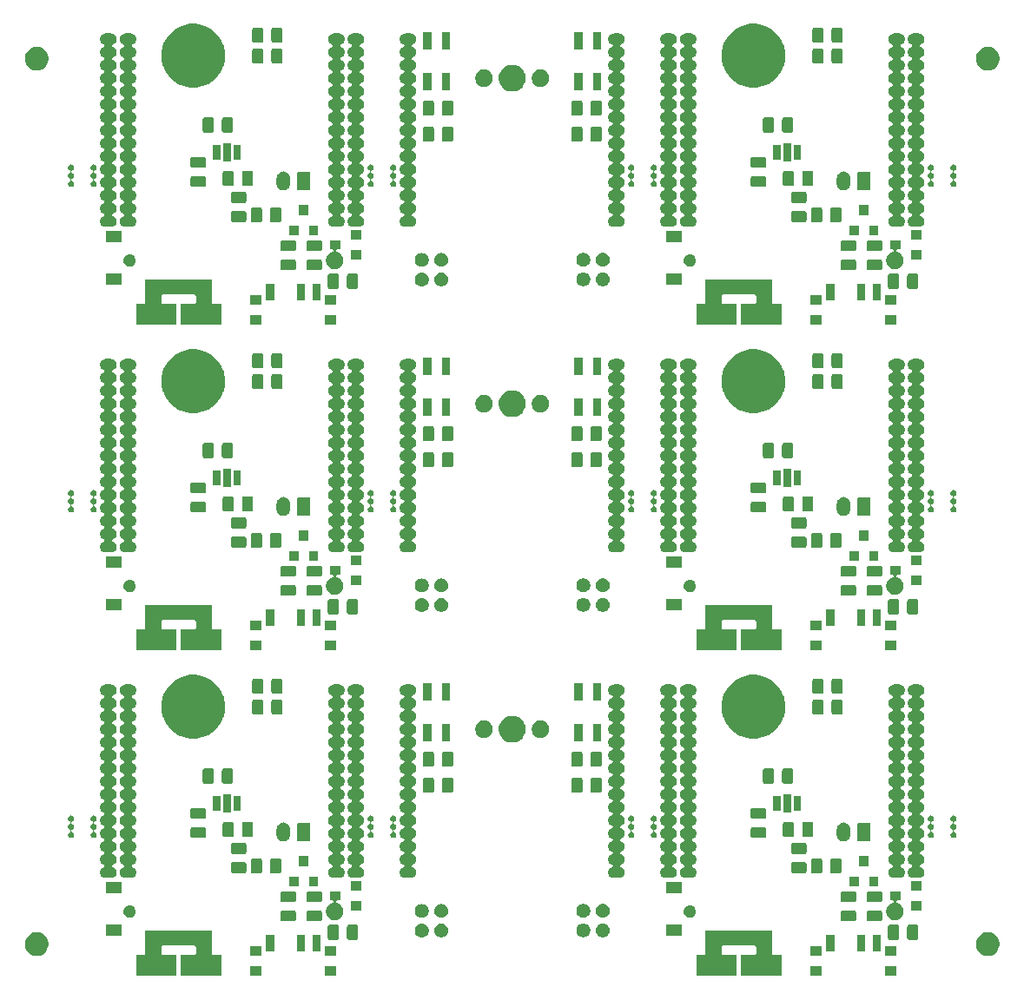
<source format=gbr>
G04 #@! TF.GenerationSoftware,KiCad,Pcbnew,(5.1.2)-2*
G04 #@! TF.CreationDate,2021-03-31T16:43:33-04:00*
G04 #@! TF.ProjectId,MicroMod_tinycar_panelized,4d696372-6f4d-46f6-945f-74696e796361,rev?*
G04 #@! TF.SameCoordinates,Original*
G04 #@! TF.FileFunction,Soldermask,Top*
G04 #@! TF.FilePolarity,Negative*
%FSLAX46Y46*%
G04 Gerber Fmt 4.6, Leading zero omitted, Abs format (unit mm)*
G04 Created by KiCad (PCBNEW (5.1.2)-2) date 2021-03-31 16:43:33*
%MOMM*%
%LPD*%
G04 APERTURE LIST*
%ADD10C,0.100000*%
G04 APERTURE END LIST*
D10*
G36*
X172669000Y-132408001D02*
G01*
X172671402Y-132432387D01*
X172678515Y-132455836D01*
X172690066Y-132477447D01*
X172705611Y-132496389D01*
X172724553Y-132511934D01*
X172746164Y-132523485D01*
X172769613Y-132530598D01*
X172793999Y-132533000D01*
X173566500Y-132533000D01*
X173566500Y-134535000D01*
X169619500Y-134535000D01*
X169619500Y-132533000D01*
X170967001Y-132533000D01*
X170991387Y-132530598D01*
X171014836Y-132523485D01*
X171036447Y-132511934D01*
X171055389Y-132496389D01*
X171070934Y-132477447D01*
X171082485Y-132455836D01*
X171089598Y-132432387D01*
X171092000Y-132408001D01*
X171092000Y-131739999D01*
X171089598Y-131715613D01*
X171082485Y-131692164D01*
X171070934Y-131670553D01*
X171055389Y-131651611D01*
X171036447Y-131636066D01*
X171014836Y-131624515D01*
X170991387Y-131617402D01*
X170967001Y-131615000D01*
X167868999Y-131615000D01*
X167844613Y-131617402D01*
X167821164Y-131624515D01*
X167799553Y-131636066D01*
X167780611Y-131651611D01*
X167765066Y-131670553D01*
X167753515Y-131692164D01*
X167746402Y-131715613D01*
X167744000Y-131739999D01*
X167744000Y-132408001D01*
X167746402Y-132432387D01*
X167753515Y-132455836D01*
X167765066Y-132477447D01*
X167780611Y-132496389D01*
X167799553Y-132511934D01*
X167821164Y-132523485D01*
X167844613Y-132530598D01*
X167868999Y-132533000D01*
X169216500Y-132533000D01*
X169216500Y-134535000D01*
X165269500Y-134535000D01*
X165269500Y-132533000D01*
X166042001Y-132533000D01*
X166066387Y-132530598D01*
X166089836Y-132523485D01*
X166111447Y-132511934D01*
X166130389Y-132496389D01*
X166145934Y-132477447D01*
X166157485Y-132455836D01*
X166164598Y-132432387D01*
X166167000Y-132408001D01*
X166167000Y-130133000D01*
X172669000Y-130133000D01*
X172669000Y-132408001D01*
X172669000Y-132408001D01*
G37*
G36*
X118059000Y-132408001D02*
G01*
X118061402Y-132432387D01*
X118068515Y-132455836D01*
X118080066Y-132477447D01*
X118095611Y-132496389D01*
X118114553Y-132511934D01*
X118136164Y-132523485D01*
X118159613Y-132530598D01*
X118183999Y-132533000D01*
X118956500Y-132533000D01*
X118956500Y-134535000D01*
X115009500Y-134535000D01*
X115009500Y-132533000D01*
X116357001Y-132533000D01*
X116381387Y-132530598D01*
X116404836Y-132523485D01*
X116426447Y-132511934D01*
X116445389Y-132496389D01*
X116460934Y-132477447D01*
X116472485Y-132455836D01*
X116479598Y-132432387D01*
X116482000Y-132408001D01*
X116482000Y-131739999D01*
X116479598Y-131715613D01*
X116472485Y-131692164D01*
X116460934Y-131670553D01*
X116445389Y-131651611D01*
X116426447Y-131636066D01*
X116404836Y-131624515D01*
X116381387Y-131617402D01*
X116357001Y-131615000D01*
X113258999Y-131615000D01*
X113234613Y-131617402D01*
X113211164Y-131624515D01*
X113189553Y-131636066D01*
X113170611Y-131651611D01*
X113155066Y-131670553D01*
X113143515Y-131692164D01*
X113136402Y-131715613D01*
X113134000Y-131739999D01*
X113134000Y-132408001D01*
X113136402Y-132432387D01*
X113143515Y-132455836D01*
X113155066Y-132477447D01*
X113170611Y-132496389D01*
X113189553Y-132511934D01*
X113211164Y-132523485D01*
X113234613Y-132530598D01*
X113258999Y-132533000D01*
X114606500Y-132533000D01*
X114606500Y-134535000D01*
X110659500Y-134535000D01*
X110659500Y-132533000D01*
X111432001Y-132533000D01*
X111456387Y-132530598D01*
X111479836Y-132523485D01*
X111501447Y-132511934D01*
X111520389Y-132496389D01*
X111535934Y-132477447D01*
X111547485Y-132455836D01*
X111554598Y-132432387D01*
X111557000Y-132408001D01*
X111557000Y-130133000D01*
X118059000Y-130133000D01*
X118059000Y-132408001D01*
X118059000Y-132408001D01*
G37*
G36*
X122885000Y-134512000D02*
G01*
X121783000Y-134512000D01*
X121783000Y-133610000D01*
X122885000Y-133610000D01*
X122885000Y-134512000D01*
X122885000Y-134512000D01*
G37*
G36*
X184795000Y-134512000D02*
G01*
X183693000Y-134512000D01*
X183693000Y-133610000D01*
X184795000Y-133610000D01*
X184795000Y-134512000D01*
X184795000Y-134512000D01*
G37*
G36*
X130185000Y-134512000D02*
G01*
X129083000Y-134512000D01*
X129083000Y-133610000D01*
X130185000Y-133610000D01*
X130185000Y-134512000D01*
X130185000Y-134512000D01*
G37*
G36*
X177495000Y-134512000D02*
G01*
X176393000Y-134512000D01*
X176393000Y-133610000D01*
X177495000Y-133610000D01*
X177495000Y-134512000D01*
X177495000Y-134512000D01*
G37*
G36*
X193899549Y-130316116D02*
G01*
X194010734Y-130338232D01*
X194220203Y-130424997D01*
X194408720Y-130550960D01*
X194569040Y-130711280D01*
X194695003Y-130899797D01*
X194756319Y-131047826D01*
X194781768Y-131109267D01*
X194826000Y-131331635D01*
X194826000Y-131558365D01*
X194814257Y-131617402D01*
X194781768Y-131780734D01*
X194695003Y-131990203D01*
X194569040Y-132178720D01*
X194408720Y-132339040D01*
X194220203Y-132465003D01*
X194010734Y-132551768D01*
X193899549Y-132573884D01*
X193788365Y-132596000D01*
X193561635Y-132596000D01*
X193450451Y-132573884D01*
X193339266Y-132551768D01*
X193129797Y-132465003D01*
X192941280Y-132339040D01*
X192780960Y-132178720D01*
X192654997Y-131990203D01*
X192568232Y-131780734D01*
X192535743Y-131617402D01*
X192524000Y-131558365D01*
X192524000Y-131331635D01*
X192568232Y-131109267D01*
X192593682Y-131047826D01*
X192654997Y-130899797D01*
X192780960Y-130711280D01*
X192941280Y-130550960D01*
X193129797Y-130424997D01*
X193339266Y-130338232D01*
X193450451Y-130316116D01*
X193561635Y-130294000D01*
X193788365Y-130294000D01*
X193899549Y-130316116D01*
X193899549Y-130316116D01*
G37*
G36*
X101189549Y-130316116D02*
G01*
X101300734Y-130338232D01*
X101510203Y-130424997D01*
X101698720Y-130550960D01*
X101859040Y-130711280D01*
X101985003Y-130899797D01*
X102046319Y-131047826D01*
X102071768Y-131109267D01*
X102116000Y-131331635D01*
X102116000Y-131558365D01*
X102104257Y-131617402D01*
X102071768Y-131780734D01*
X101985003Y-131990203D01*
X101859040Y-132178720D01*
X101698720Y-132339040D01*
X101510203Y-132465003D01*
X101300734Y-132551768D01*
X101189549Y-132573884D01*
X101078365Y-132596000D01*
X100851635Y-132596000D01*
X100740451Y-132573884D01*
X100629266Y-132551768D01*
X100419797Y-132465003D01*
X100231280Y-132339040D01*
X100070960Y-132178720D01*
X99944997Y-131990203D01*
X99858232Y-131780734D01*
X99825743Y-131617402D01*
X99814000Y-131558365D01*
X99814000Y-131331635D01*
X99858232Y-131109267D01*
X99883682Y-131047826D01*
X99944997Y-130899797D01*
X100070960Y-130711280D01*
X100231280Y-130550960D01*
X100419797Y-130424997D01*
X100629266Y-130338232D01*
X100740451Y-130316116D01*
X100851635Y-130294000D01*
X101078365Y-130294000D01*
X101189549Y-130316116D01*
X101189549Y-130316116D01*
G37*
G36*
X184795000Y-132582000D02*
G01*
X183693000Y-132582000D01*
X183693000Y-131680000D01*
X184795000Y-131680000D01*
X184795000Y-132582000D01*
X184795000Y-132582000D01*
G37*
G36*
X177495000Y-132582000D02*
G01*
X176393000Y-132582000D01*
X176393000Y-131680000D01*
X177495000Y-131680000D01*
X177495000Y-132582000D01*
X177495000Y-132582000D01*
G37*
G36*
X122885000Y-132582000D02*
G01*
X121783000Y-132582000D01*
X121783000Y-131680000D01*
X122885000Y-131680000D01*
X122885000Y-132582000D01*
X122885000Y-132582000D01*
G37*
G36*
X130185000Y-132582000D02*
G01*
X129083000Y-132582000D01*
X129083000Y-131680000D01*
X130185000Y-131680000D01*
X130185000Y-132582000D01*
X130185000Y-132582000D01*
G37*
G36*
X183245000Y-132147000D02*
G01*
X182443000Y-132147000D01*
X182443000Y-130545000D01*
X183245000Y-130545000D01*
X183245000Y-132147000D01*
X183245000Y-132147000D01*
G37*
G36*
X124135000Y-132147000D02*
G01*
X123333000Y-132147000D01*
X123333000Y-130545000D01*
X124135000Y-130545000D01*
X124135000Y-132147000D01*
X124135000Y-132147000D01*
G37*
G36*
X128635000Y-132147000D02*
G01*
X127833000Y-132147000D01*
X127833000Y-130545000D01*
X128635000Y-130545000D01*
X128635000Y-132147000D01*
X128635000Y-132147000D01*
G37*
G36*
X178745000Y-132147000D02*
G01*
X177943000Y-132147000D01*
X177943000Y-130545000D01*
X178745000Y-130545000D01*
X178745000Y-132147000D01*
X178745000Y-132147000D01*
G37*
G36*
X181745000Y-132147000D02*
G01*
X180943000Y-132147000D01*
X180943000Y-130545000D01*
X181745000Y-130545000D01*
X181745000Y-132147000D01*
X181745000Y-132147000D01*
G37*
G36*
X127135000Y-132147000D02*
G01*
X126333000Y-132147000D01*
X126333000Y-130545000D01*
X127135000Y-130545000D01*
X127135000Y-132147000D01*
X127135000Y-132147000D01*
G37*
G36*
X132119468Y-129555565D02*
G01*
X132158138Y-129567296D01*
X132193777Y-129586346D01*
X132225017Y-129611983D01*
X132250654Y-129643223D01*
X132269704Y-129678862D01*
X132281435Y-129717532D01*
X132286000Y-129763888D01*
X132286000Y-130840112D01*
X132281435Y-130886468D01*
X132269704Y-130925138D01*
X132250654Y-130960777D01*
X132225017Y-130992017D01*
X132193777Y-131017654D01*
X132158138Y-131036704D01*
X132119468Y-131048435D01*
X132073112Y-131053000D01*
X131421888Y-131053000D01*
X131375532Y-131048435D01*
X131336862Y-131036704D01*
X131301223Y-131017654D01*
X131269983Y-130992017D01*
X131244346Y-130960777D01*
X131225296Y-130925138D01*
X131213565Y-130886468D01*
X131209000Y-130840112D01*
X131209000Y-129763888D01*
X131213565Y-129717532D01*
X131225296Y-129678862D01*
X131244346Y-129643223D01*
X131269983Y-129611983D01*
X131301223Y-129586346D01*
X131336862Y-129567296D01*
X131375532Y-129555565D01*
X131421888Y-129551000D01*
X132073112Y-129551000D01*
X132119468Y-129555565D01*
X132119468Y-129555565D01*
G37*
G36*
X186729468Y-129555565D02*
G01*
X186768138Y-129567296D01*
X186803777Y-129586346D01*
X186835017Y-129611983D01*
X186860654Y-129643223D01*
X186879704Y-129678862D01*
X186891435Y-129717532D01*
X186896000Y-129763888D01*
X186896000Y-130840112D01*
X186891435Y-130886468D01*
X186879704Y-130925138D01*
X186860654Y-130960777D01*
X186835017Y-130992017D01*
X186803777Y-131017654D01*
X186768138Y-131036704D01*
X186729468Y-131048435D01*
X186683112Y-131053000D01*
X186031888Y-131053000D01*
X185985532Y-131048435D01*
X185946862Y-131036704D01*
X185911223Y-131017654D01*
X185879983Y-130992017D01*
X185854346Y-130960777D01*
X185835296Y-130925138D01*
X185823565Y-130886468D01*
X185819000Y-130840112D01*
X185819000Y-129763888D01*
X185823565Y-129717532D01*
X185835296Y-129678862D01*
X185854346Y-129643223D01*
X185879983Y-129611983D01*
X185911223Y-129586346D01*
X185946862Y-129567296D01*
X185985532Y-129555565D01*
X186031888Y-129551000D01*
X186683112Y-129551000D01*
X186729468Y-129555565D01*
X186729468Y-129555565D01*
G37*
G36*
X184854468Y-129555565D02*
G01*
X184893138Y-129567296D01*
X184928777Y-129586346D01*
X184960017Y-129611983D01*
X184985654Y-129643223D01*
X185004704Y-129678862D01*
X185016435Y-129717532D01*
X185021000Y-129763888D01*
X185021000Y-130840112D01*
X185016435Y-130886468D01*
X185004704Y-130925138D01*
X184985654Y-130960777D01*
X184960017Y-130992017D01*
X184928777Y-131017654D01*
X184893138Y-131036704D01*
X184854468Y-131048435D01*
X184808112Y-131053000D01*
X184156888Y-131053000D01*
X184110532Y-131048435D01*
X184071862Y-131036704D01*
X184036223Y-131017654D01*
X184004983Y-130992017D01*
X183979346Y-130960777D01*
X183960296Y-130925138D01*
X183948565Y-130886468D01*
X183944000Y-130840112D01*
X183944000Y-129763888D01*
X183948565Y-129717532D01*
X183960296Y-129678862D01*
X183979346Y-129643223D01*
X184004983Y-129611983D01*
X184036223Y-129586346D01*
X184071862Y-129567296D01*
X184110532Y-129555565D01*
X184156888Y-129551000D01*
X184808112Y-129551000D01*
X184854468Y-129555565D01*
X184854468Y-129555565D01*
G37*
G36*
X130244468Y-129555565D02*
G01*
X130283138Y-129567296D01*
X130318777Y-129586346D01*
X130350017Y-129611983D01*
X130375654Y-129643223D01*
X130394704Y-129678862D01*
X130406435Y-129717532D01*
X130411000Y-129763888D01*
X130411000Y-130840112D01*
X130406435Y-130886468D01*
X130394704Y-130925138D01*
X130375654Y-130960777D01*
X130350017Y-130992017D01*
X130318777Y-131017654D01*
X130283138Y-131036704D01*
X130244468Y-131048435D01*
X130198112Y-131053000D01*
X129546888Y-131053000D01*
X129500532Y-131048435D01*
X129461862Y-131036704D01*
X129426223Y-131017654D01*
X129394983Y-130992017D01*
X129369346Y-130960777D01*
X129350296Y-130925138D01*
X129338565Y-130886468D01*
X129334000Y-130840112D01*
X129334000Y-129763888D01*
X129338565Y-129717532D01*
X129350296Y-129678862D01*
X129369346Y-129643223D01*
X129394983Y-129611983D01*
X129426223Y-129586346D01*
X129461862Y-129567296D01*
X129500532Y-129555565D01*
X129546888Y-129551000D01*
X130198112Y-129551000D01*
X130244468Y-129555565D01*
X130244468Y-129555565D01*
G37*
G36*
X138637881Y-129458978D02*
G01*
X138693182Y-129469978D01*
X138816206Y-129520936D01*
X138926925Y-129594916D01*
X139021084Y-129689075D01*
X139095064Y-129799794D01*
X139146022Y-129922818D01*
X139172000Y-130053420D01*
X139172000Y-130186580D01*
X139146022Y-130317182D01*
X139095064Y-130440206D01*
X139021084Y-130550925D01*
X138926925Y-130645084D01*
X138816206Y-130719064D01*
X138693182Y-130770022D01*
X138649648Y-130778681D01*
X138562582Y-130796000D01*
X138429418Y-130796000D01*
X138342352Y-130778681D01*
X138298818Y-130770022D01*
X138175794Y-130719064D01*
X138065075Y-130645084D01*
X137970916Y-130550925D01*
X137896936Y-130440206D01*
X137845978Y-130317182D01*
X137820000Y-130186580D01*
X137820000Y-130053420D01*
X137845978Y-129922818D01*
X137896936Y-129799794D01*
X137970916Y-129689075D01*
X138065075Y-129594916D01*
X138175794Y-129520936D01*
X138298818Y-129469978D01*
X138354119Y-129458978D01*
X138429418Y-129444000D01*
X138562582Y-129444000D01*
X138637881Y-129458978D01*
X138637881Y-129458978D01*
G37*
G36*
X140537881Y-129458978D02*
G01*
X140593182Y-129469978D01*
X140716206Y-129520936D01*
X140826925Y-129594916D01*
X140921084Y-129689075D01*
X140995064Y-129799794D01*
X141046022Y-129922818D01*
X141072000Y-130053420D01*
X141072000Y-130186580D01*
X141046022Y-130317182D01*
X140995064Y-130440206D01*
X140921084Y-130550925D01*
X140826925Y-130645084D01*
X140716206Y-130719064D01*
X140593182Y-130770022D01*
X140549648Y-130778681D01*
X140462582Y-130796000D01*
X140329418Y-130796000D01*
X140242352Y-130778681D01*
X140198818Y-130770022D01*
X140075794Y-130719064D01*
X139965075Y-130645084D01*
X139870916Y-130550925D01*
X139796936Y-130440206D01*
X139745978Y-130317182D01*
X139720000Y-130186580D01*
X139720000Y-130053420D01*
X139745978Y-129922818D01*
X139796936Y-129799794D01*
X139870916Y-129689075D01*
X139965075Y-129594916D01*
X140075794Y-129520936D01*
X140198818Y-129469978D01*
X140254119Y-129458978D01*
X140329418Y-129444000D01*
X140462582Y-129444000D01*
X140537881Y-129458978D01*
X140537881Y-129458978D01*
G37*
G36*
X154397648Y-129450319D02*
G01*
X154441182Y-129458978D01*
X154564206Y-129509936D01*
X154674925Y-129583916D01*
X154769084Y-129678075D01*
X154843064Y-129788794D01*
X154894022Y-129911818D01*
X154920000Y-130042420D01*
X154920000Y-130175580D01*
X154894022Y-130306182D01*
X154843064Y-130429206D01*
X154769084Y-130539925D01*
X154674925Y-130634084D01*
X154564206Y-130708064D01*
X154441182Y-130759022D01*
X154397648Y-130767681D01*
X154310582Y-130785000D01*
X154177418Y-130785000D01*
X154090352Y-130767681D01*
X154046818Y-130759022D01*
X153923794Y-130708064D01*
X153813075Y-130634084D01*
X153718916Y-130539925D01*
X153644936Y-130429206D01*
X153593978Y-130306182D01*
X153568000Y-130175580D01*
X153568000Y-130042420D01*
X153593978Y-129911818D01*
X153644936Y-129788794D01*
X153718916Y-129678075D01*
X153813075Y-129583916D01*
X153923794Y-129509936D01*
X154046818Y-129458978D01*
X154090352Y-129450319D01*
X154177418Y-129433000D01*
X154310582Y-129433000D01*
X154397648Y-129450319D01*
X154397648Y-129450319D01*
G37*
G36*
X156297648Y-129450319D02*
G01*
X156341182Y-129458978D01*
X156464206Y-129509936D01*
X156574925Y-129583916D01*
X156669084Y-129678075D01*
X156743064Y-129788794D01*
X156794022Y-129911818D01*
X156820000Y-130042420D01*
X156820000Y-130175580D01*
X156794022Y-130306182D01*
X156743064Y-130429206D01*
X156669084Y-130539925D01*
X156574925Y-130634084D01*
X156464206Y-130708064D01*
X156341182Y-130759022D01*
X156297648Y-130767681D01*
X156210582Y-130785000D01*
X156077418Y-130785000D01*
X155990352Y-130767681D01*
X155946818Y-130759022D01*
X155823794Y-130708064D01*
X155713075Y-130634084D01*
X155618916Y-130539925D01*
X155544936Y-130429206D01*
X155493978Y-130306182D01*
X155468000Y-130175580D01*
X155468000Y-130042420D01*
X155493978Y-129911818D01*
X155544936Y-129788794D01*
X155618916Y-129678075D01*
X155713075Y-129583916D01*
X155823794Y-129509936D01*
X155946818Y-129458978D01*
X155990352Y-129450319D01*
X156077418Y-129433000D01*
X156210582Y-129433000D01*
X156297648Y-129450319D01*
X156297648Y-129450319D01*
G37*
G36*
X109209000Y-130617000D02*
G01*
X107707000Y-130617000D01*
X107707000Y-129565000D01*
X109209000Y-129565000D01*
X109209000Y-130617000D01*
X109209000Y-130617000D01*
G37*
G36*
X163819000Y-130617000D02*
G01*
X162317000Y-130617000D01*
X162317000Y-129565000D01*
X163819000Y-129565000D01*
X163819000Y-130617000D01*
X163819000Y-130617000D01*
G37*
G36*
X126060468Y-128165565D02*
G01*
X126099138Y-128177296D01*
X126134777Y-128196346D01*
X126166017Y-128221983D01*
X126191654Y-128253223D01*
X126210704Y-128288862D01*
X126222435Y-128327532D01*
X126227000Y-128373888D01*
X126227000Y-129025112D01*
X126222435Y-129071468D01*
X126210704Y-129110138D01*
X126191654Y-129145777D01*
X126166017Y-129177017D01*
X126134777Y-129202654D01*
X126099138Y-129221704D01*
X126060468Y-129233435D01*
X126014112Y-129238000D01*
X124937888Y-129238000D01*
X124891532Y-129233435D01*
X124852862Y-129221704D01*
X124817223Y-129202654D01*
X124785983Y-129177017D01*
X124760346Y-129145777D01*
X124741296Y-129110138D01*
X124729565Y-129071468D01*
X124725000Y-129025112D01*
X124725000Y-128373888D01*
X124729565Y-128327532D01*
X124741296Y-128288862D01*
X124760346Y-128253223D01*
X124785983Y-128221983D01*
X124817223Y-128196346D01*
X124852862Y-128177296D01*
X124891532Y-128165565D01*
X124937888Y-128161000D01*
X126014112Y-128161000D01*
X126060468Y-128165565D01*
X126060468Y-128165565D01*
G37*
G36*
X128600468Y-128165565D02*
G01*
X128639138Y-128177296D01*
X128674777Y-128196346D01*
X128706017Y-128221983D01*
X128731654Y-128253223D01*
X128750704Y-128288862D01*
X128762435Y-128327532D01*
X128767000Y-128373888D01*
X128767000Y-129025112D01*
X128762435Y-129071468D01*
X128750704Y-129110138D01*
X128731654Y-129145777D01*
X128706017Y-129177017D01*
X128674777Y-129202654D01*
X128639138Y-129221704D01*
X128600468Y-129233435D01*
X128554112Y-129238000D01*
X127477888Y-129238000D01*
X127431532Y-129233435D01*
X127392862Y-129221704D01*
X127357223Y-129202654D01*
X127325983Y-129177017D01*
X127300346Y-129145777D01*
X127281296Y-129110138D01*
X127269565Y-129071468D01*
X127265000Y-129025112D01*
X127265000Y-128373888D01*
X127269565Y-128327532D01*
X127281296Y-128288862D01*
X127300346Y-128253223D01*
X127325983Y-128221983D01*
X127357223Y-128196346D01*
X127392862Y-128177296D01*
X127431532Y-128165565D01*
X127477888Y-128161000D01*
X128554112Y-128161000D01*
X128600468Y-128165565D01*
X128600468Y-128165565D01*
G37*
G36*
X180670468Y-128165565D02*
G01*
X180709138Y-128177296D01*
X180744777Y-128196346D01*
X180776017Y-128221983D01*
X180801654Y-128253223D01*
X180820704Y-128288862D01*
X180832435Y-128327532D01*
X180837000Y-128373888D01*
X180837000Y-129025112D01*
X180832435Y-129071468D01*
X180820704Y-129110138D01*
X180801654Y-129145777D01*
X180776017Y-129177017D01*
X180744777Y-129202654D01*
X180709138Y-129221704D01*
X180670468Y-129233435D01*
X180624112Y-129238000D01*
X179547888Y-129238000D01*
X179501532Y-129233435D01*
X179462862Y-129221704D01*
X179427223Y-129202654D01*
X179395983Y-129177017D01*
X179370346Y-129145777D01*
X179351296Y-129110138D01*
X179339565Y-129071468D01*
X179335000Y-129025112D01*
X179335000Y-128373888D01*
X179339565Y-128327532D01*
X179351296Y-128288862D01*
X179370346Y-128253223D01*
X179395983Y-128221983D01*
X179427223Y-128196346D01*
X179462862Y-128177296D01*
X179501532Y-128165565D01*
X179547888Y-128161000D01*
X180624112Y-128161000D01*
X180670468Y-128165565D01*
X180670468Y-128165565D01*
G37*
G36*
X183210468Y-128165565D02*
G01*
X183249138Y-128177296D01*
X183284777Y-128196346D01*
X183316017Y-128221983D01*
X183341654Y-128253223D01*
X183360704Y-128288862D01*
X183372435Y-128327532D01*
X183377000Y-128373888D01*
X183377000Y-129025112D01*
X183372435Y-129071468D01*
X183360704Y-129110138D01*
X183341654Y-129145777D01*
X183316017Y-129177017D01*
X183284777Y-129202654D01*
X183249138Y-129221704D01*
X183210468Y-129233435D01*
X183164112Y-129238000D01*
X182087888Y-129238000D01*
X182041532Y-129233435D01*
X182002862Y-129221704D01*
X181967223Y-129202654D01*
X181935983Y-129177017D01*
X181910346Y-129145777D01*
X181891296Y-129110138D01*
X181879565Y-129071468D01*
X181875000Y-129025112D01*
X181875000Y-128373888D01*
X181879565Y-128327532D01*
X181891296Y-128288862D01*
X181910346Y-128253223D01*
X181935983Y-128221983D01*
X181967223Y-128196346D01*
X182002862Y-128177296D01*
X182041532Y-128165565D01*
X182087888Y-128161000D01*
X183164112Y-128161000D01*
X183210468Y-128165565D01*
X183210468Y-128165565D01*
G37*
G36*
X185175000Y-127197000D02*
G01*
X184860720Y-127197000D01*
X184836334Y-127199402D01*
X184812885Y-127206515D01*
X184791274Y-127218066D01*
X184772332Y-127233611D01*
X184756787Y-127252553D01*
X184745236Y-127274164D01*
X184738123Y-127297613D01*
X184735721Y-127321999D01*
X184738123Y-127346385D01*
X184745236Y-127369834D01*
X184756787Y-127391445D01*
X184772332Y-127410387D01*
X184791274Y-127425932D01*
X184812885Y-127437483D01*
X184836322Y-127444593D01*
X184871968Y-127451683D01*
X185026840Y-127515833D01*
X185166221Y-127608965D01*
X185284755Y-127727499D01*
X185377887Y-127866880D01*
X185442037Y-128021752D01*
X185474740Y-128186164D01*
X185474740Y-128353796D01*
X185442037Y-128518208D01*
X185377887Y-128673080D01*
X185284755Y-128812461D01*
X185166221Y-128930995D01*
X185026840Y-129024127D01*
X184871968Y-129088277D01*
X184707556Y-129120980D01*
X184539924Y-129120980D01*
X184375512Y-129088277D01*
X184220640Y-129024127D01*
X184081259Y-128930995D01*
X183962725Y-128812461D01*
X183869593Y-128673080D01*
X183805443Y-128518208D01*
X183772740Y-128353796D01*
X183772740Y-128186164D01*
X183805443Y-128021752D01*
X183869593Y-127866880D01*
X183962725Y-127727499D01*
X184081259Y-127608965D01*
X184220640Y-127515833D01*
X184375512Y-127451683D01*
X184411158Y-127444593D01*
X184434596Y-127437483D01*
X184456206Y-127425931D01*
X184475148Y-127410386D01*
X184490693Y-127391444D01*
X184502244Y-127369833D01*
X184509357Y-127346384D01*
X184511759Y-127321998D01*
X184509357Y-127297612D01*
X184502244Y-127274163D01*
X184490692Y-127252553D01*
X184475147Y-127233611D01*
X184456205Y-127218066D01*
X184434594Y-127206515D01*
X184411145Y-127199402D01*
X184386760Y-127197000D01*
X184173000Y-127197000D01*
X184173000Y-126295000D01*
X185175000Y-126295000D01*
X185175000Y-127197000D01*
X185175000Y-127197000D01*
G37*
G36*
X130565000Y-127197000D02*
G01*
X130250720Y-127197000D01*
X130226334Y-127199402D01*
X130202885Y-127206515D01*
X130181274Y-127218066D01*
X130162332Y-127233611D01*
X130146787Y-127252553D01*
X130135236Y-127274164D01*
X130128123Y-127297613D01*
X130125721Y-127321999D01*
X130128123Y-127346385D01*
X130135236Y-127369834D01*
X130146787Y-127391445D01*
X130162332Y-127410387D01*
X130181274Y-127425932D01*
X130202885Y-127437483D01*
X130226322Y-127444593D01*
X130261968Y-127451683D01*
X130416840Y-127515833D01*
X130556221Y-127608965D01*
X130674755Y-127727499D01*
X130767887Y-127866880D01*
X130832037Y-128021752D01*
X130864740Y-128186164D01*
X130864740Y-128353796D01*
X130832037Y-128518208D01*
X130767887Y-128673080D01*
X130674755Y-128812461D01*
X130556221Y-128930995D01*
X130416840Y-129024127D01*
X130261968Y-129088277D01*
X130097556Y-129120980D01*
X129929924Y-129120980D01*
X129765512Y-129088277D01*
X129610640Y-129024127D01*
X129471259Y-128930995D01*
X129352725Y-128812461D01*
X129259593Y-128673080D01*
X129195443Y-128518208D01*
X129162740Y-128353796D01*
X129162740Y-128186164D01*
X129195443Y-128021752D01*
X129259593Y-127866880D01*
X129352725Y-127727499D01*
X129471259Y-127608965D01*
X129610640Y-127515833D01*
X129765512Y-127451683D01*
X129801158Y-127444593D01*
X129824596Y-127437483D01*
X129846206Y-127425931D01*
X129865148Y-127410386D01*
X129880693Y-127391444D01*
X129892244Y-127369833D01*
X129899357Y-127346384D01*
X129901759Y-127321998D01*
X129899357Y-127297612D01*
X129892244Y-127274163D01*
X129880692Y-127252553D01*
X129865147Y-127233611D01*
X129846205Y-127218066D01*
X129824594Y-127206515D01*
X129801145Y-127199402D01*
X129776760Y-127197000D01*
X129563000Y-127197000D01*
X129563000Y-126295000D01*
X130565000Y-126295000D01*
X130565000Y-127197000D01*
X130565000Y-127197000D01*
G37*
G36*
X138637881Y-127558978D02*
G01*
X138693182Y-127569978D01*
X138816206Y-127620936D01*
X138926925Y-127694916D01*
X139021084Y-127789075D01*
X139095064Y-127899794D01*
X139141466Y-128011819D01*
X139146022Y-128022819D01*
X139172000Y-128153418D01*
X139172000Y-128286582D01*
X139158630Y-128353795D01*
X139146022Y-128417182D01*
X139095064Y-128540206D01*
X139021084Y-128650925D01*
X138926925Y-128745084D01*
X138816206Y-128819064D01*
X138693182Y-128870022D01*
X138649648Y-128878681D01*
X138562582Y-128896000D01*
X138429418Y-128896000D01*
X138342352Y-128878681D01*
X138298818Y-128870022D01*
X138175794Y-128819064D01*
X138065075Y-128745084D01*
X137970916Y-128650925D01*
X137896936Y-128540206D01*
X137845978Y-128417182D01*
X137833370Y-128353795D01*
X137820000Y-128286582D01*
X137820000Y-128153418D01*
X137845978Y-128022819D01*
X137850534Y-128011819D01*
X137896936Y-127899794D01*
X137970916Y-127789075D01*
X138065075Y-127694916D01*
X138175794Y-127620936D01*
X138298818Y-127569978D01*
X138354119Y-127558978D01*
X138429418Y-127544000D01*
X138562582Y-127544000D01*
X138637881Y-127558978D01*
X138637881Y-127558978D01*
G37*
G36*
X140537881Y-127558978D02*
G01*
X140593182Y-127569978D01*
X140716206Y-127620936D01*
X140826925Y-127694916D01*
X140921084Y-127789075D01*
X140995064Y-127899794D01*
X141041466Y-128011819D01*
X141046022Y-128022819D01*
X141072000Y-128153418D01*
X141072000Y-128286582D01*
X141058630Y-128353795D01*
X141046022Y-128417182D01*
X140995064Y-128540206D01*
X140921084Y-128650925D01*
X140826925Y-128745084D01*
X140716206Y-128819064D01*
X140593182Y-128870022D01*
X140549648Y-128878681D01*
X140462582Y-128896000D01*
X140329418Y-128896000D01*
X140242352Y-128878681D01*
X140198818Y-128870022D01*
X140075794Y-128819064D01*
X139965075Y-128745084D01*
X139870916Y-128650925D01*
X139796936Y-128540206D01*
X139745978Y-128417182D01*
X139733370Y-128353795D01*
X139720000Y-128286582D01*
X139720000Y-128153418D01*
X139745978Y-128022819D01*
X139750534Y-128011819D01*
X139796936Y-127899794D01*
X139870916Y-127789075D01*
X139965075Y-127694916D01*
X140075794Y-127620936D01*
X140198818Y-127569978D01*
X140254119Y-127558978D01*
X140329418Y-127544000D01*
X140462582Y-127544000D01*
X140537881Y-127558978D01*
X140537881Y-127558978D01*
G37*
G36*
X156297648Y-127550319D02*
G01*
X156341182Y-127558978D01*
X156464206Y-127609936D01*
X156574925Y-127683916D01*
X156669084Y-127778075D01*
X156743064Y-127888794D01*
X156794022Y-128011818D01*
X156794022Y-128011819D01*
X156820000Y-128142418D01*
X156820000Y-128275582D01*
X156804442Y-128353795D01*
X156794022Y-128406182D01*
X156743064Y-128529206D01*
X156669084Y-128639925D01*
X156574925Y-128734084D01*
X156464206Y-128808064D01*
X156341182Y-128859022D01*
X156297648Y-128867681D01*
X156210582Y-128885000D01*
X156077418Y-128885000D01*
X155990352Y-128867681D01*
X155946818Y-128859022D01*
X155823794Y-128808064D01*
X155713075Y-128734084D01*
X155618916Y-128639925D01*
X155544936Y-128529206D01*
X155493978Y-128406182D01*
X155483558Y-128353795D01*
X155468000Y-128275582D01*
X155468000Y-128142418D01*
X155493978Y-128011819D01*
X155493978Y-128011818D01*
X155544936Y-127888794D01*
X155618916Y-127778075D01*
X155713075Y-127683916D01*
X155823794Y-127609936D01*
X155946818Y-127558978D01*
X155990352Y-127550319D01*
X156077418Y-127533000D01*
X156210582Y-127533000D01*
X156297648Y-127550319D01*
X156297648Y-127550319D01*
G37*
G36*
X154397648Y-127550319D02*
G01*
X154441182Y-127558978D01*
X154564206Y-127609936D01*
X154674925Y-127683916D01*
X154769084Y-127778075D01*
X154843064Y-127888794D01*
X154894022Y-128011818D01*
X154894022Y-128011819D01*
X154920000Y-128142418D01*
X154920000Y-128275582D01*
X154904442Y-128353795D01*
X154894022Y-128406182D01*
X154843064Y-128529206D01*
X154769084Y-128639925D01*
X154674925Y-128734084D01*
X154564206Y-128808064D01*
X154441182Y-128859022D01*
X154397648Y-128867681D01*
X154310582Y-128885000D01*
X154177418Y-128885000D01*
X154090352Y-128867681D01*
X154046818Y-128859022D01*
X153923794Y-128808064D01*
X153813075Y-128734084D01*
X153718916Y-128639925D01*
X153644936Y-128529206D01*
X153593978Y-128406182D01*
X153583558Y-128353795D01*
X153568000Y-128275582D01*
X153568000Y-128142418D01*
X153593978Y-128011819D01*
X153593978Y-128011818D01*
X153644936Y-127888794D01*
X153718916Y-127778075D01*
X153813075Y-127683916D01*
X153923794Y-127609936D01*
X154046818Y-127558978D01*
X154090352Y-127550319D01*
X154177418Y-127533000D01*
X154310582Y-127533000D01*
X154397648Y-127550319D01*
X154397648Y-127550319D01*
G37*
G36*
X110148012Y-127683914D02*
G01*
X110189045Y-127692076D01*
X110195896Y-127694914D01*
X110298420Y-127737380D01*
X110396855Y-127803153D01*
X110480567Y-127886865D01*
X110546340Y-127985300D01*
X110591644Y-128094676D01*
X110614740Y-128210785D01*
X110614740Y-128329175D01*
X110591644Y-128445284D01*
X110546340Y-128554660D01*
X110480567Y-128653095D01*
X110396855Y-128736807D01*
X110298420Y-128802580D01*
X110221080Y-128834615D01*
X110189045Y-128847884D01*
X110150341Y-128855583D01*
X110072935Y-128870980D01*
X109954545Y-128870980D01*
X109877139Y-128855583D01*
X109838435Y-128847884D01*
X109806400Y-128834615D01*
X109729060Y-128802580D01*
X109630625Y-128736807D01*
X109546913Y-128653095D01*
X109481140Y-128554660D01*
X109435836Y-128445284D01*
X109412740Y-128329175D01*
X109412740Y-128210785D01*
X109435836Y-128094676D01*
X109481140Y-127985300D01*
X109546913Y-127886865D01*
X109630625Y-127803153D01*
X109729060Y-127737380D01*
X109831584Y-127694914D01*
X109838435Y-127692076D01*
X109879468Y-127683914D01*
X109954545Y-127668980D01*
X110072935Y-127668980D01*
X110148012Y-127683914D01*
X110148012Y-127683914D01*
G37*
G36*
X164758012Y-127683914D02*
G01*
X164799045Y-127692076D01*
X164805896Y-127694914D01*
X164908420Y-127737380D01*
X165006855Y-127803153D01*
X165090567Y-127886865D01*
X165156340Y-127985300D01*
X165201644Y-128094676D01*
X165224740Y-128210785D01*
X165224740Y-128329175D01*
X165201644Y-128445284D01*
X165156340Y-128554660D01*
X165090567Y-128653095D01*
X165006855Y-128736807D01*
X164908420Y-128802580D01*
X164831080Y-128834615D01*
X164799045Y-128847884D01*
X164760341Y-128855583D01*
X164682935Y-128870980D01*
X164564545Y-128870980D01*
X164487139Y-128855583D01*
X164448435Y-128847884D01*
X164416400Y-128834615D01*
X164339060Y-128802580D01*
X164240625Y-128736807D01*
X164156913Y-128653095D01*
X164091140Y-128554660D01*
X164045836Y-128445284D01*
X164022740Y-128329175D01*
X164022740Y-128210785D01*
X164045836Y-128094676D01*
X164091140Y-127985300D01*
X164156913Y-127886865D01*
X164240625Y-127803153D01*
X164339060Y-127737380D01*
X164441584Y-127694914D01*
X164448435Y-127692076D01*
X164489468Y-127683914D01*
X164564545Y-127668980D01*
X164682935Y-127668980D01*
X164758012Y-127683914D01*
X164758012Y-127683914D01*
G37*
G36*
X187175000Y-128147000D02*
G01*
X186173000Y-128147000D01*
X186173000Y-127245000D01*
X187175000Y-127245000D01*
X187175000Y-128147000D01*
X187175000Y-128147000D01*
G37*
G36*
X132565000Y-128147000D02*
G01*
X131563000Y-128147000D01*
X131563000Y-127245000D01*
X132565000Y-127245000D01*
X132565000Y-128147000D01*
X132565000Y-128147000D01*
G37*
G36*
X126060468Y-126290565D02*
G01*
X126099138Y-126302296D01*
X126134777Y-126321346D01*
X126166017Y-126346983D01*
X126191654Y-126378223D01*
X126210704Y-126413862D01*
X126222435Y-126452532D01*
X126227000Y-126498888D01*
X126227000Y-127150112D01*
X126222435Y-127196468D01*
X126210704Y-127235138D01*
X126191654Y-127270777D01*
X126166017Y-127302017D01*
X126134777Y-127327654D01*
X126099138Y-127346704D01*
X126060468Y-127358435D01*
X126014112Y-127363000D01*
X124937888Y-127363000D01*
X124891532Y-127358435D01*
X124852862Y-127346704D01*
X124817223Y-127327654D01*
X124785983Y-127302017D01*
X124760346Y-127270777D01*
X124741296Y-127235138D01*
X124729565Y-127196468D01*
X124725000Y-127150112D01*
X124725000Y-126498888D01*
X124729565Y-126452532D01*
X124741296Y-126413862D01*
X124760346Y-126378223D01*
X124785983Y-126346983D01*
X124817223Y-126321346D01*
X124852862Y-126302296D01*
X124891532Y-126290565D01*
X124937888Y-126286000D01*
X126014112Y-126286000D01*
X126060468Y-126290565D01*
X126060468Y-126290565D01*
G37*
G36*
X128600468Y-126290565D02*
G01*
X128639138Y-126302296D01*
X128674777Y-126321346D01*
X128706017Y-126346983D01*
X128731654Y-126378223D01*
X128750704Y-126413862D01*
X128762435Y-126452532D01*
X128767000Y-126498888D01*
X128767000Y-127150112D01*
X128762435Y-127196468D01*
X128750704Y-127235138D01*
X128731654Y-127270777D01*
X128706017Y-127302017D01*
X128674777Y-127327654D01*
X128639138Y-127346704D01*
X128600468Y-127358435D01*
X128554112Y-127363000D01*
X127477888Y-127363000D01*
X127431532Y-127358435D01*
X127392862Y-127346704D01*
X127357223Y-127327654D01*
X127325983Y-127302017D01*
X127300346Y-127270777D01*
X127281296Y-127235138D01*
X127269565Y-127196468D01*
X127265000Y-127150112D01*
X127265000Y-126498888D01*
X127269565Y-126452532D01*
X127281296Y-126413862D01*
X127300346Y-126378223D01*
X127325983Y-126346983D01*
X127357223Y-126321346D01*
X127392862Y-126302296D01*
X127431532Y-126290565D01*
X127477888Y-126286000D01*
X128554112Y-126286000D01*
X128600468Y-126290565D01*
X128600468Y-126290565D01*
G37*
G36*
X183210468Y-126290565D02*
G01*
X183249138Y-126302296D01*
X183284777Y-126321346D01*
X183316017Y-126346983D01*
X183341654Y-126378223D01*
X183360704Y-126413862D01*
X183372435Y-126452532D01*
X183377000Y-126498888D01*
X183377000Y-127150112D01*
X183372435Y-127196468D01*
X183360704Y-127235138D01*
X183341654Y-127270777D01*
X183316017Y-127302017D01*
X183284777Y-127327654D01*
X183249138Y-127346704D01*
X183210468Y-127358435D01*
X183164112Y-127363000D01*
X182087888Y-127363000D01*
X182041532Y-127358435D01*
X182002862Y-127346704D01*
X181967223Y-127327654D01*
X181935983Y-127302017D01*
X181910346Y-127270777D01*
X181891296Y-127235138D01*
X181879565Y-127196468D01*
X181875000Y-127150112D01*
X181875000Y-126498888D01*
X181879565Y-126452532D01*
X181891296Y-126413862D01*
X181910346Y-126378223D01*
X181935983Y-126346983D01*
X181967223Y-126321346D01*
X182002862Y-126302296D01*
X182041532Y-126290565D01*
X182087888Y-126286000D01*
X183164112Y-126286000D01*
X183210468Y-126290565D01*
X183210468Y-126290565D01*
G37*
G36*
X180670468Y-126290565D02*
G01*
X180709138Y-126302296D01*
X180744777Y-126321346D01*
X180776017Y-126346983D01*
X180801654Y-126378223D01*
X180820704Y-126413862D01*
X180832435Y-126452532D01*
X180837000Y-126498888D01*
X180837000Y-127150112D01*
X180832435Y-127196468D01*
X180820704Y-127235138D01*
X180801654Y-127270777D01*
X180776017Y-127302017D01*
X180744777Y-127327654D01*
X180709138Y-127346704D01*
X180670468Y-127358435D01*
X180624112Y-127363000D01*
X179547888Y-127363000D01*
X179501532Y-127358435D01*
X179462862Y-127346704D01*
X179427223Y-127327654D01*
X179395983Y-127302017D01*
X179370346Y-127270777D01*
X179351296Y-127235138D01*
X179339565Y-127196468D01*
X179335000Y-127150112D01*
X179335000Y-126498888D01*
X179339565Y-126452532D01*
X179351296Y-126413862D01*
X179370346Y-126378223D01*
X179395983Y-126346983D01*
X179427223Y-126321346D01*
X179462862Y-126302296D01*
X179501532Y-126290565D01*
X179547888Y-126286000D01*
X180624112Y-126286000D01*
X180670468Y-126290565D01*
X180670468Y-126290565D01*
G37*
G36*
X163819000Y-126467000D02*
G01*
X162317000Y-126467000D01*
X162317000Y-125415000D01*
X163819000Y-125415000D01*
X163819000Y-126467000D01*
X163819000Y-126467000D01*
G37*
G36*
X109209000Y-126467000D02*
G01*
X107707000Y-126467000D01*
X107707000Y-125415000D01*
X109209000Y-125415000D01*
X109209000Y-126467000D01*
X109209000Y-126467000D01*
G37*
G36*
X132565000Y-126247000D02*
G01*
X131563000Y-126247000D01*
X131563000Y-125345000D01*
X132565000Y-125345000D01*
X132565000Y-126247000D01*
X132565000Y-126247000D01*
G37*
G36*
X187175000Y-126247000D02*
G01*
X186173000Y-126247000D01*
X186173000Y-125345000D01*
X187175000Y-125345000D01*
X187175000Y-126247000D01*
X187175000Y-126247000D01*
G37*
G36*
X128401000Y-125850000D02*
G01*
X127499000Y-125850000D01*
X127499000Y-124848000D01*
X128401000Y-124848000D01*
X128401000Y-125850000D01*
X128401000Y-125850000D01*
G37*
G36*
X183011000Y-125850000D02*
G01*
X182109000Y-125850000D01*
X182109000Y-124848000D01*
X183011000Y-124848000D01*
X183011000Y-125850000D01*
X183011000Y-125850000D01*
G37*
G36*
X181111000Y-125850000D02*
G01*
X180209000Y-125850000D01*
X180209000Y-124848000D01*
X181111000Y-124848000D01*
X181111000Y-125850000D01*
X181111000Y-125850000D01*
G37*
G36*
X126501000Y-125850000D02*
G01*
X125599000Y-125850000D01*
X125599000Y-124848000D01*
X126501000Y-124848000D01*
X126501000Y-125850000D01*
X126501000Y-125850000D01*
G37*
G36*
X157838015Y-106136973D02*
G01*
X157941879Y-106168479D01*
X157969055Y-106183005D01*
X158037600Y-106219643D01*
X158121501Y-106288499D01*
X158190357Y-106372400D01*
X158226995Y-106440945D01*
X158241521Y-106468121D01*
X158273027Y-106571985D01*
X158283666Y-106680000D01*
X158273027Y-106788015D01*
X158241521Y-106891879D01*
X158241519Y-106891882D01*
X158190357Y-106987600D01*
X158121501Y-107071501D01*
X158037600Y-107140357D01*
X157969055Y-107176995D01*
X157941879Y-107191521D01*
X157929131Y-107195388D01*
X157906504Y-107204760D01*
X157886130Y-107218374D01*
X157868803Y-107235701D01*
X157855189Y-107256075D01*
X157845812Y-107278714D01*
X157841031Y-107302747D01*
X157841031Y-107327251D01*
X157845811Y-107351285D01*
X157855188Y-107373924D01*
X157868802Y-107394298D01*
X157886129Y-107411625D01*
X157906503Y-107425239D01*
X157929131Y-107434612D01*
X157941879Y-107438479D01*
X157969055Y-107453005D01*
X158037600Y-107489643D01*
X158121501Y-107558499D01*
X158190357Y-107642400D01*
X158225347Y-107707862D01*
X158241521Y-107738121D01*
X158273027Y-107841985D01*
X158283666Y-107950000D01*
X158273027Y-108058015D01*
X158241521Y-108161879D01*
X158241519Y-108161882D01*
X158190357Y-108257600D01*
X158121501Y-108341501D01*
X158037600Y-108410357D01*
X157969055Y-108446995D01*
X157941879Y-108461521D01*
X157929131Y-108465388D01*
X157906504Y-108474760D01*
X157886130Y-108488374D01*
X157868803Y-108505701D01*
X157855189Y-108526075D01*
X157845812Y-108548714D01*
X157841031Y-108572747D01*
X157841031Y-108597251D01*
X157845811Y-108621285D01*
X157855188Y-108643924D01*
X157868802Y-108664298D01*
X157886129Y-108681625D01*
X157906503Y-108695239D01*
X157929131Y-108704612D01*
X157941879Y-108708479D01*
X157969055Y-108723005D01*
X158037600Y-108759643D01*
X158121501Y-108828499D01*
X158190357Y-108912400D01*
X158226995Y-108980945D01*
X158241521Y-109008121D01*
X158273027Y-109111985D01*
X158283666Y-109220000D01*
X158273027Y-109328015D01*
X158241521Y-109431879D01*
X158241519Y-109431882D01*
X158190357Y-109527600D01*
X158121501Y-109611501D01*
X158037600Y-109680357D01*
X157969055Y-109716995D01*
X157941879Y-109731521D01*
X157929131Y-109735388D01*
X157906504Y-109744760D01*
X157886130Y-109758374D01*
X157868803Y-109775701D01*
X157855189Y-109796075D01*
X157845812Y-109818714D01*
X157841031Y-109842747D01*
X157841031Y-109867251D01*
X157845811Y-109891285D01*
X157855188Y-109913924D01*
X157868802Y-109934298D01*
X157886129Y-109951625D01*
X157906503Y-109965239D01*
X157929131Y-109974612D01*
X157941879Y-109978479D01*
X157969055Y-109993005D01*
X158037600Y-110029643D01*
X158121501Y-110098499D01*
X158190357Y-110182400D01*
X158222091Y-110241771D01*
X158241521Y-110278121D01*
X158273027Y-110381985D01*
X158283666Y-110490000D01*
X158273027Y-110598015D01*
X158241521Y-110701879D01*
X158226995Y-110729055D01*
X158190357Y-110797600D01*
X158121501Y-110881501D01*
X158037600Y-110950357D01*
X157969055Y-110986995D01*
X157941879Y-111001521D01*
X157929131Y-111005388D01*
X157906504Y-111014760D01*
X157886130Y-111028374D01*
X157868803Y-111045701D01*
X157855189Y-111066075D01*
X157845812Y-111088714D01*
X157841031Y-111112747D01*
X157841031Y-111137251D01*
X157845811Y-111161285D01*
X157855188Y-111183924D01*
X157868802Y-111204298D01*
X157886129Y-111221625D01*
X157906503Y-111235239D01*
X157929131Y-111244612D01*
X157941879Y-111248479D01*
X157969055Y-111263005D01*
X158037600Y-111299643D01*
X158121501Y-111368499D01*
X158190357Y-111452400D01*
X158216095Y-111500553D01*
X158241521Y-111548121D01*
X158273027Y-111651985D01*
X158283666Y-111760000D01*
X158273027Y-111868015D01*
X158241521Y-111971879D01*
X158241519Y-111971882D01*
X158190357Y-112067600D01*
X158121501Y-112151501D01*
X158037600Y-112220357D01*
X157969055Y-112256995D01*
X157941879Y-112271521D01*
X157929131Y-112275388D01*
X157906504Y-112284760D01*
X157886130Y-112298374D01*
X157868803Y-112315701D01*
X157855189Y-112336075D01*
X157845812Y-112358714D01*
X157841031Y-112382747D01*
X157841031Y-112407251D01*
X157845811Y-112431285D01*
X157855188Y-112453924D01*
X157868802Y-112474298D01*
X157886129Y-112491625D01*
X157906503Y-112505239D01*
X157929131Y-112514612D01*
X157941879Y-112518479D01*
X157969055Y-112533005D01*
X158037600Y-112569643D01*
X158121501Y-112638499D01*
X158190357Y-112722400D01*
X158225347Y-112787862D01*
X158241521Y-112818121D01*
X158273027Y-112921985D01*
X158283666Y-113030000D01*
X158273027Y-113138015D01*
X158241521Y-113241879D01*
X158241519Y-113241882D01*
X158190357Y-113337600D01*
X158121501Y-113421501D01*
X158037600Y-113490357D01*
X157969055Y-113526995D01*
X157941879Y-113541521D01*
X157929131Y-113545388D01*
X157906504Y-113554760D01*
X157886130Y-113568374D01*
X157868803Y-113585701D01*
X157855189Y-113606075D01*
X157845812Y-113628714D01*
X157841031Y-113652747D01*
X157841031Y-113677251D01*
X157845811Y-113701285D01*
X157855188Y-113723924D01*
X157868802Y-113744298D01*
X157886129Y-113761625D01*
X157906503Y-113775239D01*
X157929131Y-113784612D01*
X157941879Y-113788479D01*
X157969055Y-113803005D01*
X158037600Y-113839643D01*
X158121501Y-113908499D01*
X158190357Y-113992400D01*
X158226995Y-114060945D01*
X158241521Y-114088121D01*
X158273027Y-114191985D01*
X158283666Y-114300000D01*
X158273027Y-114408015D01*
X158241521Y-114511879D01*
X158226995Y-114539055D01*
X158190357Y-114607600D01*
X158121501Y-114691501D01*
X158037600Y-114760357D01*
X157969055Y-114796995D01*
X157941879Y-114811521D01*
X157929131Y-114815388D01*
X157906504Y-114824760D01*
X157886130Y-114838374D01*
X157868803Y-114855701D01*
X157855189Y-114876075D01*
X157845812Y-114898714D01*
X157841031Y-114922747D01*
X157841031Y-114947251D01*
X157845811Y-114971285D01*
X157855188Y-114993924D01*
X157868802Y-115014298D01*
X157886129Y-115031625D01*
X157906503Y-115045239D01*
X157929131Y-115054612D01*
X157941879Y-115058479D01*
X157969055Y-115073005D01*
X158037600Y-115109643D01*
X158121501Y-115178499D01*
X158190357Y-115262400D01*
X158225347Y-115327862D01*
X158241521Y-115358121D01*
X158273027Y-115461985D01*
X158283666Y-115570000D01*
X158273027Y-115678015D01*
X158241521Y-115781879D01*
X158241519Y-115781882D01*
X158190357Y-115877600D01*
X158121501Y-115961501D01*
X158037600Y-116030357D01*
X157969055Y-116066995D01*
X157941879Y-116081521D01*
X157929131Y-116085388D01*
X157906504Y-116094760D01*
X157886130Y-116108374D01*
X157868803Y-116125701D01*
X157855189Y-116146075D01*
X157845812Y-116168714D01*
X157841031Y-116192747D01*
X157841031Y-116217251D01*
X157845811Y-116241285D01*
X157855188Y-116263924D01*
X157868802Y-116284298D01*
X157886129Y-116301625D01*
X157906503Y-116315239D01*
X157929131Y-116324612D01*
X157941879Y-116328479D01*
X157969055Y-116343005D01*
X158037600Y-116379643D01*
X158121501Y-116448499D01*
X158190357Y-116532400D01*
X158226995Y-116600945D01*
X158241521Y-116628121D01*
X158273027Y-116731985D01*
X158283666Y-116840000D01*
X158273027Y-116948015D01*
X158241521Y-117051879D01*
X158241519Y-117051882D01*
X158190357Y-117147600D01*
X158121501Y-117231501D01*
X158037600Y-117300357D01*
X157969055Y-117336995D01*
X157941879Y-117351521D01*
X157929131Y-117355388D01*
X157906504Y-117364760D01*
X157886130Y-117378374D01*
X157868803Y-117395701D01*
X157855189Y-117416075D01*
X157845812Y-117438714D01*
X157841031Y-117462747D01*
X157841031Y-117487251D01*
X157845811Y-117511285D01*
X157855188Y-117533924D01*
X157868802Y-117554298D01*
X157886129Y-117571625D01*
X157906503Y-117585239D01*
X157929131Y-117594612D01*
X157941879Y-117598479D01*
X157969055Y-117613005D01*
X158037600Y-117649643D01*
X158121501Y-117718499D01*
X158190357Y-117802400D01*
X158226995Y-117870945D01*
X158241521Y-117898121D01*
X158273027Y-118001985D01*
X158283666Y-118110000D01*
X158273027Y-118218015D01*
X158241521Y-118321879D01*
X158241519Y-118321882D01*
X158190357Y-118417600D01*
X158121501Y-118501501D01*
X158037600Y-118570357D01*
X157971852Y-118605500D01*
X157941879Y-118621521D01*
X157929131Y-118625388D01*
X157906504Y-118634760D01*
X157886130Y-118648374D01*
X157868803Y-118665701D01*
X157855189Y-118686075D01*
X157845812Y-118708714D01*
X157841031Y-118732747D01*
X157841031Y-118757251D01*
X157845811Y-118781285D01*
X157855188Y-118803924D01*
X157868802Y-118824298D01*
X157886129Y-118841625D01*
X157906503Y-118855239D01*
X157929131Y-118864612D01*
X157941879Y-118868479D01*
X157969055Y-118883005D01*
X158037600Y-118919643D01*
X158121501Y-118988499D01*
X158190357Y-119072400D01*
X158226995Y-119140945D01*
X158241521Y-119168121D01*
X158273027Y-119271985D01*
X158283666Y-119380000D01*
X158273027Y-119488015D01*
X158241521Y-119591879D01*
X158231716Y-119610223D01*
X158190357Y-119687600D01*
X158121501Y-119771501D01*
X158037600Y-119840357D01*
X157969055Y-119876995D01*
X157941879Y-119891521D01*
X157929131Y-119895388D01*
X157906504Y-119904760D01*
X157886130Y-119918374D01*
X157868803Y-119935701D01*
X157855189Y-119956075D01*
X157845812Y-119978714D01*
X157841031Y-120002747D01*
X157841031Y-120027251D01*
X157845811Y-120051285D01*
X157855188Y-120073924D01*
X157868802Y-120094298D01*
X157886129Y-120111625D01*
X157906503Y-120125239D01*
X157929131Y-120134612D01*
X157941879Y-120138479D01*
X157968415Y-120152663D01*
X158037600Y-120189643D01*
X158121501Y-120258499D01*
X158190357Y-120342400D01*
X158226995Y-120410945D01*
X158241521Y-120438121D01*
X158273027Y-120541985D01*
X158283666Y-120650000D01*
X158273027Y-120758015D01*
X158241521Y-120861879D01*
X158241519Y-120861882D01*
X158190357Y-120957600D01*
X158121501Y-121041501D01*
X158037600Y-121110357D01*
X157969055Y-121146995D01*
X157941879Y-121161521D01*
X157929131Y-121165388D01*
X157906504Y-121174760D01*
X157886130Y-121188374D01*
X157868803Y-121205701D01*
X157855189Y-121226075D01*
X157845812Y-121248714D01*
X157841031Y-121272747D01*
X157841031Y-121297251D01*
X157845811Y-121321285D01*
X157855188Y-121343924D01*
X157868802Y-121364298D01*
X157886129Y-121381625D01*
X157906503Y-121395239D01*
X157929131Y-121404612D01*
X157941879Y-121408479D01*
X157954219Y-121415075D01*
X158037600Y-121459643D01*
X158121501Y-121528499D01*
X158190357Y-121612400D01*
X158209376Y-121647983D01*
X158241521Y-121708121D01*
X158273027Y-121811985D01*
X158283666Y-121920000D01*
X158273027Y-122028015D01*
X158241521Y-122131879D01*
X158241519Y-122131882D01*
X158190357Y-122227600D01*
X158121501Y-122311501D01*
X158037600Y-122380357D01*
X157969055Y-122416995D01*
X157941879Y-122431521D01*
X157929131Y-122435388D01*
X157906504Y-122444760D01*
X157886130Y-122458374D01*
X157868803Y-122475701D01*
X157855189Y-122496075D01*
X157845812Y-122518714D01*
X157841031Y-122542747D01*
X157841031Y-122567251D01*
X157845811Y-122591285D01*
X157855188Y-122613924D01*
X157868802Y-122634298D01*
X157886129Y-122651625D01*
X157906503Y-122665239D01*
X157929131Y-122674612D01*
X157941879Y-122678479D01*
X157969055Y-122693005D01*
X158037600Y-122729643D01*
X158121501Y-122798499D01*
X158190357Y-122882400D01*
X158226995Y-122950945D01*
X158241521Y-122978121D01*
X158273027Y-123081985D01*
X158283666Y-123190000D01*
X158273027Y-123298015D01*
X158241521Y-123401879D01*
X158241519Y-123401882D01*
X158190357Y-123497600D01*
X158121501Y-123581501D01*
X158037600Y-123650357D01*
X157991705Y-123674888D01*
X157941879Y-123701521D01*
X157929131Y-123705388D01*
X157906504Y-123714760D01*
X157886130Y-123728374D01*
X157868803Y-123745701D01*
X157855189Y-123766075D01*
X157845812Y-123788714D01*
X157841031Y-123812747D01*
X157841031Y-123837251D01*
X157845811Y-123861285D01*
X157855188Y-123883924D01*
X157868802Y-123904298D01*
X157886129Y-123921625D01*
X157906503Y-123935239D01*
X157929131Y-123944612D01*
X157941879Y-123948479D01*
X157969055Y-123963005D01*
X158037600Y-123999643D01*
X158121501Y-124068499D01*
X158190357Y-124152400D01*
X158226995Y-124220945D01*
X158241521Y-124248121D01*
X158273027Y-124351985D01*
X158283666Y-124460000D01*
X158273027Y-124568015D01*
X158241521Y-124671879D01*
X158241519Y-124671882D01*
X158190357Y-124767600D01*
X158121501Y-124851501D01*
X158037600Y-124920357D01*
X157969055Y-124956995D01*
X157941879Y-124971521D01*
X157838015Y-125003027D01*
X157757067Y-125011000D01*
X157202933Y-125011000D01*
X157121985Y-125003027D01*
X157018121Y-124971521D01*
X156990945Y-124956995D01*
X156922400Y-124920357D01*
X156838499Y-124851501D01*
X156769643Y-124767600D01*
X156718481Y-124671882D01*
X156718479Y-124671879D01*
X156686973Y-124568015D01*
X156676334Y-124460000D01*
X156686973Y-124351985D01*
X156718479Y-124248121D01*
X156733005Y-124220945D01*
X156769643Y-124152400D01*
X156838499Y-124068499D01*
X156922400Y-123999643D01*
X156990945Y-123963005D01*
X157018121Y-123948479D01*
X157030869Y-123944612D01*
X157053496Y-123935240D01*
X157073870Y-123921626D01*
X157091197Y-123904299D01*
X157104811Y-123883925D01*
X157114188Y-123861286D01*
X157118969Y-123837253D01*
X157118969Y-123812749D01*
X157114189Y-123788715D01*
X157104812Y-123766076D01*
X157091198Y-123745702D01*
X157073871Y-123728375D01*
X157053497Y-123714761D01*
X157030869Y-123705388D01*
X157018121Y-123701521D01*
X156968295Y-123674888D01*
X156922400Y-123650357D01*
X156838499Y-123581501D01*
X156769643Y-123497600D01*
X156718481Y-123401882D01*
X156718479Y-123401879D01*
X156686973Y-123298015D01*
X156676334Y-123190000D01*
X156686973Y-123081985D01*
X156718479Y-122978121D01*
X156733005Y-122950945D01*
X156769643Y-122882400D01*
X156838499Y-122798499D01*
X156922400Y-122729643D01*
X156990945Y-122693005D01*
X157018121Y-122678479D01*
X157030869Y-122674612D01*
X157053496Y-122665240D01*
X157073870Y-122651626D01*
X157091197Y-122634299D01*
X157104811Y-122613925D01*
X157114188Y-122591286D01*
X157118969Y-122567253D01*
X157118969Y-122542749D01*
X157114189Y-122518715D01*
X157104812Y-122496076D01*
X157091198Y-122475702D01*
X157073871Y-122458375D01*
X157053497Y-122444761D01*
X157030869Y-122435388D01*
X157018121Y-122431521D01*
X156990945Y-122416995D01*
X156922400Y-122380357D01*
X156838499Y-122311501D01*
X156769643Y-122227600D01*
X156718481Y-122131882D01*
X156718479Y-122131879D01*
X156686973Y-122028015D01*
X156676334Y-121920000D01*
X156686973Y-121811985D01*
X156718479Y-121708121D01*
X156750624Y-121647983D01*
X156769643Y-121612400D01*
X156838499Y-121528499D01*
X156922400Y-121459643D01*
X157005781Y-121415075D01*
X157018121Y-121408479D01*
X157030869Y-121404612D01*
X157053496Y-121395240D01*
X157073870Y-121381626D01*
X157091197Y-121364299D01*
X157104811Y-121343925D01*
X157114188Y-121321286D01*
X157118969Y-121297253D01*
X157118969Y-121272749D01*
X157114189Y-121248715D01*
X157104812Y-121226076D01*
X157091198Y-121205702D01*
X157073871Y-121188375D01*
X157053497Y-121174761D01*
X157030869Y-121165388D01*
X157018121Y-121161521D01*
X156990945Y-121146995D01*
X156922400Y-121110357D01*
X156838499Y-121041501D01*
X156769643Y-120957600D01*
X156718481Y-120861882D01*
X156718479Y-120861879D01*
X156686973Y-120758015D01*
X156676334Y-120650000D01*
X156686973Y-120541985D01*
X156718479Y-120438121D01*
X156733005Y-120410945D01*
X156769643Y-120342400D01*
X156838499Y-120258499D01*
X156922400Y-120189643D01*
X156991585Y-120152663D01*
X157018121Y-120138479D01*
X157030869Y-120134612D01*
X157053496Y-120125240D01*
X157073870Y-120111626D01*
X157091197Y-120094299D01*
X157104811Y-120073925D01*
X157114188Y-120051286D01*
X157118969Y-120027253D01*
X157118969Y-120002749D01*
X157114189Y-119978715D01*
X157104812Y-119956076D01*
X157091198Y-119935702D01*
X157073871Y-119918375D01*
X157053497Y-119904761D01*
X157030869Y-119895388D01*
X157018121Y-119891521D01*
X156990945Y-119876995D01*
X156922400Y-119840357D01*
X156838499Y-119771501D01*
X156769643Y-119687600D01*
X156728284Y-119610223D01*
X156718479Y-119591879D01*
X156686973Y-119488015D01*
X156676334Y-119380000D01*
X156686973Y-119271985D01*
X156718479Y-119168121D01*
X156733005Y-119140945D01*
X156769643Y-119072400D01*
X156838499Y-118988499D01*
X156922400Y-118919643D01*
X156990945Y-118883005D01*
X157018121Y-118868479D01*
X157030869Y-118864612D01*
X157053496Y-118855240D01*
X157073870Y-118841626D01*
X157091197Y-118824299D01*
X157104811Y-118803925D01*
X157114188Y-118781286D01*
X157118969Y-118757253D01*
X157118969Y-118732749D01*
X157114189Y-118708715D01*
X157104812Y-118686076D01*
X157091198Y-118665702D01*
X157073871Y-118648375D01*
X157053497Y-118634761D01*
X157030869Y-118625388D01*
X157018121Y-118621521D01*
X156988148Y-118605500D01*
X156922400Y-118570357D01*
X156838499Y-118501501D01*
X156769643Y-118417600D01*
X156718481Y-118321882D01*
X156718479Y-118321879D01*
X156686973Y-118218015D01*
X156676334Y-118110000D01*
X156686973Y-118001985D01*
X156718479Y-117898121D01*
X156733005Y-117870945D01*
X156769643Y-117802400D01*
X156838499Y-117718499D01*
X156922400Y-117649643D01*
X156990945Y-117613005D01*
X157018121Y-117598479D01*
X157030869Y-117594612D01*
X157053496Y-117585240D01*
X157073870Y-117571626D01*
X157091197Y-117554299D01*
X157104811Y-117533925D01*
X157114188Y-117511286D01*
X157118969Y-117487253D01*
X157118969Y-117462749D01*
X157114189Y-117438715D01*
X157104812Y-117416076D01*
X157091198Y-117395702D01*
X157073871Y-117378375D01*
X157053497Y-117364761D01*
X157030869Y-117355388D01*
X157018121Y-117351521D01*
X156990945Y-117336995D01*
X156922400Y-117300357D01*
X156838499Y-117231501D01*
X156769643Y-117147600D01*
X156718481Y-117051882D01*
X156718479Y-117051879D01*
X156686973Y-116948015D01*
X156676334Y-116840000D01*
X156686973Y-116731985D01*
X156718479Y-116628121D01*
X156733005Y-116600945D01*
X156769643Y-116532400D01*
X156838499Y-116448499D01*
X156922400Y-116379643D01*
X156990945Y-116343005D01*
X157018121Y-116328479D01*
X157030869Y-116324612D01*
X157053496Y-116315240D01*
X157073870Y-116301626D01*
X157091197Y-116284299D01*
X157104811Y-116263925D01*
X157114188Y-116241286D01*
X157118969Y-116217253D01*
X157118969Y-116192749D01*
X157114189Y-116168715D01*
X157104812Y-116146076D01*
X157091198Y-116125702D01*
X157073871Y-116108375D01*
X157053497Y-116094761D01*
X157030869Y-116085388D01*
X157018121Y-116081521D01*
X156990945Y-116066995D01*
X156922400Y-116030357D01*
X156838499Y-115961501D01*
X156769643Y-115877600D01*
X156718481Y-115781882D01*
X156718479Y-115781879D01*
X156686973Y-115678015D01*
X156676334Y-115570000D01*
X156686973Y-115461985D01*
X156718479Y-115358121D01*
X156734653Y-115327862D01*
X156769643Y-115262400D01*
X156838499Y-115178499D01*
X156922400Y-115109643D01*
X156990945Y-115073005D01*
X157018121Y-115058479D01*
X157030869Y-115054612D01*
X157053496Y-115045240D01*
X157073870Y-115031626D01*
X157091197Y-115014299D01*
X157104811Y-114993925D01*
X157114188Y-114971286D01*
X157118969Y-114947253D01*
X157118969Y-114922749D01*
X157114189Y-114898715D01*
X157104812Y-114876076D01*
X157091198Y-114855702D01*
X157073871Y-114838375D01*
X157053497Y-114824761D01*
X157030869Y-114815388D01*
X157018121Y-114811521D01*
X156990945Y-114796995D01*
X156922400Y-114760357D01*
X156838499Y-114691501D01*
X156769643Y-114607600D01*
X156733005Y-114539055D01*
X156718479Y-114511879D01*
X156686973Y-114408015D01*
X156676334Y-114300000D01*
X156686973Y-114191985D01*
X156718479Y-114088121D01*
X156733005Y-114060945D01*
X156769643Y-113992400D01*
X156838499Y-113908499D01*
X156922400Y-113839643D01*
X156990945Y-113803005D01*
X157018121Y-113788479D01*
X157030869Y-113784612D01*
X157053496Y-113775240D01*
X157073870Y-113761626D01*
X157091197Y-113744299D01*
X157104811Y-113723925D01*
X157114188Y-113701286D01*
X157118969Y-113677253D01*
X157118969Y-113652749D01*
X157114189Y-113628715D01*
X157104812Y-113606076D01*
X157091198Y-113585702D01*
X157073871Y-113568375D01*
X157053497Y-113554761D01*
X157030869Y-113545388D01*
X157018121Y-113541521D01*
X156990945Y-113526995D01*
X156922400Y-113490357D01*
X156838499Y-113421501D01*
X156769643Y-113337600D01*
X156718481Y-113241882D01*
X156718479Y-113241879D01*
X156686973Y-113138015D01*
X156676334Y-113030000D01*
X156686973Y-112921985D01*
X156718479Y-112818121D01*
X156734653Y-112787862D01*
X156769643Y-112722400D01*
X156838499Y-112638499D01*
X156922400Y-112569643D01*
X156990945Y-112533005D01*
X157018121Y-112518479D01*
X157030869Y-112514612D01*
X157053496Y-112505240D01*
X157073870Y-112491626D01*
X157091197Y-112474299D01*
X157104811Y-112453925D01*
X157114188Y-112431286D01*
X157118969Y-112407253D01*
X157118969Y-112382749D01*
X157114189Y-112358715D01*
X157104812Y-112336076D01*
X157091198Y-112315702D01*
X157073871Y-112298375D01*
X157053497Y-112284761D01*
X157030869Y-112275388D01*
X157018121Y-112271521D01*
X156990945Y-112256995D01*
X156922400Y-112220357D01*
X156838499Y-112151501D01*
X156769643Y-112067600D01*
X156718481Y-111971882D01*
X156718479Y-111971879D01*
X156686973Y-111868015D01*
X156676334Y-111760000D01*
X156686973Y-111651985D01*
X156718479Y-111548121D01*
X156743905Y-111500553D01*
X156769643Y-111452400D01*
X156838499Y-111368499D01*
X156922400Y-111299643D01*
X156990945Y-111263005D01*
X157018121Y-111248479D01*
X157030869Y-111244612D01*
X157053496Y-111235240D01*
X157073870Y-111221626D01*
X157091197Y-111204299D01*
X157104811Y-111183925D01*
X157114188Y-111161286D01*
X157118969Y-111137253D01*
X157118969Y-111112749D01*
X157114189Y-111088715D01*
X157104812Y-111066076D01*
X157091198Y-111045702D01*
X157073871Y-111028375D01*
X157053497Y-111014761D01*
X157030869Y-111005388D01*
X157018121Y-111001521D01*
X156990945Y-110986995D01*
X156922400Y-110950357D01*
X156838499Y-110881501D01*
X156769643Y-110797600D01*
X156733005Y-110729055D01*
X156718479Y-110701879D01*
X156686973Y-110598015D01*
X156676334Y-110490000D01*
X156686973Y-110381985D01*
X156718479Y-110278121D01*
X156737909Y-110241771D01*
X156769643Y-110182400D01*
X156838499Y-110098499D01*
X156922400Y-110029643D01*
X156990945Y-109993005D01*
X157018121Y-109978479D01*
X157030869Y-109974612D01*
X157053496Y-109965240D01*
X157073870Y-109951626D01*
X157091197Y-109934299D01*
X157104811Y-109913925D01*
X157114188Y-109891286D01*
X157118969Y-109867253D01*
X157118969Y-109842749D01*
X157114189Y-109818715D01*
X157104812Y-109796076D01*
X157091198Y-109775702D01*
X157073871Y-109758375D01*
X157053497Y-109744761D01*
X157030869Y-109735388D01*
X157018121Y-109731521D01*
X156990945Y-109716995D01*
X156922400Y-109680357D01*
X156838499Y-109611501D01*
X156769643Y-109527600D01*
X156718481Y-109431882D01*
X156718479Y-109431879D01*
X156686973Y-109328015D01*
X156676334Y-109220000D01*
X156686973Y-109111985D01*
X156718479Y-109008121D01*
X156733005Y-108980945D01*
X156769643Y-108912400D01*
X156838499Y-108828499D01*
X156922400Y-108759643D01*
X156990945Y-108723005D01*
X157018121Y-108708479D01*
X157030869Y-108704612D01*
X157053496Y-108695240D01*
X157073870Y-108681626D01*
X157091197Y-108664299D01*
X157104811Y-108643925D01*
X157114188Y-108621286D01*
X157118969Y-108597253D01*
X157118969Y-108572749D01*
X157114189Y-108548715D01*
X157104812Y-108526076D01*
X157091198Y-108505702D01*
X157073871Y-108488375D01*
X157053497Y-108474761D01*
X157030869Y-108465388D01*
X157018121Y-108461521D01*
X156990945Y-108446995D01*
X156922400Y-108410357D01*
X156838499Y-108341501D01*
X156769643Y-108257600D01*
X156718481Y-108161882D01*
X156718479Y-108161879D01*
X156686973Y-108058015D01*
X156676334Y-107950000D01*
X156686973Y-107841985D01*
X156718479Y-107738121D01*
X156734653Y-107707862D01*
X156769643Y-107642400D01*
X156838499Y-107558499D01*
X156922400Y-107489643D01*
X156990945Y-107453005D01*
X157018121Y-107438479D01*
X157030869Y-107434612D01*
X157053496Y-107425240D01*
X157073870Y-107411626D01*
X157091197Y-107394299D01*
X157104811Y-107373925D01*
X157114188Y-107351286D01*
X157118969Y-107327253D01*
X157118969Y-107302749D01*
X157114189Y-107278715D01*
X157104812Y-107256076D01*
X157091198Y-107235702D01*
X157073871Y-107218375D01*
X157053497Y-107204761D01*
X157030869Y-107195388D01*
X157018121Y-107191521D01*
X156990945Y-107176995D01*
X156922400Y-107140357D01*
X156838499Y-107071501D01*
X156769643Y-106987600D01*
X156718481Y-106891882D01*
X156718479Y-106891879D01*
X156686973Y-106788015D01*
X156676334Y-106680000D01*
X156686973Y-106571985D01*
X156718479Y-106468121D01*
X156733005Y-106440945D01*
X156769643Y-106372400D01*
X156838499Y-106288499D01*
X156922400Y-106219643D01*
X156990945Y-106183005D01*
X157018121Y-106168479D01*
X157121985Y-106136973D01*
X157202933Y-106129000D01*
X157757067Y-106129000D01*
X157838015Y-106136973D01*
X157838015Y-106136973D01*
G37*
G36*
X164823015Y-106136973D02*
G01*
X164926879Y-106168479D01*
X164954055Y-106183005D01*
X165022600Y-106219643D01*
X165106501Y-106288499D01*
X165175357Y-106372400D01*
X165211995Y-106440945D01*
X165226521Y-106468121D01*
X165258027Y-106571985D01*
X165268666Y-106680000D01*
X165258027Y-106788015D01*
X165226521Y-106891879D01*
X165226519Y-106891882D01*
X165175357Y-106987600D01*
X165106501Y-107071501D01*
X165022600Y-107140357D01*
X164954055Y-107176995D01*
X164926879Y-107191521D01*
X164914131Y-107195388D01*
X164891504Y-107204760D01*
X164871130Y-107218374D01*
X164853803Y-107235701D01*
X164840189Y-107256075D01*
X164830812Y-107278714D01*
X164826031Y-107302747D01*
X164826031Y-107327251D01*
X164830811Y-107351285D01*
X164840188Y-107373924D01*
X164853802Y-107394298D01*
X164871129Y-107411625D01*
X164891503Y-107425239D01*
X164914131Y-107434612D01*
X164926879Y-107438479D01*
X164954055Y-107453005D01*
X165022600Y-107489643D01*
X165106501Y-107558499D01*
X165175357Y-107642400D01*
X165210347Y-107707862D01*
X165226521Y-107738121D01*
X165258027Y-107841985D01*
X165268666Y-107950000D01*
X165258027Y-108058015D01*
X165226521Y-108161879D01*
X165226519Y-108161882D01*
X165175357Y-108257600D01*
X165106501Y-108341501D01*
X165022600Y-108410357D01*
X164954055Y-108446995D01*
X164926879Y-108461521D01*
X164914131Y-108465388D01*
X164891504Y-108474760D01*
X164871130Y-108488374D01*
X164853803Y-108505701D01*
X164840189Y-108526075D01*
X164830812Y-108548714D01*
X164826031Y-108572747D01*
X164826031Y-108597251D01*
X164830811Y-108621285D01*
X164840188Y-108643924D01*
X164853802Y-108664298D01*
X164871129Y-108681625D01*
X164891503Y-108695239D01*
X164914131Y-108704612D01*
X164926879Y-108708479D01*
X164954055Y-108723005D01*
X165022600Y-108759643D01*
X165106501Y-108828499D01*
X165175357Y-108912400D01*
X165211995Y-108980945D01*
X165226521Y-109008121D01*
X165258027Y-109111985D01*
X165268666Y-109220000D01*
X165258027Y-109328015D01*
X165226521Y-109431879D01*
X165226519Y-109431882D01*
X165175357Y-109527600D01*
X165106501Y-109611501D01*
X165022600Y-109680357D01*
X164954055Y-109716995D01*
X164926879Y-109731521D01*
X164914131Y-109735388D01*
X164891504Y-109744760D01*
X164871130Y-109758374D01*
X164853803Y-109775701D01*
X164840189Y-109796075D01*
X164830812Y-109818714D01*
X164826031Y-109842747D01*
X164826031Y-109867251D01*
X164830811Y-109891285D01*
X164840188Y-109913924D01*
X164853802Y-109934298D01*
X164871129Y-109951625D01*
X164891503Y-109965239D01*
X164914131Y-109974612D01*
X164926879Y-109978479D01*
X164954055Y-109993005D01*
X165022600Y-110029643D01*
X165106501Y-110098499D01*
X165175357Y-110182400D01*
X165207091Y-110241771D01*
X165226521Y-110278121D01*
X165258027Y-110381985D01*
X165268666Y-110490000D01*
X165258027Y-110598015D01*
X165226521Y-110701879D01*
X165211995Y-110729055D01*
X165175357Y-110797600D01*
X165106501Y-110881501D01*
X165022600Y-110950357D01*
X164954055Y-110986995D01*
X164926879Y-111001521D01*
X164914131Y-111005388D01*
X164891504Y-111014760D01*
X164871130Y-111028374D01*
X164853803Y-111045701D01*
X164840189Y-111066075D01*
X164830812Y-111088714D01*
X164826031Y-111112747D01*
X164826031Y-111137251D01*
X164830811Y-111161285D01*
X164840188Y-111183924D01*
X164853802Y-111204298D01*
X164871129Y-111221625D01*
X164891503Y-111235239D01*
X164914131Y-111244612D01*
X164926879Y-111248479D01*
X164954055Y-111263005D01*
X165022600Y-111299643D01*
X165106501Y-111368499D01*
X165175357Y-111452400D01*
X165201095Y-111500553D01*
X165226521Y-111548121D01*
X165258027Y-111651985D01*
X165268666Y-111760000D01*
X165258027Y-111868015D01*
X165226521Y-111971879D01*
X165226519Y-111971882D01*
X165175357Y-112067600D01*
X165106501Y-112151501D01*
X165022600Y-112220357D01*
X164954055Y-112256995D01*
X164926879Y-112271521D01*
X164914131Y-112275388D01*
X164891504Y-112284760D01*
X164871130Y-112298374D01*
X164853803Y-112315701D01*
X164840189Y-112336075D01*
X164830812Y-112358714D01*
X164826031Y-112382747D01*
X164826031Y-112407251D01*
X164830811Y-112431285D01*
X164840188Y-112453924D01*
X164853802Y-112474298D01*
X164871129Y-112491625D01*
X164891503Y-112505239D01*
X164914131Y-112514612D01*
X164926879Y-112518479D01*
X164954055Y-112533005D01*
X165022600Y-112569643D01*
X165106501Y-112638499D01*
X165175357Y-112722400D01*
X165210347Y-112787862D01*
X165226521Y-112818121D01*
X165258027Y-112921985D01*
X165268666Y-113030000D01*
X165258027Y-113138015D01*
X165226521Y-113241879D01*
X165226519Y-113241882D01*
X165175357Y-113337600D01*
X165106501Y-113421501D01*
X165022600Y-113490357D01*
X164954055Y-113526995D01*
X164926879Y-113541521D01*
X164914131Y-113545388D01*
X164891504Y-113554760D01*
X164871130Y-113568374D01*
X164853803Y-113585701D01*
X164840189Y-113606075D01*
X164830812Y-113628714D01*
X164826031Y-113652747D01*
X164826031Y-113677251D01*
X164830811Y-113701285D01*
X164840188Y-113723924D01*
X164853802Y-113744298D01*
X164871129Y-113761625D01*
X164891503Y-113775239D01*
X164914131Y-113784612D01*
X164926879Y-113788479D01*
X164954055Y-113803005D01*
X165022600Y-113839643D01*
X165106501Y-113908499D01*
X165175357Y-113992400D01*
X165211995Y-114060945D01*
X165226521Y-114088121D01*
X165258027Y-114191985D01*
X165268666Y-114300000D01*
X165258027Y-114408015D01*
X165226521Y-114511879D01*
X165211995Y-114539055D01*
X165175357Y-114607600D01*
X165106501Y-114691501D01*
X165022600Y-114760357D01*
X164954055Y-114796995D01*
X164926879Y-114811521D01*
X164914131Y-114815388D01*
X164891504Y-114824760D01*
X164871130Y-114838374D01*
X164853803Y-114855701D01*
X164840189Y-114876075D01*
X164830812Y-114898714D01*
X164826031Y-114922747D01*
X164826031Y-114947251D01*
X164830811Y-114971285D01*
X164840188Y-114993924D01*
X164853802Y-115014298D01*
X164871129Y-115031625D01*
X164891503Y-115045239D01*
X164914131Y-115054612D01*
X164926879Y-115058479D01*
X164954055Y-115073005D01*
X165022600Y-115109643D01*
X165106501Y-115178499D01*
X165175357Y-115262400D01*
X165210347Y-115327862D01*
X165226521Y-115358121D01*
X165258027Y-115461985D01*
X165268666Y-115570000D01*
X165258027Y-115678015D01*
X165226521Y-115781879D01*
X165226519Y-115781882D01*
X165175357Y-115877600D01*
X165106501Y-115961501D01*
X165022600Y-116030357D01*
X164954055Y-116066995D01*
X164926879Y-116081521D01*
X164914131Y-116085388D01*
X164891504Y-116094760D01*
X164871130Y-116108374D01*
X164853803Y-116125701D01*
X164840189Y-116146075D01*
X164830812Y-116168714D01*
X164826031Y-116192747D01*
X164826031Y-116217251D01*
X164830811Y-116241285D01*
X164840188Y-116263924D01*
X164853802Y-116284298D01*
X164871129Y-116301625D01*
X164891503Y-116315239D01*
X164914131Y-116324612D01*
X164926879Y-116328479D01*
X164954055Y-116343005D01*
X165022600Y-116379643D01*
X165106501Y-116448499D01*
X165175357Y-116532400D01*
X165211995Y-116600945D01*
X165226521Y-116628121D01*
X165258027Y-116731985D01*
X165268666Y-116840000D01*
X165258027Y-116948015D01*
X165226521Y-117051879D01*
X165226519Y-117051882D01*
X165175357Y-117147600D01*
X165106501Y-117231501D01*
X165022600Y-117300357D01*
X164954055Y-117336995D01*
X164926879Y-117351521D01*
X164914131Y-117355388D01*
X164891504Y-117364760D01*
X164871130Y-117378374D01*
X164853803Y-117395701D01*
X164840189Y-117416075D01*
X164830812Y-117438714D01*
X164826031Y-117462747D01*
X164826031Y-117487251D01*
X164830811Y-117511285D01*
X164840188Y-117533924D01*
X164853802Y-117554298D01*
X164871129Y-117571625D01*
X164891503Y-117585239D01*
X164914131Y-117594612D01*
X164926879Y-117598479D01*
X164954055Y-117613005D01*
X165022600Y-117649643D01*
X165106501Y-117718499D01*
X165175357Y-117802400D01*
X165211995Y-117870945D01*
X165226521Y-117898121D01*
X165258027Y-118001985D01*
X165268666Y-118110000D01*
X165258027Y-118218015D01*
X165226521Y-118321879D01*
X165226519Y-118321882D01*
X165175357Y-118417600D01*
X165106501Y-118501501D01*
X165022600Y-118570357D01*
X164956852Y-118605500D01*
X164926879Y-118621521D01*
X164914131Y-118625388D01*
X164891504Y-118634760D01*
X164871130Y-118648374D01*
X164853803Y-118665701D01*
X164840189Y-118686075D01*
X164830812Y-118708714D01*
X164826031Y-118732747D01*
X164826031Y-118757251D01*
X164830811Y-118781285D01*
X164840188Y-118803924D01*
X164853802Y-118824298D01*
X164871129Y-118841625D01*
X164891503Y-118855239D01*
X164914131Y-118864612D01*
X164926879Y-118868479D01*
X164954055Y-118883005D01*
X165022600Y-118919643D01*
X165106501Y-118988499D01*
X165175357Y-119072400D01*
X165211995Y-119140945D01*
X165226521Y-119168121D01*
X165258027Y-119271985D01*
X165268666Y-119380000D01*
X165258027Y-119488015D01*
X165226521Y-119591879D01*
X165216716Y-119610223D01*
X165175357Y-119687600D01*
X165106501Y-119771501D01*
X165022600Y-119840357D01*
X164954055Y-119876995D01*
X164926879Y-119891521D01*
X164914131Y-119895388D01*
X164891504Y-119904760D01*
X164871130Y-119918374D01*
X164853803Y-119935701D01*
X164840189Y-119956075D01*
X164830812Y-119978714D01*
X164826031Y-120002747D01*
X164826031Y-120027251D01*
X164830811Y-120051285D01*
X164840188Y-120073924D01*
X164853802Y-120094298D01*
X164871129Y-120111625D01*
X164891503Y-120125239D01*
X164914131Y-120134612D01*
X164926879Y-120138479D01*
X164953415Y-120152663D01*
X165022600Y-120189643D01*
X165106501Y-120258499D01*
X165175357Y-120342400D01*
X165211995Y-120410945D01*
X165226521Y-120438121D01*
X165258027Y-120541985D01*
X165268666Y-120650000D01*
X165258027Y-120758015D01*
X165226521Y-120861879D01*
X165226519Y-120861882D01*
X165175357Y-120957600D01*
X165106501Y-121041501D01*
X165022600Y-121110357D01*
X164954055Y-121146995D01*
X164926879Y-121161521D01*
X164914131Y-121165388D01*
X164891504Y-121174760D01*
X164871130Y-121188374D01*
X164853803Y-121205701D01*
X164840189Y-121226075D01*
X164830812Y-121248714D01*
X164826031Y-121272747D01*
X164826031Y-121297251D01*
X164830811Y-121321285D01*
X164840188Y-121343924D01*
X164853802Y-121364298D01*
X164871129Y-121381625D01*
X164891503Y-121395239D01*
X164914131Y-121404612D01*
X164926879Y-121408479D01*
X164939219Y-121415075D01*
X165022600Y-121459643D01*
X165106501Y-121528499D01*
X165175357Y-121612400D01*
X165194376Y-121647983D01*
X165226521Y-121708121D01*
X165258027Y-121811985D01*
X165268666Y-121920000D01*
X165258027Y-122028015D01*
X165226521Y-122131879D01*
X165226519Y-122131882D01*
X165175357Y-122227600D01*
X165106501Y-122311501D01*
X165022600Y-122380357D01*
X164954055Y-122416995D01*
X164926879Y-122431521D01*
X164914131Y-122435388D01*
X164891504Y-122444760D01*
X164871130Y-122458374D01*
X164853803Y-122475701D01*
X164840189Y-122496075D01*
X164830812Y-122518714D01*
X164826031Y-122542747D01*
X164826031Y-122567251D01*
X164830811Y-122591285D01*
X164840188Y-122613924D01*
X164853802Y-122634298D01*
X164871129Y-122651625D01*
X164891503Y-122665239D01*
X164914131Y-122674612D01*
X164926879Y-122678479D01*
X164954055Y-122693005D01*
X165022600Y-122729643D01*
X165106501Y-122798499D01*
X165175357Y-122882400D01*
X165211995Y-122950945D01*
X165226521Y-122978121D01*
X165258027Y-123081985D01*
X165268666Y-123190000D01*
X165258027Y-123298015D01*
X165226521Y-123401879D01*
X165226519Y-123401882D01*
X165175357Y-123497600D01*
X165106501Y-123581501D01*
X165022600Y-123650357D01*
X164976705Y-123674888D01*
X164926879Y-123701521D01*
X164914131Y-123705388D01*
X164891504Y-123714760D01*
X164871130Y-123728374D01*
X164853803Y-123745701D01*
X164840189Y-123766075D01*
X164830812Y-123788714D01*
X164826031Y-123812747D01*
X164826031Y-123837251D01*
X164830811Y-123861285D01*
X164840188Y-123883924D01*
X164853802Y-123904298D01*
X164871129Y-123921625D01*
X164891503Y-123935239D01*
X164914131Y-123944612D01*
X164926879Y-123948479D01*
X164954055Y-123963005D01*
X165022600Y-123999643D01*
X165106501Y-124068499D01*
X165175357Y-124152400D01*
X165211995Y-124220945D01*
X165226521Y-124248121D01*
X165258027Y-124351985D01*
X165268666Y-124460000D01*
X165258027Y-124568015D01*
X165226521Y-124671879D01*
X165226519Y-124671882D01*
X165175357Y-124767600D01*
X165106501Y-124851501D01*
X165022600Y-124920357D01*
X164954055Y-124956995D01*
X164926879Y-124971521D01*
X164823015Y-125003027D01*
X164742067Y-125011000D01*
X164187933Y-125011000D01*
X164106985Y-125003027D01*
X164003121Y-124971521D01*
X163975945Y-124956995D01*
X163907400Y-124920357D01*
X163823499Y-124851501D01*
X163754643Y-124767600D01*
X163703481Y-124671882D01*
X163703479Y-124671879D01*
X163671973Y-124568015D01*
X163661334Y-124460000D01*
X163671973Y-124351985D01*
X163703479Y-124248121D01*
X163718005Y-124220945D01*
X163754643Y-124152400D01*
X163823499Y-124068499D01*
X163907400Y-123999643D01*
X163975945Y-123963005D01*
X164003121Y-123948479D01*
X164015869Y-123944612D01*
X164038496Y-123935240D01*
X164058870Y-123921626D01*
X164076197Y-123904299D01*
X164089811Y-123883925D01*
X164099188Y-123861286D01*
X164103969Y-123837253D01*
X164103969Y-123812749D01*
X164099189Y-123788715D01*
X164089812Y-123766076D01*
X164076198Y-123745702D01*
X164058871Y-123728375D01*
X164038497Y-123714761D01*
X164015869Y-123705388D01*
X164003121Y-123701521D01*
X163953295Y-123674888D01*
X163907400Y-123650357D01*
X163823499Y-123581501D01*
X163754643Y-123497600D01*
X163703481Y-123401882D01*
X163703479Y-123401879D01*
X163671973Y-123298015D01*
X163661334Y-123190000D01*
X163671973Y-123081985D01*
X163703479Y-122978121D01*
X163718005Y-122950945D01*
X163754643Y-122882400D01*
X163823499Y-122798499D01*
X163907400Y-122729643D01*
X163975945Y-122693005D01*
X164003121Y-122678479D01*
X164015869Y-122674612D01*
X164038496Y-122665240D01*
X164058870Y-122651626D01*
X164076197Y-122634299D01*
X164089811Y-122613925D01*
X164099188Y-122591286D01*
X164103969Y-122567253D01*
X164103969Y-122542749D01*
X164099189Y-122518715D01*
X164089812Y-122496076D01*
X164076198Y-122475702D01*
X164058871Y-122458375D01*
X164038497Y-122444761D01*
X164015869Y-122435388D01*
X164003121Y-122431521D01*
X163975945Y-122416995D01*
X163907400Y-122380357D01*
X163823499Y-122311501D01*
X163754643Y-122227600D01*
X163703481Y-122131882D01*
X163703479Y-122131879D01*
X163671973Y-122028015D01*
X163661334Y-121920000D01*
X163671973Y-121811985D01*
X163703479Y-121708121D01*
X163735624Y-121647983D01*
X163754643Y-121612400D01*
X163823499Y-121528499D01*
X163907400Y-121459643D01*
X163990781Y-121415075D01*
X164003121Y-121408479D01*
X164015869Y-121404612D01*
X164038496Y-121395240D01*
X164058870Y-121381626D01*
X164076197Y-121364299D01*
X164089811Y-121343925D01*
X164099188Y-121321286D01*
X164103969Y-121297253D01*
X164103969Y-121272749D01*
X164099189Y-121248715D01*
X164089812Y-121226076D01*
X164076198Y-121205702D01*
X164058871Y-121188375D01*
X164038497Y-121174761D01*
X164015869Y-121165388D01*
X164003121Y-121161521D01*
X163975945Y-121146995D01*
X163907400Y-121110357D01*
X163823499Y-121041501D01*
X163754643Y-120957600D01*
X163703481Y-120861882D01*
X163703479Y-120861879D01*
X163671973Y-120758015D01*
X163661334Y-120650000D01*
X163671973Y-120541985D01*
X163703479Y-120438121D01*
X163718005Y-120410945D01*
X163754643Y-120342400D01*
X163823499Y-120258499D01*
X163907400Y-120189643D01*
X163976585Y-120152663D01*
X164003121Y-120138479D01*
X164015869Y-120134612D01*
X164038496Y-120125240D01*
X164058870Y-120111626D01*
X164076197Y-120094299D01*
X164089811Y-120073925D01*
X164099188Y-120051286D01*
X164103969Y-120027253D01*
X164103969Y-120002749D01*
X164099189Y-119978715D01*
X164089812Y-119956076D01*
X164076198Y-119935702D01*
X164058871Y-119918375D01*
X164038497Y-119904761D01*
X164015869Y-119895388D01*
X164003121Y-119891521D01*
X163975945Y-119876995D01*
X163907400Y-119840357D01*
X163823499Y-119771501D01*
X163754643Y-119687600D01*
X163713284Y-119610223D01*
X163703479Y-119591879D01*
X163671973Y-119488015D01*
X163661334Y-119380000D01*
X163671973Y-119271985D01*
X163703479Y-119168121D01*
X163718005Y-119140945D01*
X163754643Y-119072400D01*
X163823499Y-118988499D01*
X163907400Y-118919643D01*
X163975945Y-118883005D01*
X164003121Y-118868479D01*
X164015869Y-118864612D01*
X164038496Y-118855240D01*
X164058870Y-118841626D01*
X164076197Y-118824299D01*
X164089811Y-118803925D01*
X164099188Y-118781286D01*
X164103969Y-118757253D01*
X164103969Y-118732749D01*
X164099189Y-118708715D01*
X164089812Y-118686076D01*
X164076198Y-118665702D01*
X164058871Y-118648375D01*
X164038497Y-118634761D01*
X164015869Y-118625388D01*
X164003121Y-118621521D01*
X163973148Y-118605500D01*
X163907400Y-118570357D01*
X163823499Y-118501501D01*
X163754643Y-118417600D01*
X163703481Y-118321882D01*
X163703479Y-118321879D01*
X163671973Y-118218015D01*
X163661334Y-118110000D01*
X163671973Y-118001985D01*
X163703479Y-117898121D01*
X163718005Y-117870945D01*
X163754643Y-117802400D01*
X163823499Y-117718499D01*
X163907400Y-117649643D01*
X163975945Y-117613005D01*
X164003121Y-117598479D01*
X164015869Y-117594612D01*
X164038496Y-117585240D01*
X164058870Y-117571626D01*
X164076197Y-117554299D01*
X164089811Y-117533925D01*
X164099188Y-117511286D01*
X164103969Y-117487253D01*
X164103969Y-117462749D01*
X164099189Y-117438715D01*
X164089812Y-117416076D01*
X164076198Y-117395702D01*
X164058871Y-117378375D01*
X164038497Y-117364761D01*
X164015869Y-117355388D01*
X164003121Y-117351521D01*
X163975945Y-117336995D01*
X163907400Y-117300357D01*
X163823499Y-117231501D01*
X163754643Y-117147600D01*
X163703481Y-117051882D01*
X163703479Y-117051879D01*
X163671973Y-116948015D01*
X163661334Y-116840000D01*
X163671973Y-116731985D01*
X163703479Y-116628121D01*
X163718005Y-116600945D01*
X163754643Y-116532400D01*
X163823499Y-116448499D01*
X163907400Y-116379643D01*
X163975945Y-116343005D01*
X164003121Y-116328479D01*
X164015869Y-116324612D01*
X164038496Y-116315240D01*
X164058870Y-116301626D01*
X164076197Y-116284299D01*
X164089811Y-116263925D01*
X164099188Y-116241286D01*
X164103969Y-116217253D01*
X164103969Y-116192749D01*
X164099189Y-116168715D01*
X164089812Y-116146076D01*
X164076198Y-116125702D01*
X164058871Y-116108375D01*
X164038497Y-116094761D01*
X164015869Y-116085388D01*
X164003121Y-116081521D01*
X163975945Y-116066995D01*
X163907400Y-116030357D01*
X163823499Y-115961501D01*
X163754643Y-115877600D01*
X163703481Y-115781882D01*
X163703479Y-115781879D01*
X163671973Y-115678015D01*
X163661334Y-115570000D01*
X163671973Y-115461985D01*
X163703479Y-115358121D01*
X163719653Y-115327862D01*
X163754643Y-115262400D01*
X163823499Y-115178499D01*
X163907400Y-115109643D01*
X163975945Y-115073005D01*
X164003121Y-115058479D01*
X164015869Y-115054612D01*
X164038496Y-115045240D01*
X164058870Y-115031626D01*
X164076197Y-115014299D01*
X164089811Y-114993925D01*
X164099188Y-114971286D01*
X164103969Y-114947253D01*
X164103969Y-114922749D01*
X164099189Y-114898715D01*
X164089812Y-114876076D01*
X164076198Y-114855702D01*
X164058871Y-114838375D01*
X164038497Y-114824761D01*
X164015869Y-114815388D01*
X164003121Y-114811521D01*
X163975945Y-114796995D01*
X163907400Y-114760357D01*
X163823499Y-114691501D01*
X163754643Y-114607600D01*
X163718005Y-114539055D01*
X163703479Y-114511879D01*
X163671973Y-114408015D01*
X163661334Y-114300000D01*
X163671973Y-114191985D01*
X163703479Y-114088121D01*
X163718005Y-114060945D01*
X163754643Y-113992400D01*
X163823499Y-113908499D01*
X163907400Y-113839643D01*
X163975945Y-113803005D01*
X164003121Y-113788479D01*
X164015869Y-113784612D01*
X164038496Y-113775240D01*
X164058870Y-113761626D01*
X164076197Y-113744299D01*
X164089811Y-113723925D01*
X164099188Y-113701286D01*
X164103969Y-113677253D01*
X164103969Y-113652749D01*
X164099189Y-113628715D01*
X164089812Y-113606076D01*
X164076198Y-113585702D01*
X164058871Y-113568375D01*
X164038497Y-113554761D01*
X164015869Y-113545388D01*
X164003121Y-113541521D01*
X163975945Y-113526995D01*
X163907400Y-113490357D01*
X163823499Y-113421501D01*
X163754643Y-113337600D01*
X163703481Y-113241882D01*
X163703479Y-113241879D01*
X163671973Y-113138015D01*
X163661334Y-113030000D01*
X163671973Y-112921985D01*
X163703479Y-112818121D01*
X163719653Y-112787862D01*
X163754643Y-112722400D01*
X163823499Y-112638499D01*
X163907400Y-112569643D01*
X163975945Y-112533005D01*
X164003121Y-112518479D01*
X164015869Y-112514612D01*
X164038496Y-112505240D01*
X164058870Y-112491626D01*
X164076197Y-112474299D01*
X164089811Y-112453925D01*
X164099188Y-112431286D01*
X164103969Y-112407253D01*
X164103969Y-112382749D01*
X164099189Y-112358715D01*
X164089812Y-112336076D01*
X164076198Y-112315702D01*
X164058871Y-112298375D01*
X164038497Y-112284761D01*
X164015869Y-112275388D01*
X164003121Y-112271521D01*
X163975945Y-112256995D01*
X163907400Y-112220357D01*
X163823499Y-112151501D01*
X163754643Y-112067600D01*
X163703481Y-111971882D01*
X163703479Y-111971879D01*
X163671973Y-111868015D01*
X163661334Y-111760000D01*
X163671973Y-111651985D01*
X163703479Y-111548121D01*
X163728905Y-111500553D01*
X163754643Y-111452400D01*
X163823499Y-111368499D01*
X163907400Y-111299643D01*
X163975945Y-111263005D01*
X164003121Y-111248479D01*
X164015869Y-111244612D01*
X164038496Y-111235240D01*
X164058870Y-111221626D01*
X164076197Y-111204299D01*
X164089811Y-111183925D01*
X164099188Y-111161286D01*
X164103969Y-111137253D01*
X164103969Y-111112749D01*
X164099189Y-111088715D01*
X164089812Y-111066076D01*
X164076198Y-111045702D01*
X164058871Y-111028375D01*
X164038497Y-111014761D01*
X164015869Y-111005388D01*
X164003121Y-111001521D01*
X163975945Y-110986995D01*
X163907400Y-110950357D01*
X163823499Y-110881501D01*
X163754643Y-110797600D01*
X163718005Y-110729055D01*
X163703479Y-110701879D01*
X163671973Y-110598015D01*
X163661334Y-110490000D01*
X163671973Y-110381985D01*
X163703479Y-110278121D01*
X163722909Y-110241771D01*
X163754643Y-110182400D01*
X163823499Y-110098499D01*
X163907400Y-110029643D01*
X163975945Y-109993005D01*
X164003121Y-109978479D01*
X164015869Y-109974612D01*
X164038496Y-109965240D01*
X164058870Y-109951626D01*
X164076197Y-109934299D01*
X164089811Y-109913925D01*
X164099188Y-109891286D01*
X164103969Y-109867253D01*
X164103969Y-109842749D01*
X164099189Y-109818715D01*
X164089812Y-109796076D01*
X164076198Y-109775702D01*
X164058871Y-109758375D01*
X164038497Y-109744761D01*
X164015869Y-109735388D01*
X164003121Y-109731521D01*
X163975945Y-109716995D01*
X163907400Y-109680357D01*
X163823499Y-109611501D01*
X163754643Y-109527600D01*
X163703481Y-109431882D01*
X163703479Y-109431879D01*
X163671973Y-109328015D01*
X163661334Y-109220000D01*
X163671973Y-109111985D01*
X163703479Y-109008121D01*
X163718005Y-108980945D01*
X163754643Y-108912400D01*
X163823499Y-108828499D01*
X163907400Y-108759643D01*
X163975945Y-108723005D01*
X164003121Y-108708479D01*
X164015869Y-108704612D01*
X164038496Y-108695240D01*
X164058870Y-108681626D01*
X164076197Y-108664299D01*
X164089811Y-108643925D01*
X164099188Y-108621286D01*
X164103969Y-108597253D01*
X164103969Y-108572749D01*
X164099189Y-108548715D01*
X164089812Y-108526076D01*
X164076198Y-108505702D01*
X164058871Y-108488375D01*
X164038497Y-108474761D01*
X164015869Y-108465388D01*
X164003121Y-108461521D01*
X163975945Y-108446995D01*
X163907400Y-108410357D01*
X163823499Y-108341501D01*
X163754643Y-108257600D01*
X163703481Y-108161882D01*
X163703479Y-108161879D01*
X163671973Y-108058015D01*
X163661334Y-107950000D01*
X163671973Y-107841985D01*
X163703479Y-107738121D01*
X163719653Y-107707862D01*
X163754643Y-107642400D01*
X163823499Y-107558499D01*
X163907400Y-107489643D01*
X163975945Y-107453005D01*
X164003121Y-107438479D01*
X164015869Y-107434612D01*
X164038496Y-107425240D01*
X164058870Y-107411626D01*
X164076197Y-107394299D01*
X164089811Y-107373925D01*
X164099188Y-107351286D01*
X164103969Y-107327253D01*
X164103969Y-107302749D01*
X164099189Y-107278715D01*
X164089812Y-107256076D01*
X164076198Y-107235702D01*
X164058871Y-107218375D01*
X164038497Y-107204761D01*
X164015869Y-107195388D01*
X164003121Y-107191521D01*
X163975945Y-107176995D01*
X163907400Y-107140357D01*
X163823499Y-107071501D01*
X163754643Y-106987600D01*
X163703481Y-106891882D01*
X163703479Y-106891879D01*
X163671973Y-106788015D01*
X163661334Y-106680000D01*
X163671973Y-106571985D01*
X163703479Y-106468121D01*
X163718005Y-106440945D01*
X163754643Y-106372400D01*
X163823499Y-106288499D01*
X163907400Y-106219643D01*
X163975945Y-106183005D01*
X164003121Y-106168479D01*
X164106985Y-106136973D01*
X164187933Y-106129000D01*
X164742067Y-106129000D01*
X164823015Y-106136973D01*
X164823015Y-106136973D01*
G37*
G36*
X137518015Y-106136973D02*
G01*
X137621879Y-106168479D01*
X137649055Y-106183005D01*
X137717600Y-106219643D01*
X137801501Y-106288499D01*
X137870357Y-106372400D01*
X137906995Y-106440945D01*
X137921521Y-106468121D01*
X137953027Y-106571985D01*
X137963666Y-106680000D01*
X137953027Y-106788015D01*
X137921521Y-106891879D01*
X137921519Y-106891882D01*
X137870357Y-106987600D01*
X137801501Y-107071501D01*
X137717600Y-107140357D01*
X137649055Y-107176995D01*
X137621879Y-107191521D01*
X137609131Y-107195388D01*
X137586504Y-107204760D01*
X137566130Y-107218374D01*
X137548803Y-107235701D01*
X137535189Y-107256075D01*
X137525812Y-107278714D01*
X137521031Y-107302747D01*
X137521031Y-107327251D01*
X137525811Y-107351285D01*
X137535188Y-107373924D01*
X137548802Y-107394298D01*
X137566129Y-107411625D01*
X137586503Y-107425239D01*
X137609131Y-107434612D01*
X137621879Y-107438479D01*
X137649055Y-107453005D01*
X137717600Y-107489643D01*
X137801501Y-107558499D01*
X137870357Y-107642400D01*
X137905347Y-107707862D01*
X137921521Y-107738121D01*
X137953027Y-107841985D01*
X137963666Y-107950000D01*
X137953027Y-108058015D01*
X137921521Y-108161879D01*
X137921519Y-108161882D01*
X137870357Y-108257600D01*
X137801501Y-108341501D01*
X137717600Y-108410357D01*
X137649055Y-108446995D01*
X137621879Y-108461521D01*
X137609131Y-108465388D01*
X137586504Y-108474760D01*
X137566130Y-108488374D01*
X137548803Y-108505701D01*
X137535189Y-108526075D01*
X137525812Y-108548714D01*
X137521031Y-108572747D01*
X137521031Y-108597251D01*
X137525811Y-108621285D01*
X137535188Y-108643924D01*
X137548802Y-108664298D01*
X137566129Y-108681625D01*
X137586503Y-108695239D01*
X137609131Y-108704612D01*
X137621879Y-108708479D01*
X137649055Y-108723005D01*
X137717600Y-108759643D01*
X137801501Y-108828499D01*
X137870357Y-108912400D01*
X137906995Y-108980945D01*
X137921521Y-109008121D01*
X137953027Y-109111985D01*
X137963666Y-109220000D01*
X137953027Y-109328015D01*
X137921521Y-109431879D01*
X137921519Y-109431882D01*
X137870357Y-109527600D01*
X137801501Y-109611501D01*
X137717600Y-109680357D01*
X137649055Y-109716995D01*
X137621879Y-109731521D01*
X137609131Y-109735388D01*
X137586504Y-109744760D01*
X137566130Y-109758374D01*
X137548803Y-109775701D01*
X137535189Y-109796075D01*
X137525812Y-109818714D01*
X137521031Y-109842747D01*
X137521031Y-109867251D01*
X137525811Y-109891285D01*
X137535188Y-109913924D01*
X137548802Y-109934298D01*
X137566129Y-109951625D01*
X137586503Y-109965239D01*
X137609131Y-109974612D01*
X137621879Y-109978479D01*
X137649055Y-109993005D01*
X137717600Y-110029643D01*
X137801501Y-110098499D01*
X137870357Y-110182400D01*
X137902091Y-110241771D01*
X137921521Y-110278121D01*
X137953027Y-110381985D01*
X137963666Y-110490000D01*
X137953027Y-110598015D01*
X137921521Y-110701879D01*
X137906995Y-110729055D01*
X137870357Y-110797600D01*
X137801501Y-110881501D01*
X137717600Y-110950357D01*
X137649055Y-110986995D01*
X137621879Y-111001521D01*
X137609131Y-111005388D01*
X137586504Y-111014760D01*
X137566130Y-111028374D01*
X137548803Y-111045701D01*
X137535189Y-111066075D01*
X137525812Y-111088714D01*
X137521031Y-111112747D01*
X137521031Y-111137251D01*
X137525811Y-111161285D01*
X137535188Y-111183924D01*
X137548802Y-111204298D01*
X137566129Y-111221625D01*
X137586503Y-111235239D01*
X137609131Y-111244612D01*
X137621879Y-111248479D01*
X137649055Y-111263005D01*
X137717600Y-111299643D01*
X137801501Y-111368499D01*
X137870357Y-111452400D01*
X137896095Y-111500553D01*
X137921521Y-111548121D01*
X137953027Y-111651985D01*
X137963666Y-111760000D01*
X137953027Y-111868015D01*
X137921521Y-111971879D01*
X137921519Y-111971882D01*
X137870357Y-112067600D01*
X137801501Y-112151501D01*
X137717600Y-112220357D01*
X137649055Y-112256995D01*
X137621879Y-112271521D01*
X137609131Y-112275388D01*
X137586504Y-112284760D01*
X137566130Y-112298374D01*
X137548803Y-112315701D01*
X137535189Y-112336075D01*
X137525812Y-112358714D01*
X137521031Y-112382747D01*
X137521031Y-112407251D01*
X137525811Y-112431285D01*
X137535188Y-112453924D01*
X137548802Y-112474298D01*
X137566129Y-112491625D01*
X137586503Y-112505239D01*
X137609131Y-112514612D01*
X137621879Y-112518479D01*
X137649055Y-112533005D01*
X137717600Y-112569643D01*
X137801501Y-112638499D01*
X137870357Y-112722400D01*
X137905347Y-112787862D01*
X137921521Y-112818121D01*
X137953027Y-112921985D01*
X137963666Y-113030000D01*
X137953027Y-113138015D01*
X137921521Y-113241879D01*
X137921519Y-113241882D01*
X137870357Y-113337600D01*
X137801501Y-113421501D01*
X137717600Y-113490357D01*
X137649055Y-113526995D01*
X137621879Y-113541521D01*
X137609131Y-113545388D01*
X137586504Y-113554760D01*
X137566130Y-113568374D01*
X137548803Y-113585701D01*
X137535189Y-113606075D01*
X137525812Y-113628714D01*
X137521031Y-113652747D01*
X137521031Y-113677251D01*
X137525811Y-113701285D01*
X137535188Y-113723924D01*
X137548802Y-113744298D01*
X137566129Y-113761625D01*
X137586503Y-113775239D01*
X137609131Y-113784612D01*
X137621879Y-113788479D01*
X137649055Y-113803005D01*
X137717600Y-113839643D01*
X137801501Y-113908499D01*
X137870357Y-113992400D01*
X137906995Y-114060945D01*
X137921521Y-114088121D01*
X137953027Y-114191985D01*
X137963666Y-114300000D01*
X137953027Y-114408015D01*
X137921521Y-114511879D01*
X137906995Y-114539055D01*
X137870357Y-114607600D01*
X137801501Y-114691501D01*
X137717600Y-114760357D01*
X137649055Y-114796995D01*
X137621879Y-114811521D01*
X137609131Y-114815388D01*
X137586504Y-114824760D01*
X137566130Y-114838374D01*
X137548803Y-114855701D01*
X137535189Y-114876075D01*
X137525812Y-114898714D01*
X137521031Y-114922747D01*
X137521031Y-114947251D01*
X137525811Y-114971285D01*
X137535188Y-114993924D01*
X137548802Y-115014298D01*
X137566129Y-115031625D01*
X137586503Y-115045239D01*
X137609131Y-115054612D01*
X137621879Y-115058479D01*
X137649055Y-115073005D01*
X137717600Y-115109643D01*
X137801501Y-115178499D01*
X137870357Y-115262400D01*
X137905347Y-115327862D01*
X137921521Y-115358121D01*
X137953027Y-115461985D01*
X137963666Y-115570000D01*
X137953027Y-115678015D01*
X137921521Y-115781879D01*
X137921519Y-115781882D01*
X137870357Y-115877600D01*
X137801501Y-115961501D01*
X137717600Y-116030357D01*
X137649055Y-116066995D01*
X137621879Y-116081521D01*
X137609131Y-116085388D01*
X137586504Y-116094760D01*
X137566130Y-116108374D01*
X137548803Y-116125701D01*
X137535189Y-116146075D01*
X137525812Y-116168714D01*
X137521031Y-116192747D01*
X137521031Y-116217251D01*
X137525811Y-116241285D01*
X137535188Y-116263924D01*
X137548802Y-116284298D01*
X137566129Y-116301625D01*
X137586503Y-116315239D01*
X137609131Y-116324612D01*
X137621879Y-116328479D01*
X137649055Y-116343005D01*
X137717600Y-116379643D01*
X137801501Y-116448499D01*
X137870357Y-116532400D01*
X137906995Y-116600945D01*
X137921521Y-116628121D01*
X137953027Y-116731985D01*
X137963666Y-116840000D01*
X137953027Y-116948015D01*
X137921521Y-117051879D01*
X137921519Y-117051882D01*
X137870357Y-117147600D01*
X137801501Y-117231501D01*
X137717600Y-117300357D01*
X137649055Y-117336995D01*
X137621879Y-117351521D01*
X137609131Y-117355388D01*
X137586504Y-117364760D01*
X137566130Y-117378374D01*
X137548803Y-117395701D01*
X137535189Y-117416075D01*
X137525812Y-117438714D01*
X137521031Y-117462747D01*
X137521031Y-117487251D01*
X137525811Y-117511285D01*
X137535188Y-117533924D01*
X137548802Y-117554298D01*
X137566129Y-117571625D01*
X137586503Y-117585239D01*
X137609131Y-117594612D01*
X137621879Y-117598479D01*
X137649055Y-117613005D01*
X137717600Y-117649643D01*
X137801501Y-117718499D01*
X137870357Y-117802400D01*
X137906995Y-117870945D01*
X137921521Y-117898121D01*
X137953027Y-118001985D01*
X137963666Y-118110000D01*
X137953027Y-118218015D01*
X137921521Y-118321879D01*
X137921519Y-118321882D01*
X137870357Y-118417600D01*
X137801501Y-118501501D01*
X137717600Y-118570357D01*
X137651852Y-118605500D01*
X137621879Y-118621521D01*
X137609131Y-118625388D01*
X137586504Y-118634760D01*
X137566130Y-118648374D01*
X137548803Y-118665701D01*
X137535189Y-118686075D01*
X137525812Y-118708714D01*
X137521031Y-118732747D01*
X137521031Y-118757251D01*
X137525811Y-118781285D01*
X137535188Y-118803924D01*
X137548802Y-118824298D01*
X137566129Y-118841625D01*
X137586503Y-118855239D01*
X137609131Y-118864612D01*
X137621879Y-118868479D01*
X137649055Y-118883005D01*
X137717600Y-118919643D01*
X137801501Y-118988499D01*
X137870357Y-119072400D01*
X137906995Y-119140945D01*
X137921521Y-119168121D01*
X137953027Y-119271985D01*
X137963666Y-119380000D01*
X137953027Y-119488015D01*
X137921521Y-119591879D01*
X137911716Y-119610223D01*
X137870357Y-119687600D01*
X137801501Y-119771501D01*
X137717600Y-119840357D01*
X137649055Y-119876995D01*
X137621879Y-119891521D01*
X137609131Y-119895388D01*
X137586504Y-119904760D01*
X137566130Y-119918374D01*
X137548803Y-119935701D01*
X137535189Y-119956075D01*
X137525812Y-119978714D01*
X137521031Y-120002747D01*
X137521031Y-120027251D01*
X137525811Y-120051285D01*
X137535188Y-120073924D01*
X137548802Y-120094298D01*
X137566129Y-120111625D01*
X137586503Y-120125239D01*
X137609131Y-120134612D01*
X137621879Y-120138479D01*
X137648415Y-120152663D01*
X137717600Y-120189643D01*
X137801501Y-120258499D01*
X137870357Y-120342400D01*
X137906995Y-120410945D01*
X137921521Y-120438121D01*
X137953027Y-120541985D01*
X137963666Y-120650000D01*
X137953027Y-120758015D01*
X137921521Y-120861879D01*
X137921519Y-120861882D01*
X137870357Y-120957600D01*
X137801501Y-121041501D01*
X137717600Y-121110357D01*
X137649055Y-121146995D01*
X137621879Y-121161521D01*
X137609131Y-121165388D01*
X137586504Y-121174760D01*
X137566130Y-121188374D01*
X137548803Y-121205701D01*
X137535189Y-121226075D01*
X137525812Y-121248714D01*
X137521031Y-121272747D01*
X137521031Y-121297251D01*
X137525811Y-121321285D01*
X137535188Y-121343924D01*
X137548802Y-121364298D01*
X137566129Y-121381625D01*
X137586503Y-121395239D01*
X137609131Y-121404612D01*
X137621879Y-121408479D01*
X137634219Y-121415075D01*
X137717600Y-121459643D01*
X137801501Y-121528499D01*
X137870357Y-121612400D01*
X137889376Y-121647983D01*
X137921521Y-121708121D01*
X137953027Y-121811985D01*
X137963666Y-121920000D01*
X137953027Y-122028015D01*
X137921521Y-122131879D01*
X137921519Y-122131882D01*
X137870357Y-122227600D01*
X137801501Y-122311501D01*
X137717600Y-122380357D01*
X137649055Y-122416995D01*
X137621879Y-122431521D01*
X137609131Y-122435388D01*
X137586504Y-122444760D01*
X137566130Y-122458374D01*
X137548803Y-122475701D01*
X137535189Y-122496075D01*
X137525812Y-122518714D01*
X137521031Y-122542747D01*
X137521031Y-122567251D01*
X137525811Y-122591285D01*
X137535188Y-122613924D01*
X137548802Y-122634298D01*
X137566129Y-122651625D01*
X137586503Y-122665239D01*
X137609131Y-122674612D01*
X137621879Y-122678479D01*
X137649055Y-122693005D01*
X137717600Y-122729643D01*
X137801501Y-122798499D01*
X137870357Y-122882400D01*
X137906995Y-122950945D01*
X137921521Y-122978121D01*
X137953027Y-123081985D01*
X137963666Y-123190000D01*
X137953027Y-123298015D01*
X137921521Y-123401879D01*
X137921519Y-123401882D01*
X137870357Y-123497600D01*
X137801501Y-123581501D01*
X137717600Y-123650357D01*
X137671705Y-123674888D01*
X137621879Y-123701521D01*
X137609131Y-123705388D01*
X137586504Y-123714760D01*
X137566130Y-123728374D01*
X137548803Y-123745701D01*
X137535189Y-123766075D01*
X137525812Y-123788714D01*
X137521031Y-123812747D01*
X137521031Y-123837251D01*
X137525811Y-123861285D01*
X137535188Y-123883924D01*
X137548802Y-123904298D01*
X137566129Y-123921625D01*
X137586503Y-123935239D01*
X137609131Y-123944612D01*
X137621879Y-123948479D01*
X137649055Y-123963005D01*
X137717600Y-123999643D01*
X137801501Y-124068499D01*
X137870357Y-124152400D01*
X137906995Y-124220945D01*
X137921521Y-124248121D01*
X137953027Y-124351985D01*
X137963666Y-124460000D01*
X137953027Y-124568015D01*
X137921521Y-124671879D01*
X137921519Y-124671882D01*
X137870357Y-124767600D01*
X137801501Y-124851501D01*
X137717600Y-124920357D01*
X137649055Y-124956995D01*
X137621879Y-124971521D01*
X137518015Y-125003027D01*
X137437067Y-125011000D01*
X136882933Y-125011000D01*
X136801985Y-125003027D01*
X136698121Y-124971521D01*
X136670945Y-124956995D01*
X136602400Y-124920357D01*
X136518499Y-124851501D01*
X136449643Y-124767600D01*
X136398481Y-124671882D01*
X136398479Y-124671879D01*
X136366973Y-124568015D01*
X136356334Y-124460000D01*
X136366973Y-124351985D01*
X136398479Y-124248121D01*
X136413005Y-124220945D01*
X136449643Y-124152400D01*
X136518499Y-124068499D01*
X136602400Y-123999643D01*
X136670945Y-123963005D01*
X136698121Y-123948479D01*
X136710869Y-123944612D01*
X136733496Y-123935240D01*
X136753870Y-123921626D01*
X136771197Y-123904299D01*
X136784811Y-123883925D01*
X136794188Y-123861286D01*
X136798969Y-123837253D01*
X136798969Y-123812749D01*
X136794189Y-123788715D01*
X136784812Y-123766076D01*
X136771198Y-123745702D01*
X136753871Y-123728375D01*
X136733497Y-123714761D01*
X136710869Y-123705388D01*
X136698121Y-123701521D01*
X136648295Y-123674888D01*
X136602400Y-123650357D01*
X136518499Y-123581501D01*
X136449643Y-123497600D01*
X136398481Y-123401882D01*
X136398479Y-123401879D01*
X136366973Y-123298015D01*
X136356334Y-123190000D01*
X136366973Y-123081985D01*
X136398479Y-122978121D01*
X136413005Y-122950945D01*
X136449643Y-122882400D01*
X136518499Y-122798499D01*
X136602400Y-122729643D01*
X136670945Y-122693005D01*
X136698121Y-122678479D01*
X136710869Y-122674612D01*
X136733496Y-122665240D01*
X136753870Y-122651626D01*
X136771197Y-122634299D01*
X136784811Y-122613925D01*
X136794188Y-122591286D01*
X136798969Y-122567253D01*
X136798969Y-122542749D01*
X136794189Y-122518715D01*
X136784812Y-122496076D01*
X136771198Y-122475702D01*
X136753871Y-122458375D01*
X136733497Y-122444761D01*
X136710869Y-122435388D01*
X136698121Y-122431521D01*
X136670945Y-122416995D01*
X136602400Y-122380357D01*
X136518499Y-122311501D01*
X136449643Y-122227600D01*
X136398481Y-122131882D01*
X136398479Y-122131879D01*
X136366973Y-122028015D01*
X136356334Y-121920000D01*
X136366973Y-121811985D01*
X136398479Y-121708121D01*
X136430624Y-121647983D01*
X136449643Y-121612400D01*
X136518499Y-121528499D01*
X136602400Y-121459643D01*
X136685781Y-121415075D01*
X136698121Y-121408479D01*
X136710869Y-121404612D01*
X136733496Y-121395240D01*
X136753870Y-121381626D01*
X136771197Y-121364299D01*
X136784811Y-121343925D01*
X136794188Y-121321286D01*
X136798969Y-121297253D01*
X136798969Y-121272749D01*
X136794189Y-121248715D01*
X136784812Y-121226076D01*
X136771198Y-121205702D01*
X136753871Y-121188375D01*
X136733497Y-121174761D01*
X136710869Y-121165388D01*
X136698121Y-121161521D01*
X136670945Y-121146995D01*
X136602400Y-121110357D01*
X136518499Y-121041501D01*
X136449643Y-120957600D01*
X136398481Y-120861882D01*
X136398479Y-120861879D01*
X136366973Y-120758015D01*
X136356334Y-120650000D01*
X136366973Y-120541985D01*
X136398479Y-120438121D01*
X136413005Y-120410945D01*
X136449643Y-120342400D01*
X136518499Y-120258499D01*
X136602400Y-120189643D01*
X136671585Y-120152663D01*
X136698121Y-120138479D01*
X136710869Y-120134612D01*
X136733496Y-120125240D01*
X136753870Y-120111626D01*
X136771197Y-120094299D01*
X136784811Y-120073925D01*
X136794188Y-120051286D01*
X136798969Y-120027253D01*
X136798969Y-120002749D01*
X136794189Y-119978715D01*
X136784812Y-119956076D01*
X136771198Y-119935702D01*
X136753871Y-119918375D01*
X136733497Y-119904761D01*
X136710869Y-119895388D01*
X136698121Y-119891521D01*
X136670945Y-119876995D01*
X136602400Y-119840357D01*
X136518499Y-119771501D01*
X136449643Y-119687600D01*
X136408284Y-119610223D01*
X136398479Y-119591879D01*
X136366973Y-119488015D01*
X136356334Y-119380000D01*
X136366973Y-119271985D01*
X136398479Y-119168121D01*
X136413005Y-119140945D01*
X136449643Y-119072400D01*
X136518499Y-118988499D01*
X136602400Y-118919643D01*
X136670945Y-118883005D01*
X136698121Y-118868479D01*
X136710869Y-118864612D01*
X136733496Y-118855240D01*
X136753870Y-118841626D01*
X136771197Y-118824299D01*
X136784811Y-118803925D01*
X136794188Y-118781286D01*
X136798969Y-118757253D01*
X136798969Y-118732749D01*
X136794189Y-118708715D01*
X136784812Y-118686076D01*
X136771198Y-118665702D01*
X136753871Y-118648375D01*
X136733497Y-118634761D01*
X136710869Y-118625388D01*
X136698121Y-118621521D01*
X136668148Y-118605500D01*
X136602400Y-118570357D01*
X136518499Y-118501501D01*
X136449643Y-118417600D01*
X136398481Y-118321882D01*
X136398479Y-118321879D01*
X136366973Y-118218015D01*
X136356334Y-118110000D01*
X136366973Y-118001985D01*
X136398479Y-117898121D01*
X136413005Y-117870945D01*
X136449643Y-117802400D01*
X136518499Y-117718499D01*
X136602400Y-117649643D01*
X136670945Y-117613005D01*
X136698121Y-117598479D01*
X136710869Y-117594612D01*
X136733496Y-117585240D01*
X136753870Y-117571626D01*
X136771197Y-117554299D01*
X136784811Y-117533925D01*
X136794188Y-117511286D01*
X136798969Y-117487253D01*
X136798969Y-117462749D01*
X136794189Y-117438715D01*
X136784812Y-117416076D01*
X136771198Y-117395702D01*
X136753871Y-117378375D01*
X136733497Y-117364761D01*
X136710869Y-117355388D01*
X136698121Y-117351521D01*
X136670945Y-117336995D01*
X136602400Y-117300357D01*
X136518499Y-117231501D01*
X136449643Y-117147600D01*
X136398481Y-117051882D01*
X136398479Y-117051879D01*
X136366973Y-116948015D01*
X136356334Y-116840000D01*
X136366973Y-116731985D01*
X136398479Y-116628121D01*
X136413005Y-116600945D01*
X136449643Y-116532400D01*
X136518499Y-116448499D01*
X136602400Y-116379643D01*
X136670945Y-116343005D01*
X136698121Y-116328479D01*
X136710869Y-116324612D01*
X136733496Y-116315240D01*
X136753870Y-116301626D01*
X136771197Y-116284299D01*
X136784811Y-116263925D01*
X136794188Y-116241286D01*
X136798969Y-116217253D01*
X136798969Y-116192749D01*
X136794189Y-116168715D01*
X136784812Y-116146076D01*
X136771198Y-116125702D01*
X136753871Y-116108375D01*
X136733497Y-116094761D01*
X136710869Y-116085388D01*
X136698121Y-116081521D01*
X136670945Y-116066995D01*
X136602400Y-116030357D01*
X136518499Y-115961501D01*
X136449643Y-115877600D01*
X136398481Y-115781882D01*
X136398479Y-115781879D01*
X136366973Y-115678015D01*
X136356334Y-115570000D01*
X136366973Y-115461985D01*
X136398479Y-115358121D01*
X136414653Y-115327862D01*
X136449643Y-115262400D01*
X136518499Y-115178499D01*
X136602400Y-115109643D01*
X136670945Y-115073005D01*
X136698121Y-115058479D01*
X136710869Y-115054612D01*
X136733496Y-115045240D01*
X136753870Y-115031626D01*
X136771197Y-115014299D01*
X136784811Y-114993925D01*
X136794188Y-114971286D01*
X136798969Y-114947253D01*
X136798969Y-114922749D01*
X136794189Y-114898715D01*
X136784812Y-114876076D01*
X136771198Y-114855702D01*
X136753871Y-114838375D01*
X136733497Y-114824761D01*
X136710869Y-114815388D01*
X136698121Y-114811521D01*
X136670945Y-114796995D01*
X136602400Y-114760357D01*
X136518499Y-114691501D01*
X136449643Y-114607600D01*
X136413005Y-114539055D01*
X136398479Y-114511879D01*
X136366973Y-114408015D01*
X136356334Y-114300000D01*
X136366973Y-114191985D01*
X136398479Y-114088121D01*
X136413005Y-114060945D01*
X136449643Y-113992400D01*
X136518499Y-113908499D01*
X136602400Y-113839643D01*
X136670945Y-113803005D01*
X136698121Y-113788479D01*
X136710869Y-113784612D01*
X136733496Y-113775240D01*
X136753870Y-113761626D01*
X136771197Y-113744299D01*
X136784811Y-113723925D01*
X136794188Y-113701286D01*
X136798969Y-113677253D01*
X136798969Y-113652749D01*
X136794189Y-113628715D01*
X136784812Y-113606076D01*
X136771198Y-113585702D01*
X136753871Y-113568375D01*
X136733497Y-113554761D01*
X136710869Y-113545388D01*
X136698121Y-113541521D01*
X136670945Y-113526995D01*
X136602400Y-113490357D01*
X136518499Y-113421501D01*
X136449643Y-113337600D01*
X136398481Y-113241882D01*
X136398479Y-113241879D01*
X136366973Y-113138015D01*
X136356334Y-113030000D01*
X136366973Y-112921985D01*
X136398479Y-112818121D01*
X136414653Y-112787862D01*
X136449643Y-112722400D01*
X136518499Y-112638499D01*
X136602400Y-112569643D01*
X136670945Y-112533005D01*
X136698121Y-112518479D01*
X136710869Y-112514612D01*
X136733496Y-112505240D01*
X136753870Y-112491626D01*
X136771197Y-112474299D01*
X136784811Y-112453925D01*
X136794188Y-112431286D01*
X136798969Y-112407253D01*
X136798969Y-112382749D01*
X136794189Y-112358715D01*
X136784812Y-112336076D01*
X136771198Y-112315702D01*
X136753871Y-112298375D01*
X136733497Y-112284761D01*
X136710869Y-112275388D01*
X136698121Y-112271521D01*
X136670945Y-112256995D01*
X136602400Y-112220357D01*
X136518499Y-112151501D01*
X136449643Y-112067600D01*
X136398481Y-111971882D01*
X136398479Y-111971879D01*
X136366973Y-111868015D01*
X136356334Y-111760000D01*
X136366973Y-111651985D01*
X136398479Y-111548121D01*
X136423905Y-111500553D01*
X136449643Y-111452400D01*
X136518499Y-111368499D01*
X136602400Y-111299643D01*
X136670945Y-111263005D01*
X136698121Y-111248479D01*
X136710869Y-111244612D01*
X136733496Y-111235240D01*
X136753870Y-111221626D01*
X136771197Y-111204299D01*
X136784811Y-111183925D01*
X136794188Y-111161286D01*
X136798969Y-111137253D01*
X136798969Y-111112749D01*
X136794189Y-111088715D01*
X136784812Y-111066076D01*
X136771198Y-111045702D01*
X136753871Y-111028375D01*
X136733497Y-111014761D01*
X136710869Y-111005388D01*
X136698121Y-111001521D01*
X136670945Y-110986995D01*
X136602400Y-110950357D01*
X136518499Y-110881501D01*
X136449643Y-110797600D01*
X136413005Y-110729055D01*
X136398479Y-110701879D01*
X136366973Y-110598015D01*
X136356334Y-110490000D01*
X136366973Y-110381985D01*
X136398479Y-110278121D01*
X136417909Y-110241771D01*
X136449643Y-110182400D01*
X136518499Y-110098499D01*
X136602400Y-110029643D01*
X136670945Y-109993005D01*
X136698121Y-109978479D01*
X136710869Y-109974612D01*
X136733496Y-109965240D01*
X136753870Y-109951626D01*
X136771197Y-109934299D01*
X136784811Y-109913925D01*
X136794188Y-109891286D01*
X136798969Y-109867253D01*
X136798969Y-109842749D01*
X136794189Y-109818715D01*
X136784812Y-109796076D01*
X136771198Y-109775702D01*
X136753871Y-109758375D01*
X136733497Y-109744761D01*
X136710869Y-109735388D01*
X136698121Y-109731521D01*
X136670945Y-109716995D01*
X136602400Y-109680357D01*
X136518499Y-109611501D01*
X136449643Y-109527600D01*
X136398481Y-109431882D01*
X136398479Y-109431879D01*
X136366973Y-109328015D01*
X136356334Y-109220000D01*
X136366973Y-109111985D01*
X136398479Y-109008121D01*
X136413005Y-108980945D01*
X136449643Y-108912400D01*
X136518499Y-108828499D01*
X136602400Y-108759643D01*
X136670945Y-108723005D01*
X136698121Y-108708479D01*
X136710869Y-108704612D01*
X136733496Y-108695240D01*
X136753870Y-108681626D01*
X136771197Y-108664299D01*
X136784811Y-108643925D01*
X136794188Y-108621286D01*
X136798969Y-108597253D01*
X136798969Y-108572749D01*
X136794189Y-108548715D01*
X136784812Y-108526076D01*
X136771198Y-108505702D01*
X136753871Y-108488375D01*
X136733497Y-108474761D01*
X136710869Y-108465388D01*
X136698121Y-108461521D01*
X136670945Y-108446995D01*
X136602400Y-108410357D01*
X136518499Y-108341501D01*
X136449643Y-108257600D01*
X136398481Y-108161882D01*
X136398479Y-108161879D01*
X136366973Y-108058015D01*
X136356334Y-107950000D01*
X136366973Y-107841985D01*
X136398479Y-107738121D01*
X136414653Y-107707862D01*
X136449643Y-107642400D01*
X136518499Y-107558499D01*
X136602400Y-107489643D01*
X136670945Y-107453005D01*
X136698121Y-107438479D01*
X136710869Y-107434612D01*
X136733496Y-107425240D01*
X136753870Y-107411626D01*
X136771197Y-107394299D01*
X136784811Y-107373925D01*
X136794188Y-107351286D01*
X136798969Y-107327253D01*
X136798969Y-107302749D01*
X136794189Y-107278715D01*
X136784812Y-107256076D01*
X136771198Y-107235702D01*
X136753871Y-107218375D01*
X136733497Y-107204761D01*
X136710869Y-107195388D01*
X136698121Y-107191521D01*
X136670945Y-107176995D01*
X136602400Y-107140357D01*
X136518499Y-107071501D01*
X136449643Y-106987600D01*
X136398481Y-106891882D01*
X136398479Y-106891879D01*
X136366973Y-106788015D01*
X136356334Y-106680000D01*
X136366973Y-106571985D01*
X136398479Y-106468121D01*
X136413005Y-106440945D01*
X136449643Y-106372400D01*
X136518499Y-106288499D01*
X136602400Y-106219643D01*
X136670945Y-106183005D01*
X136698121Y-106168479D01*
X136801985Y-106136973D01*
X136882933Y-106129000D01*
X137437067Y-106129000D01*
X137518015Y-106136973D01*
X137518015Y-106136973D01*
G37*
G36*
X130533015Y-106136973D02*
G01*
X130636879Y-106168479D01*
X130664055Y-106183005D01*
X130732600Y-106219643D01*
X130816501Y-106288499D01*
X130885357Y-106372400D01*
X130921995Y-106440945D01*
X130936521Y-106468121D01*
X130968027Y-106571985D01*
X130978666Y-106680000D01*
X130968027Y-106788015D01*
X130936521Y-106891879D01*
X130936519Y-106891882D01*
X130885357Y-106987600D01*
X130816501Y-107071501D01*
X130732600Y-107140357D01*
X130664055Y-107176995D01*
X130636879Y-107191521D01*
X130624131Y-107195388D01*
X130601504Y-107204760D01*
X130581130Y-107218374D01*
X130563803Y-107235701D01*
X130550189Y-107256075D01*
X130540812Y-107278714D01*
X130536031Y-107302747D01*
X130536031Y-107327251D01*
X130540811Y-107351285D01*
X130550188Y-107373924D01*
X130563802Y-107394298D01*
X130581129Y-107411625D01*
X130601503Y-107425239D01*
X130624131Y-107434612D01*
X130636879Y-107438479D01*
X130664055Y-107453005D01*
X130732600Y-107489643D01*
X130816501Y-107558499D01*
X130885357Y-107642400D01*
X130920347Y-107707862D01*
X130936521Y-107738121D01*
X130968027Y-107841985D01*
X130978666Y-107950000D01*
X130968027Y-108058015D01*
X130936521Y-108161879D01*
X130936519Y-108161882D01*
X130885357Y-108257600D01*
X130816501Y-108341501D01*
X130732600Y-108410357D01*
X130664055Y-108446995D01*
X130636879Y-108461521D01*
X130624131Y-108465388D01*
X130601504Y-108474760D01*
X130581130Y-108488374D01*
X130563803Y-108505701D01*
X130550189Y-108526075D01*
X130540812Y-108548714D01*
X130536031Y-108572747D01*
X130536031Y-108597251D01*
X130540811Y-108621285D01*
X130550188Y-108643924D01*
X130563802Y-108664298D01*
X130581129Y-108681625D01*
X130601503Y-108695239D01*
X130624131Y-108704612D01*
X130636879Y-108708479D01*
X130664055Y-108723005D01*
X130732600Y-108759643D01*
X130816501Y-108828499D01*
X130885357Y-108912400D01*
X130921995Y-108980945D01*
X130936521Y-109008121D01*
X130968027Y-109111985D01*
X130978666Y-109220000D01*
X130968027Y-109328015D01*
X130936521Y-109431879D01*
X130936519Y-109431882D01*
X130885357Y-109527600D01*
X130816501Y-109611501D01*
X130732600Y-109680357D01*
X130664055Y-109716995D01*
X130636879Y-109731521D01*
X130624131Y-109735388D01*
X130601504Y-109744760D01*
X130581130Y-109758374D01*
X130563803Y-109775701D01*
X130550189Y-109796075D01*
X130540812Y-109818714D01*
X130536031Y-109842747D01*
X130536031Y-109867251D01*
X130540811Y-109891285D01*
X130550188Y-109913924D01*
X130563802Y-109934298D01*
X130581129Y-109951625D01*
X130601503Y-109965239D01*
X130624131Y-109974612D01*
X130636879Y-109978479D01*
X130664055Y-109993005D01*
X130732600Y-110029643D01*
X130816501Y-110098499D01*
X130885357Y-110182400D01*
X130917091Y-110241771D01*
X130936521Y-110278121D01*
X130968027Y-110381985D01*
X130978666Y-110490000D01*
X130968027Y-110598015D01*
X130936521Y-110701879D01*
X130921995Y-110729055D01*
X130885357Y-110797600D01*
X130816501Y-110881501D01*
X130732600Y-110950357D01*
X130664055Y-110986995D01*
X130636879Y-111001521D01*
X130624131Y-111005388D01*
X130601504Y-111014760D01*
X130581130Y-111028374D01*
X130563803Y-111045701D01*
X130550189Y-111066075D01*
X130540812Y-111088714D01*
X130536031Y-111112747D01*
X130536031Y-111137251D01*
X130540811Y-111161285D01*
X130550188Y-111183924D01*
X130563802Y-111204298D01*
X130581129Y-111221625D01*
X130601503Y-111235239D01*
X130624131Y-111244612D01*
X130636879Y-111248479D01*
X130664055Y-111263005D01*
X130732600Y-111299643D01*
X130816501Y-111368499D01*
X130885357Y-111452400D01*
X130911095Y-111500553D01*
X130936521Y-111548121D01*
X130968027Y-111651985D01*
X130978666Y-111760000D01*
X130968027Y-111868015D01*
X130936521Y-111971879D01*
X130936519Y-111971882D01*
X130885357Y-112067600D01*
X130816501Y-112151501D01*
X130732600Y-112220357D01*
X130664055Y-112256995D01*
X130636879Y-112271521D01*
X130624131Y-112275388D01*
X130601504Y-112284760D01*
X130581130Y-112298374D01*
X130563803Y-112315701D01*
X130550189Y-112336075D01*
X130540812Y-112358714D01*
X130536031Y-112382747D01*
X130536031Y-112407251D01*
X130540811Y-112431285D01*
X130550188Y-112453924D01*
X130563802Y-112474298D01*
X130581129Y-112491625D01*
X130601503Y-112505239D01*
X130624131Y-112514612D01*
X130636879Y-112518479D01*
X130664055Y-112533005D01*
X130732600Y-112569643D01*
X130816501Y-112638499D01*
X130885357Y-112722400D01*
X130920347Y-112787862D01*
X130936521Y-112818121D01*
X130968027Y-112921985D01*
X130978666Y-113030000D01*
X130968027Y-113138015D01*
X130936521Y-113241879D01*
X130936519Y-113241882D01*
X130885357Y-113337600D01*
X130816501Y-113421501D01*
X130732600Y-113490357D01*
X130664055Y-113526995D01*
X130636879Y-113541521D01*
X130624131Y-113545388D01*
X130601504Y-113554760D01*
X130581130Y-113568374D01*
X130563803Y-113585701D01*
X130550189Y-113606075D01*
X130540812Y-113628714D01*
X130536031Y-113652747D01*
X130536031Y-113677251D01*
X130540811Y-113701285D01*
X130550188Y-113723924D01*
X130563802Y-113744298D01*
X130581129Y-113761625D01*
X130601503Y-113775239D01*
X130624131Y-113784612D01*
X130636879Y-113788479D01*
X130664055Y-113803005D01*
X130732600Y-113839643D01*
X130816501Y-113908499D01*
X130885357Y-113992400D01*
X130921995Y-114060945D01*
X130936521Y-114088121D01*
X130968027Y-114191985D01*
X130978666Y-114300000D01*
X130968027Y-114408015D01*
X130936521Y-114511879D01*
X130921995Y-114539055D01*
X130885357Y-114607600D01*
X130816501Y-114691501D01*
X130732600Y-114760357D01*
X130664055Y-114796995D01*
X130636879Y-114811521D01*
X130624131Y-114815388D01*
X130601504Y-114824760D01*
X130581130Y-114838374D01*
X130563803Y-114855701D01*
X130550189Y-114876075D01*
X130540812Y-114898714D01*
X130536031Y-114922747D01*
X130536031Y-114947251D01*
X130540811Y-114971285D01*
X130550188Y-114993924D01*
X130563802Y-115014298D01*
X130581129Y-115031625D01*
X130601503Y-115045239D01*
X130624131Y-115054612D01*
X130636879Y-115058479D01*
X130664055Y-115073005D01*
X130732600Y-115109643D01*
X130816501Y-115178499D01*
X130885357Y-115262400D01*
X130920347Y-115327862D01*
X130936521Y-115358121D01*
X130968027Y-115461985D01*
X130978666Y-115570000D01*
X130968027Y-115678015D01*
X130936521Y-115781879D01*
X130936519Y-115781882D01*
X130885357Y-115877600D01*
X130816501Y-115961501D01*
X130732600Y-116030357D01*
X130664055Y-116066995D01*
X130636879Y-116081521D01*
X130624131Y-116085388D01*
X130601504Y-116094760D01*
X130581130Y-116108374D01*
X130563803Y-116125701D01*
X130550189Y-116146075D01*
X130540812Y-116168714D01*
X130536031Y-116192747D01*
X130536031Y-116217251D01*
X130540811Y-116241285D01*
X130550188Y-116263924D01*
X130563802Y-116284298D01*
X130581129Y-116301625D01*
X130601503Y-116315239D01*
X130624131Y-116324612D01*
X130636879Y-116328479D01*
X130664055Y-116343005D01*
X130732600Y-116379643D01*
X130816501Y-116448499D01*
X130885357Y-116532400D01*
X130921995Y-116600945D01*
X130936521Y-116628121D01*
X130968027Y-116731985D01*
X130978666Y-116840000D01*
X130968027Y-116948015D01*
X130936521Y-117051879D01*
X130936519Y-117051882D01*
X130885357Y-117147600D01*
X130816501Y-117231501D01*
X130732600Y-117300357D01*
X130664055Y-117336995D01*
X130636879Y-117351521D01*
X130624131Y-117355388D01*
X130601504Y-117364760D01*
X130581130Y-117378374D01*
X130563803Y-117395701D01*
X130550189Y-117416075D01*
X130540812Y-117438714D01*
X130536031Y-117462747D01*
X130536031Y-117487251D01*
X130540811Y-117511285D01*
X130550188Y-117533924D01*
X130563802Y-117554298D01*
X130581129Y-117571625D01*
X130601503Y-117585239D01*
X130624131Y-117594612D01*
X130636879Y-117598479D01*
X130664055Y-117613005D01*
X130732600Y-117649643D01*
X130816501Y-117718499D01*
X130885357Y-117802400D01*
X130921995Y-117870945D01*
X130936521Y-117898121D01*
X130968027Y-118001985D01*
X130978666Y-118110000D01*
X130968027Y-118218015D01*
X130936521Y-118321879D01*
X130936519Y-118321882D01*
X130885357Y-118417600D01*
X130816501Y-118501501D01*
X130732600Y-118570357D01*
X130666852Y-118605500D01*
X130636879Y-118621521D01*
X130624131Y-118625388D01*
X130601504Y-118634760D01*
X130581130Y-118648374D01*
X130563803Y-118665701D01*
X130550189Y-118686075D01*
X130540812Y-118708714D01*
X130536031Y-118732747D01*
X130536031Y-118757251D01*
X130540811Y-118781285D01*
X130550188Y-118803924D01*
X130563802Y-118824298D01*
X130581129Y-118841625D01*
X130601503Y-118855239D01*
X130624131Y-118864612D01*
X130636879Y-118868479D01*
X130664055Y-118883005D01*
X130732600Y-118919643D01*
X130816501Y-118988499D01*
X130885357Y-119072400D01*
X130921995Y-119140945D01*
X130936521Y-119168121D01*
X130968027Y-119271985D01*
X130978666Y-119380000D01*
X130968027Y-119488015D01*
X130936521Y-119591879D01*
X130926716Y-119610223D01*
X130885357Y-119687600D01*
X130816501Y-119771501D01*
X130732600Y-119840357D01*
X130664055Y-119876995D01*
X130636879Y-119891521D01*
X130624131Y-119895388D01*
X130601504Y-119904760D01*
X130581130Y-119918374D01*
X130563803Y-119935701D01*
X130550189Y-119956075D01*
X130540812Y-119978714D01*
X130536031Y-120002747D01*
X130536031Y-120027251D01*
X130540811Y-120051285D01*
X130550188Y-120073924D01*
X130563802Y-120094298D01*
X130581129Y-120111625D01*
X130601503Y-120125239D01*
X130624131Y-120134612D01*
X130636879Y-120138479D01*
X130663415Y-120152663D01*
X130732600Y-120189643D01*
X130816501Y-120258499D01*
X130885357Y-120342400D01*
X130921995Y-120410945D01*
X130936521Y-120438121D01*
X130968027Y-120541985D01*
X130978666Y-120650000D01*
X130968027Y-120758015D01*
X130936521Y-120861879D01*
X130936519Y-120861882D01*
X130885357Y-120957600D01*
X130816501Y-121041501D01*
X130732600Y-121110357D01*
X130664055Y-121146995D01*
X130636879Y-121161521D01*
X130624131Y-121165388D01*
X130601504Y-121174760D01*
X130581130Y-121188374D01*
X130563803Y-121205701D01*
X130550189Y-121226075D01*
X130540812Y-121248714D01*
X130536031Y-121272747D01*
X130536031Y-121297251D01*
X130540811Y-121321285D01*
X130550188Y-121343924D01*
X130563802Y-121364298D01*
X130581129Y-121381625D01*
X130601503Y-121395239D01*
X130624131Y-121404612D01*
X130636879Y-121408479D01*
X130649219Y-121415075D01*
X130732600Y-121459643D01*
X130816501Y-121528499D01*
X130885357Y-121612400D01*
X130904376Y-121647983D01*
X130936521Y-121708121D01*
X130968027Y-121811985D01*
X130978666Y-121920000D01*
X130968027Y-122028015D01*
X130936521Y-122131879D01*
X130936519Y-122131882D01*
X130885357Y-122227600D01*
X130816501Y-122311501D01*
X130732600Y-122380357D01*
X130664055Y-122416995D01*
X130636879Y-122431521D01*
X130624131Y-122435388D01*
X130601504Y-122444760D01*
X130581130Y-122458374D01*
X130563803Y-122475701D01*
X130550189Y-122496075D01*
X130540812Y-122518714D01*
X130536031Y-122542747D01*
X130536031Y-122567251D01*
X130540811Y-122591285D01*
X130550188Y-122613924D01*
X130563802Y-122634298D01*
X130581129Y-122651625D01*
X130601503Y-122665239D01*
X130624131Y-122674612D01*
X130636879Y-122678479D01*
X130664055Y-122693005D01*
X130732600Y-122729643D01*
X130816501Y-122798499D01*
X130885357Y-122882400D01*
X130921995Y-122950945D01*
X130936521Y-122978121D01*
X130968027Y-123081985D01*
X130978666Y-123190000D01*
X130968027Y-123298015D01*
X130936521Y-123401879D01*
X130936519Y-123401882D01*
X130885357Y-123497600D01*
X130816501Y-123581501D01*
X130732600Y-123650357D01*
X130686705Y-123674888D01*
X130636879Y-123701521D01*
X130624131Y-123705388D01*
X130601504Y-123714760D01*
X130581130Y-123728374D01*
X130563803Y-123745701D01*
X130550189Y-123766075D01*
X130540812Y-123788714D01*
X130536031Y-123812747D01*
X130536031Y-123837251D01*
X130540811Y-123861285D01*
X130550188Y-123883924D01*
X130563802Y-123904298D01*
X130581129Y-123921625D01*
X130601503Y-123935239D01*
X130624131Y-123944612D01*
X130636879Y-123948479D01*
X130664055Y-123963005D01*
X130732600Y-123999643D01*
X130816501Y-124068499D01*
X130885357Y-124152400D01*
X130921995Y-124220945D01*
X130936521Y-124248121D01*
X130968027Y-124351985D01*
X130978666Y-124460000D01*
X130968027Y-124568015D01*
X130936521Y-124671879D01*
X130936519Y-124671882D01*
X130885357Y-124767600D01*
X130816501Y-124851501D01*
X130732600Y-124920357D01*
X130664055Y-124956995D01*
X130636879Y-124971521D01*
X130533015Y-125003027D01*
X130452067Y-125011000D01*
X129897933Y-125011000D01*
X129816985Y-125003027D01*
X129713121Y-124971521D01*
X129685945Y-124956995D01*
X129617400Y-124920357D01*
X129533499Y-124851501D01*
X129464643Y-124767600D01*
X129413481Y-124671882D01*
X129413479Y-124671879D01*
X129381973Y-124568015D01*
X129371334Y-124460000D01*
X129381973Y-124351985D01*
X129413479Y-124248121D01*
X129428005Y-124220945D01*
X129464643Y-124152400D01*
X129533499Y-124068499D01*
X129617400Y-123999643D01*
X129685945Y-123963005D01*
X129713121Y-123948479D01*
X129725869Y-123944612D01*
X129748496Y-123935240D01*
X129768870Y-123921626D01*
X129786197Y-123904299D01*
X129799811Y-123883925D01*
X129809188Y-123861286D01*
X129813969Y-123837253D01*
X129813969Y-123812749D01*
X129809189Y-123788715D01*
X129799812Y-123766076D01*
X129786198Y-123745702D01*
X129768871Y-123728375D01*
X129748497Y-123714761D01*
X129725869Y-123705388D01*
X129713121Y-123701521D01*
X129663295Y-123674888D01*
X129617400Y-123650357D01*
X129533499Y-123581501D01*
X129464643Y-123497600D01*
X129413481Y-123401882D01*
X129413479Y-123401879D01*
X129381973Y-123298015D01*
X129371334Y-123190000D01*
X129381973Y-123081985D01*
X129413479Y-122978121D01*
X129428005Y-122950945D01*
X129464643Y-122882400D01*
X129533499Y-122798499D01*
X129617400Y-122729643D01*
X129685945Y-122693005D01*
X129713121Y-122678479D01*
X129725869Y-122674612D01*
X129748496Y-122665240D01*
X129768870Y-122651626D01*
X129786197Y-122634299D01*
X129799811Y-122613925D01*
X129809188Y-122591286D01*
X129813969Y-122567253D01*
X129813969Y-122542749D01*
X129809189Y-122518715D01*
X129799812Y-122496076D01*
X129786198Y-122475702D01*
X129768871Y-122458375D01*
X129748497Y-122444761D01*
X129725869Y-122435388D01*
X129713121Y-122431521D01*
X129685945Y-122416995D01*
X129617400Y-122380357D01*
X129533499Y-122311501D01*
X129464643Y-122227600D01*
X129413481Y-122131882D01*
X129413479Y-122131879D01*
X129381973Y-122028015D01*
X129371334Y-121920000D01*
X129381973Y-121811985D01*
X129413479Y-121708121D01*
X129445624Y-121647983D01*
X129464643Y-121612400D01*
X129533499Y-121528499D01*
X129617400Y-121459643D01*
X129700781Y-121415075D01*
X129713121Y-121408479D01*
X129725869Y-121404612D01*
X129748496Y-121395240D01*
X129768870Y-121381626D01*
X129786197Y-121364299D01*
X129799811Y-121343925D01*
X129809188Y-121321286D01*
X129813969Y-121297253D01*
X129813969Y-121272749D01*
X129809189Y-121248715D01*
X129799812Y-121226076D01*
X129786198Y-121205702D01*
X129768871Y-121188375D01*
X129748497Y-121174761D01*
X129725869Y-121165388D01*
X129713121Y-121161521D01*
X129685945Y-121146995D01*
X129617400Y-121110357D01*
X129533499Y-121041501D01*
X129464643Y-120957600D01*
X129413481Y-120861882D01*
X129413479Y-120861879D01*
X129381973Y-120758015D01*
X129371334Y-120650000D01*
X129381973Y-120541985D01*
X129413479Y-120438121D01*
X129428005Y-120410945D01*
X129464643Y-120342400D01*
X129533499Y-120258499D01*
X129617400Y-120189643D01*
X129686585Y-120152663D01*
X129713121Y-120138479D01*
X129725869Y-120134612D01*
X129748496Y-120125240D01*
X129768870Y-120111626D01*
X129786197Y-120094299D01*
X129799811Y-120073925D01*
X129809188Y-120051286D01*
X129813969Y-120027253D01*
X129813969Y-120002749D01*
X129809189Y-119978715D01*
X129799812Y-119956076D01*
X129786198Y-119935702D01*
X129768871Y-119918375D01*
X129748497Y-119904761D01*
X129725869Y-119895388D01*
X129713121Y-119891521D01*
X129685945Y-119876995D01*
X129617400Y-119840357D01*
X129533499Y-119771501D01*
X129464643Y-119687600D01*
X129423284Y-119610223D01*
X129413479Y-119591879D01*
X129381973Y-119488015D01*
X129371334Y-119380000D01*
X129381973Y-119271985D01*
X129413479Y-119168121D01*
X129428005Y-119140945D01*
X129464643Y-119072400D01*
X129533499Y-118988499D01*
X129617400Y-118919643D01*
X129685945Y-118883005D01*
X129713121Y-118868479D01*
X129725869Y-118864612D01*
X129748496Y-118855240D01*
X129768870Y-118841626D01*
X129786197Y-118824299D01*
X129799811Y-118803925D01*
X129809188Y-118781286D01*
X129813969Y-118757253D01*
X129813969Y-118732749D01*
X129809189Y-118708715D01*
X129799812Y-118686076D01*
X129786198Y-118665702D01*
X129768871Y-118648375D01*
X129748497Y-118634761D01*
X129725869Y-118625388D01*
X129713121Y-118621521D01*
X129683148Y-118605500D01*
X129617400Y-118570357D01*
X129533499Y-118501501D01*
X129464643Y-118417600D01*
X129413481Y-118321882D01*
X129413479Y-118321879D01*
X129381973Y-118218015D01*
X129371334Y-118110000D01*
X129381973Y-118001985D01*
X129413479Y-117898121D01*
X129428005Y-117870945D01*
X129464643Y-117802400D01*
X129533499Y-117718499D01*
X129617400Y-117649643D01*
X129685945Y-117613005D01*
X129713121Y-117598479D01*
X129725869Y-117594612D01*
X129748496Y-117585240D01*
X129768870Y-117571626D01*
X129786197Y-117554299D01*
X129799811Y-117533925D01*
X129809188Y-117511286D01*
X129813969Y-117487253D01*
X129813969Y-117462749D01*
X129809189Y-117438715D01*
X129799812Y-117416076D01*
X129786198Y-117395702D01*
X129768871Y-117378375D01*
X129748497Y-117364761D01*
X129725869Y-117355388D01*
X129713121Y-117351521D01*
X129685945Y-117336995D01*
X129617400Y-117300357D01*
X129533499Y-117231501D01*
X129464643Y-117147600D01*
X129413481Y-117051882D01*
X129413479Y-117051879D01*
X129381973Y-116948015D01*
X129371334Y-116840000D01*
X129381973Y-116731985D01*
X129413479Y-116628121D01*
X129428005Y-116600945D01*
X129464643Y-116532400D01*
X129533499Y-116448499D01*
X129617400Y-116379643D01*
X129685945Y-116343005D01*
X129713121Y-116328479D01*
X129725869Y-116324612D01*
X129748496Y-116315240D01*
X129768870Y-116301626D01*
X129786197Y-116284299D01*
X129799811Y-116263925D01*
X129809188Y-116241286D01*
X129813969Y-116217253D01*
X129813969Y-116192749D01*
X129809189Y-116168715D01*
X129799812Y-116146076D01*
X129786198Y-116125702D01*
X129768871Y-116108375D01*
X129748497Y-116094761D01*
X129725869Y-116085388D01*
X129713121Y-116081521D01*
X129685945Y-116066995D01*
X129617400Y-116030357D01*
X129533499Y-115961501D01*
X129464643Y-115877600D01*
X129413481Y-115781882D01*
X129413479Y-115781879D01*
X129381973Y-115678015D01*
X129371334Y-115570000D01*
X129381973Y-115461985D01*
X129413479Y-115358121D01*
X129429653Y-115327862D01*
X129464643Y-115262400D01*
X129533499Y-115178499D01*
X129617400Y-115109643D01*
X129685945Y-115073005D01*
X129713121Y-115058479D01*
X129725869Y-115054612D01*
X129748496Y-115045240D01*
X129768870Y-115031626D01*
X129786197Y-115014299D01*
X129799811Y-114993925D01*
X129809188Y-114971286D01*
X129813969Y-114947253D01*
X129813969Y-114922749D01*
X129809189Y-114898715D01*
X129799812Y-114876076D01*
X129786198Y-114855702D01*
X129768871Y-114838375D01*
X129748497Y-114824761D01*
X129725869Y-114815388D01*
X129713121Y-114811521D01*
X129685945Y-114796995D01*
X129617400Y-114760357D01*
X129533499Y-114691501D01*
X129464643Y-114607600D01*
X129428005Y-114539055D01*
X129413479Y-114511879D01*
X129381973Y-114408015D01*
X129371334Y-114300000D01*
X129381973Y-114191985D01*
X129413479Y-114088121D01*
X129428005Y-114060945D01*
X129464643Y-113992400D01*
X129533499Y-113908499D01*
X129617400Y-113839643D01*
X129685945Y-113803005D01*
X129713121Y-113788479D01*
X129725869Y-113784612D01*
X129748496Y-113775240D01*
X129768870Y-113761626D01*
X129786197Y-113744299D01*
X129799811Y-113723925D01*
X129809188Y-113701286D01*
X129813969Y-113677253D01*
X129813969Y-113652749D01*
X129809189Y-113628715D01*
X129799812Y-113606076D01*
X129786198Y-113585702D01*
X129768871Y-113568375D01*
X129748497Y-113554761D01*
X129725869Y-113545388D01*
X129713121Y-113541521D01*
X129685945Y-113526995D01*
X129617400Y-113490357D01*
X129533499Y-113421501D01*
X129464643Y-113337600D01*
X129413481Y-113241882D01*
X129413479Y-113241879D01*
X129381973Y-113138015D01*
X129371334Y-113030000D01*
X129381973Y-112921985D01*
X129413479Y-112818121D01*
X129429653Y-112787862D01*
X129464643Y-112722400D01*
X129533499Y-112638499D01*
X129617400Y-112569643D01*
X129685945Y-112533005D01*
X129713121Y-112518479D01*
X129725869Y-112514612D01*
X129748496Y-112505240D01*
X129768870Y-112491626D01*
X129786197Y-112474299D01*
X129799811Y-112453925D01*
X129809188Y-112431286D01*
X129813969Y-112407253D01*
X129813969Y-112382749D01*
X129809189Y-112358715D01*
X129799812Y-112336076D01*
X129786198Y-112315702D01*
X129768871Y-112298375D01*
X129748497Y-112284761D01*
X129725869Y-112275388D01*
X129713121Y-112271521D01*
X129685945Y-112256995D01*
X129617400Y-112220357D01*
X129533499Y-112151501D01*
X129464643Y-112067600D01*
X129413481Y-111971882D01*
X129413479Y-111971879D01*
X129381973Y-111868015D01*
X129371334Y-111760000D01*
X129381973Y-111651985D01*
X129413479Y-111548121D01*
X129438905Y-111500553D01*
X129464643Y-111452400D01*
X129533499Y-111368499D01*
X129617400Y-111299643D01*
X129685945Y-111263005D01*
X129713121Y-111248479D01*
X129725869Y-111244612D01*
X129748496Y-111235240D01*
X129768870Y-111221626D01*
X129786197Y-111204299D01*
X129799811Y-111183925D01*
X129809188Y-111161286D01*
X129813969Y-111137253D01*
X129813969Y-111112749D01*
X129809189Y-111088715D01*
X129799812Y-111066076D01*
X129786198Y-111045702D01*
X129768871Y-111028375D01*
X129748497Y-111014761D01*
X129725869Y-111005388D01*
X129713121Y-111001521D01*
X129685945Y-110986995D01*
X129617400Y-110950357D01*
X129533499Y-110881501D01*
X129464643Y-110797600D01*
X129428005Y-110729055D01*
X129413479Y-110701879D01*
X129381973Y-110598015D01*
X129371334Y-110490000D01*
X129381973Y-110381985D01*
X129413479Y-110278121D01*
X129432909Y-110241771D01*
X129464643Y-110182400D01*
X129533499Y-110098499D01*
X129617400Y-110029643D01*
X129685945Y-109993005D01*
X129713121Y-109978479D01*
X129725869Y-109974612D01*
X129748496Y-109965240D01*
X129768870Y-109951626D01*
X129786197Y-109934299D01*
X129799811Y-109913925D01*
X129809188Y-109891286D01*
X129813969Y-109867253D01*
X129813969Y-109842749D01*
X129809189Y-109818715D01*
X129799812Y-109796076D01*
X129786198Y-109775702D01*
X129768871Y-109758375D01*
X129748497Y-109744761D01*
X129725869Y-109735388D01*
X129713121Y-109731521D01*
X129685945Y-109716995D01*
X129617400Y-109680357D01*
X129533499Y-109611501D01*
X129464643Y-109527600D01*
X129413481Y-109431882D01*
X129413479Y-109431879D01*
X129381973Y-109328015D01*
X129371334Y-109220000D01*
X129381973Y-109111985D01*
X129413479Y-109008121D01*
X129428005Y-108980945D01*
X129464643Y-108912400D01*
X129533499Y-108828499D01*
X129617400Y-108759643D01*
X129685945Y-108723005D01*
X129713121Y-108708479D01*
X129725869Y-108704612D01*
X129748496Y-108695240D01*
X129768870Y-108681626D01*
X129786197Y-108664299D01*
X129799811Y-108643925D01*
X129809188Y-108621286D01*
X129813969Y-108597253D01*
X129813969Y-108572749D01*
X129809189Y-108548715D01*
X129799812Y-108526076D01*
X129786198Y-108505702D01*
X129768871Y-108488375D01*
X129748497Y-108474761D01*
X129725869Y-108465388D01*
X129713121Y-108461521D01*
X129685945Y-108446995D01*
X129617400Y-108410357D01*
X129533499Y-108341501D01*
X129464643Y-108257600D01*
X129413481Y-108161882D01*
X129413479Y-108161879D01*
X129381973Y-108058015D01*
X129371334Y-107950000D01*
X129381973Y-107841985D01*
X129413479Y-107738121D01*
X129429653Y-107707862D01*
X129464643Y-107642400D01*
X129533499Y-107558499D01*
X129617400Y-107489643D01*
X129685945Y-107453005D01*
X129713121Y-107438479D01*
X129725869Y-107434612D01*
X129748496Y-107425240D01*
X129768870Y-107411626D01*
X129786197Y-107394299D01*
X129799811Y-107373925D01*
X129809188Y-107351286D01*
X129813969Y-107327253D01*
X129813969Y-107302749D01*
X129809189Y-107278715D01*
X129799812Y-107256076D01*
X129786198Y-107235702D01*
X129768871Y-107218375D01*
X129748497Y-107204761D01*
X129725869Y-107195388D01*
X129713121Y-107191521D01*
X129685945Y-107176995D01*
X129617400Y-107140357D01*
X129533499Y-107071501D01*
X129464643Y-106987600D01*
X129413481Y-106891882D01*
X129413479Y-106891879D01*
X129381973Y-106788015D01*
X129371334Y-106680000D01*
X129381973Y-106571985D01*
X129413479Y-106468121D01*
X129428005Y-106440945D01*
X129464643Y-106372400D01*
X129533499Y-106288499D01*
X129617400Y-106219643D01*
X129685945Y-106183005D01*
X129713121Y-106168479D01*
X129816985Y-106136973D01*
X129897933Y-106129000D01*
X130452067Y-106129000D01*
X130533015Y-106136973D01*
X130533015Y-106136973D01*
G37*
G36*
X185143015Y-106136973D02*
G01*
X185246879Y-106168479D01*
X185274055Y-106183005D01*
X185342600Y-106219643D01*
X185426501Y-106288499D01*
X185495357Y-106372400D01*
X185531995Y-106440945D01*
X185546521Y-106468121D01*
X185578027Y-106571985D01*
X185588666Y-106680000D01*
X185578027Y-106788015D01*
X185546521Y-106891879D01*
X185546519Y-106891882D01*
X185495357Y-106987600D01*
X185426501Y-107071501D01*
X185342600Y-107140357D01*
X185274055Y-107176995D01*
X185246879Y-107191521D01*
X185234131Y-107195388D01*
X185211504Y-107204760D01*
X185191130Y-107218374D01*
X185173803Y-107235701D01*
X185160189Y-107256075D01*
X185150812Y-107278714D01*
X185146031Y-107302747D01*
X185146031Y-107327251D01*
X185150811Y-107351285D01*
X185160188Y-107373924D01*
X185173802Y-107394298D01*
X185191129Y-107411625D01*
X185211503Y-107425239D01*
X185234131Y-107434612D01*
X185246879Y-107438479D01*
X185274055Y-107453005D01*
X185342600Y-107489643D01*
X185426501Y-107558499D01*
X185495357Y-107642400D01*
X185530347Y-107707862D01*
X185546521Y-107738121D01*
X185578027Y-107841985D01*
X185588666Y-107950000D01*
X185578027Y-108058015D01*
X185546521Y-108161879D01*
X185546519Y-108161882D01*
X185495357Y-108257600D01*
X185426501Y-108341501D01*
X185342600Y-108410357D01*
X185274055Y-108446995D01*
X185246879Y-108461521D01*
X185234131Y-108465388D01*
X185211504Y-108474760D01*
X185191130Y-108488374D01*
X185173803Y-108505701D01*
X185160189Y-108526075D01*
X185150812Y-108548714D01*
X185146031Y-108572747D01*
X185146031Y-108597251D01*
X185150811Y-108621285D01*
X185160188Y-108643924D01*
X185173802Y-108664298D01*
X185191129Y-108681625D01*
X185211503Y-108695239D01*
X185234131Y-108704612D01*
X185246879Y-108708479D01*
X185274055Y-108723005D01*
X185342600Y-108759643D01*
X185426501Y-108828499D01*
X185495357Y-108912400D01*
X185531995Y-108980945D01*
X185546521Y-109008121D01*
X185578027Y-109111985D01*
X185588666Y-109220000D01*
X185578027Y-109328015D01*
X185546521Y-109431879D01*
X185546519Y-109431882D01*
X185495357Y-109527600D01*
X185426501Y-109611501D01*
X185342600Y-109680357D01*
X185274055Y-109716995D01*
X185246879Y-109731521D01*
X185234131Y-109735388D01*
X185211504Y-109744760D01*
X185191130Y-109758374D01*
X185173803Y-109775701D01*
X185160189Y-109796075D01*
X185150812Y-109818714D01*
X185146031Y-109842747D01*
X185146031Y-109867251D01*
X185150811Y-109891285D01*
X185160188Y-109913924D01*
X185173802Y-109934298D01*
X185191129Y-109951625D01*
X185211503Y-109965239D01*
X185234131Y-109974612D01*
X185246879Y-109978479D01*
X185274055Y-109993005D01*
X185342600Y-110029643D01*
X185426501Y-110098499D01*
X185495357Y-110182400D01*
X185527091Y-110241771D01*
X185546521Y-110278121D01*
X185578027Y-110381985D01*
X185588666Y-110490000D01*
X185578027Y-110598015D01*
X185546521Y-110701879D01*
X185531995Y-110729055D01*
X185495357Y-110797600D01*
X185426501Y-110881501D01*
X185342600Y-110950357D01*
X185274055Y-110986995D01*
X185246879Y-111001521D01*
X185234131Y-111005388D01*
X185211504Y-111014760D01*
X185191130Y-111028374D01*
X185173803Y-111045701D01*
X185160189Y-111066075D01*
X185150812Y-111088714D01*
X185146031Y-111112747D01*
X185146031Y-111137251D01*
X185150811Y-111161285D01*
X185160188Y-111183924D01*
X185173802Y-111204298D01*
X185191129Y-111221625D01*
X185211503Y-111235239D01*
X185234131Y-111244612D01*
X185246879Y-111248479D01*
X185274055Y-111263005D01*
X185342600Y-111299643D01*
X185426501Y-111368499D01*
X185495357Y-111452400D01*
X185521095Y-111500553D01*
X185546521Y-111548121D01*
X185578027Y-111651985D01*
X185588666Y-111760000D01*
X185578027Y-111868015D01*
X185546521Y-111971879D01*
X185546519Y-111971882D01*
X185495357Y-112067600D01*
X185426501Y-112151501D01*
X185342600Y-112220357D01*
X185274055Y-112256995D01*
X185246879Y-112271521D01*
X185234131Y-112275388D01*
X185211504Y-112284760D01*
X185191130Y-112298374D01*
X185173803Y-112315701D01*
X185160189Y-112336075D01*
X185150812Y-112358714D01*
X185146031Y-112382747D01*
X185146031Y-112407251D01*
X185150811Y-112431285D01*
X185160188Y-112453924D01*
X185173802Y-112474298D01*
X185191129Y-112491625D01*
X185211503Y-112505239D01*
X185234131Y-112514612D01*
X185246879Y-112518479D01*
X185274055Y-112533005D01*
X185342600Y-112569643D01*
X185426501Y-112638499D01*
X185495357Y-112722400D01*
X185530347Y-112787862D01*
X185546521Y-112818121D01*
X185578027Y-112921985D01*
X185588666Y-113030000D01*
X185578027Y-113138015D01*
X185546521Y-113241879D01*
X185546519Y-113241882D01*
X185495357Y-113337600D01*
X185426501Y-113421501D01*
X185342600Y-113490357D01*
X185274055Y-113526995D01*
X185246879Y-113541521D01*
X185234131Y-113545388D01*
X185211504Y-113554760D01*
X185191130Y-113568374D01*
X185173803Y-113585701D01*
X185160189Y-113606075D01*
X185150812Y-113628714D01*
X185146031Y-113652747D01*
X185146031Y-113677251D01*
X185150811Y-113701285D01*
X185160188Y-113723924D01*
X185173802Y-113744298D01*
X185191129Y-113761625D01*
X185211503Y-113775239D01*
X185234131Y-113784612D01*
X185246879Y-113788479D01*
X185274055Y-113803005D01*
X185342600Y-113839643D01*
X185426501Y-113908499D01*
X185495357Y-113992400D01*
X185531995Y-114060945D01*
X185546521Y-114088121D01*
X185578027Y-114191985D01*
X185588666Y-114300000D01*
X185578027Y-114408015D01*
X185546521Y-114511879D01*
X185531995Y-114539055D01*
X185495357Y-114607600D01*
X185426501Y-114691501D01*
X185342600Y-114760357D01*
X185274055Y-114796995D01*
X185246879Y-114811521D01*
X185234131Y-114815388D01*
X185211504Y-114824760D01*
X185191130Y-114838374D01*
X185173803Y-114855701D01*
X185160189Y-114876075D01*
X185150812Y-114898714D01*
X185146031Y-114922747D01*
X185146031Y-114947251D01*
X185150811Y-114971285D01*
X185160188Y-114993924D01*
X185173802Y-115014298D01*
X185191129Y-115031625D01*
X185211503Y-115045239D01*
X185234131Y-115054612D01*
X185246879Y-115058479D01*
X185274055Y-115073005D01*
X185342600Y-115109643D01*
X185426501Y-115178499D01*
X185495357Y-115262400D01*
X185530347Y-115327862D01*
X185546521Y-115358121D01*
X185578027Y-115461985D01*
X185588666Y-115570000D01*
X185578027Y-115678015D01*
X185546521Y-115781879D01*
X185546519Y-115781882D01*
X185495357Y-115877600D01*
X185426501Y-115961501D01*
X185342600Y-116030357D01*
X185274055Y-116066995D01*
X185246879Y-116081521D01*
X185234131Y-116085388D01*
X185211504Y-116094760D01*
X185191130Y-116108374D01*
X185173803Y-116125701D01*
X185160189Y-116146075D01*
X185150812Y-116168714D01*
X185146031Y-116192747D01*
X185146031Y-116217251D01*
X185150811Y-116241285D01*
X185160188Y-116263924D01*
X185173802Y-116284298D01*
X185191129Y-116301625D01*
X185211503Y-116315239D01*
X185234131Y-116324612D01*
X185246879Y-116328479D01*
X185274055Y-116343005D01*
X185342600Y-116379643D01*
X185426501Y-116448499D01*
X185495357Y-116532400D01*
X185531995Y-116600945D01*
X185546521Y-116628121D01*
X185578027Y-116731985D01*
X185588666Y-116840000D01*
X185578027Y-116948015D01*
X185546521Y-117051879D01*
X185546519Y-117051882D01*
X185495357Y-117147600D01*
X185426501Y-117231501D01*
X185342600Y-117300357D01*
X185274055Y-117336995D01*
X185246879Y-117351521D01*
X185234131Y-117355388D01*
X185211504Y-117364760D01*
X185191130Y-117378374D01*
X185173803Y-117395701D01*
X185160189Y-117416075D01*
X185150812Y-117438714D01*
X185146031Y-117462747D01*
X185146031Y-117487251D01*
X185150811Y-117511285D01*
X185160188Y-117533924D01*
X185173802Y-117554298D01*
X185191129Y-117571625D01*
X185211503Y-117585239D01*
X185234131Y-117594612D01*
X185246879Y-117598479D01*
X185274055Y-117613005D01*
X185342600Y-117649643D01*
X185426501Y-117718499D01*
X185495357Y-117802400D01*
X185531995Y-117870945D01*
X185546521Y-117898121D01*
X185578027Y-118001985D01*
X185588666Y-118110000D01*
X185578027Y-118218015D01*
X185546521Y-118321879D01*
X185546519Y-118321882D01*
X185495357Y-118417600D01*
X185426501Y-118501501D01*
X185342600Y-118570357D01*
X185276852Y-118605500D01*
X185246879Y-118621521D01*
X185234131Y-118625388D01*
X185211504Y-118634760D01*
X185191130Y-118648374D01*
X185173803Y-118665701D01*
X185160189Y-118686075D01*
X185150812Y-118708714D01*
X185146031Y-118732747D01*
X185146031Y-118757251D01*
X185150811Y-118781285D01*
X185160188Y-118803924D01*
X185173802Y-118824298D01*
X185191129Y-118841625D01*
X185211503Y-118855239D01*
X185234131Y-118864612D01*
X185246879Y-118868479D01*
X185274055Y-118883005D01*
X185342600Y-118919643D01*
X185426501Y-118988499D01*
X185495357Y-119072400D01*
X185531995Y-119140945D01*
X185546521Y-119168121D01*
X185578027Y-119271985D01*
X185588666Y-119380000D01*
X185578027Y-119488015D01*
X185546521Y-119591879D01*
X185536716Y-119610223D01*
X185495357Y-119687600D01*
X185426501Y-119771501D01*
X185342600Y-119840357D01*
X185274055Y-119876995D01*
X185246879Y-119891521D01*
X185234131Y-119895388D01*
X185211504Y-119904760D01*
X185191130Y-119918374D01*
X185173803Y-119935701D01*
X185160189Y-119956075D01*
X185150812Y-119978714D01*
X185146031Y-120002747D01*
X185146031Y-120027251D01*
X185150811Y-120051285D01*
X185160188Y-120073924D01*
X185173802Y-120094298D01*
X185191129Y-120111625D01*
X185211503Y-120125239D01*
X185234131Y-120134612D01*
X185246879Y-120138479D01*
X185273415Y-120152663D01*
X185342600Y-120189643D01*
X185426501Y-120258499D01*
X185495357Y-120342400D01*
X185531995Y-120410945D01*
X185546521Y-120438121D01*
X185578027Y-120541985D01*
X185588666Y-120650000D01*
X185578027Y-120758015D01*
X185546521Y-120861879D01*
X185546519Y-120861882D01*
X185495357Y-120957600D01*
X185426501Y-121041501D01*
X185342600Y-121110357D01*
X185274055Y-121146995D01*
X185246879Y-121161521D01*
X185234131Y-121165388D01*
X185211504Y-121174760D01*
X185191130Y-121188374D01*
X185173803Y-121205701D01*
X185160189Y-121226075D01*
X185150812Y-121248714D01*
X185146031Y-121272747D01*
X185146031Y-121297251D01*
X185150811Y-121321285D01*
X185160188Y-121343924D01*
X185173802Y-121364298D01*
X185191129Y-121381625D01*
X185211503Y-121395239D01*
X185234131Y-121404612D01*
X185246879Y-121408479D01*
X185259219Y-121415075D01*
X185342600Y-121459643D01*
X185426501Y-121528499D01*
X185495357Y-121612400D01*
X185514376Y-121647983D01*
X185546521Y-121708121D01*
X185578027Y-121811985D01*
X185588666Y-121920000D01*
X185578027Y-122028015D01*
X185546521Y-122131879D01*
X185546519Y-122131882D01*
X185495357Y-122227600D01*
X185426501Y-122311501D01*
X185342600Y-122380357D01*
X185274055Y-122416995D01*
X185246879Y-122431521D01*
X185234131Y-122435388D01*
X185211504Y-122444760D01*
X185191130Y-122458374D01*
X185173803Y-122475701D01*
X185160189Y-122496075D01*
X185150812Y-122518714D01*
X185146031Y-122542747D01*
X185146031Y-122567251D01*
X185150811Y-122591285D01*
X185160188Y-122613924D01*
X185173802Y-122634298D01*
X185191129Y-122651625D01*
X185211503Y-122665239D01*
X185234131Y-122674612D01*
X185246879Y-122678479D01*
X185274055Y-122693005D01*
X185342600Y-122729643D01*
X185426501Y-122798499D01*
X185495357Y-122882400D01*
X185531995Y-122950945D01*
X185546521Y-122978121D01*
X185578027Y-123081985D01*
X185588666Y-123190000D01*
X185578027Y-123298015D01*
X185546521Y-123401879D01*
X185546519Y-123401882D01*
X185495357Y-123497600D01*
X185426501Y-123581501D01*
X185342600Y-123650357D01*
X185296705Y-123674888D01*
X185246879Y-123701521D01*
X185234131Y-123705388D01*
X185211504Y-123714760D01*
X185191130Y-123728374D01*
X185173803Y-123745701D01*
X185160189Y-123766075D01*
X185150812Y-123788714D01*
X185146031Y-123812747D01*
X185146031Y-123837251D01*
X185150811Y-123861285D01*
X185160188Y-123883924D01*
X185173802Y-123904298D01*
X185191129Y-123921625D01*
X185211503Y-123935239D01*
X185234131Y-123944612D01*
X185246879Y-123948479D01*
X185274055Y-123963005D01*
X185342600Y-123999643D01*
X185426501Y-124068499D01*
X185495357Y-124152400D01*
X185531995Y-124220945D01*
X185546521Y-124248121D01*
X185578027Y-124351985D01*
X185588666Y-124460000D01*
X185578027Y-124568015D01*
X185546521Y-124671879D01*
X185546519Y-124671882D01*
X185495357Y-124767600D01*
X185426501Y-124851501D01*
X185342600Y-124920357D01*
X185274055Y-124956995D01*
X185246879Y-124971521D01*
X185143015Y-125003027D01*
X185062067Y-125011000D01*
X184507933Y-125011000D01*
X184426985Y-125003027D01*
X184323121Y-124971521D01*
X184295945Y-124956995D01*
X184227400Y-124920357D01*
X184143499Y-124851501D01*
X184074643Y-124767600D01*
X184023481Y-124671882D01*
X184023479Y-124671879D01*
X183991973Y-124568015D01*
X183981334Y-124460000D01*
X183991973Y-124351985D01*
X184023479Y-124248121D01*
X184038005Y-124220945D01*
X184074643Y-124152400D01*
X184143499Y-124068499D01*
X184227400Y-123999643D01*
X184295945Y-123963005D01*
X184323121Y-123948479D01*
X184335869Y-123944612D01*
X184358496Y-123935240D01*
X184378870Y-123921626D01*
X184396197Y-123904299D01*
X184409811Y-123883925D01*
X184419188Y-123861286D01*
X184423969Y-123837253D01*
X184423969Y-123812749D01*
X184419189Y-123788715D01*
X184409812Y-123766076D01*
X184396198Y-123745702D01*
X184378871Y-123728375D01*
X184358497Y-123714761D01*
X184335869Y-123705388D01*
X184323121Y-123701521D01*
X184273295Y-123674888D01*
X184227400Y-123650357D01*
X184143499Y-123581501D01*
X184074643Y-123497600D01*
X184023481Y-123401882D01*
X184023479Y-123401879D01*
X183991973Y-123298015D01*
X183981334Y-123190000D01*
X183991973Y-123081985D01*
X184023479Y-122978121D01*
X184038005Y-122950945D01*
X184074643Y-122882400D01*
X184143499Y-122798499D01*
X184227400Y-122729643D01*
X184295945Y-122693005D01*
X184323121Y-122678479D01*
X184335869Y-122674612D01*
X184358496Y-122665240D01*
X184378870Y-122651626D01*
X184396197Y-122634299D01*
X184409811Y-122613925D01*
X184419188Y-122591286D01*
X184423969Y-122567253D01*
X184423969Y-122542749D01*
X184419189Y-122518715D01*
X184409812Y-122496076D01*
X184396198Y-122475702D01*
X184378871Y-122458375D01*
X184358497Y-122444761D01*
X184335869Y-122435388D01*
X184323121Y-122431521D01*
X184295945Y-122416995D01*
X184227400Y-122380357D01*
X184143499Y-122311501D01*
X184074643Y-122227600D01*
X184023481Y-122131882D01*
X184023479Y-122131879D01*
X183991973Y-122028015D01*
X183981334Y-121920000D01*
X183991973Y-121811985D01*
X184023479Y-121708121D01*
X184055624Y-121647983D01*
X184074643Y-121612400D01*
X184143499Y-121528499D01*
X184227400Y-121459643D01*
X184310781Y-121415075D01*
X184323121Y-121408479D01*
X184335869Y-121404612D01*
X184358496Y-121395240D01*
X184378870Y-121381626D01*
X184396197Y-121364299D01*
X184409811Y-121343925D01*
X184419188Y-121321286D01*
X184423969Y-121297253D01*
X184423969Y-121272749D01*
X184419189Y-121248715D01*
X184409812Y-121226076D01*
X184396198Y-121205702D01*
X184378871Y-121188375D01*
X184358497Y-121174761D01*
X184335869Y-121165388D01*
X184323121Y-121161521D01*
X184295945Y-121146995D01*
X184227400Y-121110357D01*
X184143499Y-121041501D01*
X184074643Y-120957600D01*
X184023481Y-120861882D01*
X184023479Y-120861879D01*
X183991973Y-120758015D01*
X183981334Y-120650000D01*
X183991973Y-120541985D01*
X184023479Y-120438121D01*
X184038005Y-120410945D01*
X184074643Y-120342400D01*
X184143499Y-120258499D01*
X184227400Y-120189643D01*
X184296585Y-120152663D01*
X184323121Y-120138479D01*
X184335869Y-120134612D01*
X184358496Y-120125240D01*
X184378870Y-120111626D01*
X184396197Y-120094299D01*
X184409811Y-120073925D01*
X184419188Y-120051286D01*
X184423969Y-120027253D01*
X184423969Y-120002749D01*
X184419189Y-119978715D01*
X184409812Y-119956076D01*
X184396198Y-119935702D01*
X184378871Y-119918375D01*
X184358497Y-119904761D01*
X184335869Y-119895388D01*
X184323121Y-119891521D01*
X184295945Y-119876995D01*
X184227400Y-119840357D01*
X184143499Y-119771501D01*
X184074643Y-119687600D01*
X184033284Y-119610223D01*
X184023479Y-119591879D01*
X183991973Y-119488015D01*
X183981334Y-119380000D01*
X183991973Y-119271985D01*
X184023479Y-119168121D01*
X184038005Y-119140945D01*
X184074643Y-119072400D01*
X184143499Y-118988499D01*
X184227400Y-118919643D01*
X184295945Y-118883005D01*
X184323121Y-118868479D01*
X184335869Y-118864612D01*
X184358496Y-118855240D01*
X184378870Y-118841626D01*
X184396197Y-118824299D01*
X184409811Y-118803925D01*
X184419188Y-118781286D01*
X184423969Y-118757253D01*
X184423969Y-118732749D01*
X184419189Y-118708715D01*
X184409812Y-118686076D01*
X184396198Y-118665702D01*
X184378871Y-118648375D01*
X184358497Y-118634761D01*
X184335869Y-118625388D01*
X184323121Y-118621521D01*
X184293148Y-118605500D01*
X184227400Y-118570357D01*
X184143499Y-118501501D01*
X184074643Y-118417600D01*
X184023481Y-118321882D01*
X184023479Y-118321879D01*
X183991973Y-118218015D01*
X183981334Y-118110000D01*
X183991973Y-118001985D01*
X184023479Y-117898121D01*
X184038005Y-117870945D01*
X184074643Y-117802400D01*
X184143499Y-117718499D01*
X184227400Y-117649643D01*
X184295945Y-117613005D01*
X184323121Y-117598479D01*
X184335869Y-117594612D01*
X184358496Y-117585240D01*
X184378870Y-117571626D01*
X184396197Y-117554299D01*
X184409811Y-117533925D01*
X184419188Y-117511286D01*
X184423969Y-117487253D01*
X184423969Y-117462749D01*
X184419189Y-117438715D01*
X184409812Y-117416076D01*
X184396198Y-117395702D01*
X184378871Y-117378375D01*
X184358497Y-117364761D01*
X184335869Y-117355388D01*
X184323121Y-117351521D01*
X184295945Y-117336995D01*
X184227400Y-117300357D01*
X184143499Y-117231501D01*
X184074643Y-117147600D01*
X184023481Y-117051882D01*
X184023479Y-117051879D01*
X183991973Y-116948015D01*
X183981334Y-116840000D01*
X183991973Y-116731985D01*
X184023479Y-116628121D01*
X184038005Y-116600945D01*
X184074643Y-116532400D01*
X184143499Y-116448499D01*
X184227400Y-116379643D01*
X184295945Y-116343005D01*
X184323121Y-116328479D01*
X184335869Y-116324612D01*
X184358496Y-116315240D01*
X184378870Y-116301626D01*
X184396197Y-116284299D01*
X184409811Y-116263925D01*
X184419188Y-116241286D01*
X184423969Y-116217253D01*
X184423969Y-116192749D01*
X184419189Y-116168715D01*
X184409812Y-116146076D01*
X184396198Y-116125702D01*
X184378871Y-116108375D01*
X184358497Y-116094761D01*
X184335869Y-116085388D01*
X184323121Y-116081521D01*
X184295945Y-116066995D01*
X184227400Y-116030357D01*
X184143499Y-115961501D01*
X184074643Y-115877600D01*
X184023481Y-115781882D01*
X184023479Y-115781879D01*
X183991973Y-115678015D01*
X183981334Y-115570000D01*
X183991973Y-115461985D01*
X184023479Y-115358121D01*
X184039653Y-115327862D01*
X184074643Y-115262400D01*
X184143499Y-115178499D01*
X184227400Y-115109643D01*
X184295945Y-115073005D01*
X184323121Y-115058479D01*
X184335869Y-115054612D01*
X184358496Y-115045240D01*
X184378870Y-115031626D01*
X184396197Y-115014299D01*
X184409811Y-114993925D01*
X184419188Y-114971286D01*
X184423969Y-114947253D01*
X184423969Y-114922749D01*
X184419189Y-114898715D01*
X184409812Y-114876076D01*
X184396198Y-114855702D01*
X184378871Y-114838375D01*
X184358497Y-114824761D01*
X184335869Y-114815388D01*
X184323121Y-114811521D01*
X184295945Y-114796995D01*
X184227400Y-114760357D01*
X184143499Y-114691501D01*
X184074643Y-114607600D01*
X184038005Y-114539055D01*
X184023479Y-114511879D01*
X183991973Y-114408015D01*
X183981334Y-114300000D01*
X183991973Y-114191985D01*
X184023479Y-114088121D01*
X184038005Y-114060945D01*
X184074643Y-113992400D01*
X184143499Y-113908499D01*
X184227400Y-113839643D01*
X184295945Y-113803005D01*
X184323121Y-113788479D01*
X184335869Y-113784612D01*
X184358496Y-113775240D01*
X184378870Y-113761626D01*
X184396197Y-113744299D01*
X184409811Y-113723925D01*
X184419188Y-113701286D01*
X184423969Y-113677253D01*
X184423969Y-113652749D01*
X184419189Y-113628715D01*
X184409812Y-113606076D01*
X184396198Y-113585702D01*
X184378871Y-113568375D01*
X184358497Y-113554761D01*
X184335869Y-113545388D01*
X184323121Y-113541521D01*
X184295945Y-113526995D01*
X184227400Y-113490357D01*
X184143499Y-113421501D01*
X184074643Y-113337600D01*
X184023481Y-113241882D01*
X184023479Y-113241879D01*
X183991973Y-113138015D01*
X183981334Y-113030000D01*
X183991973Y-112921985D01*
X184023479Y-112818121D01*
X184039653Y-112787862D01*
X184074643Y-112722400D01*
X184143499Y-112638499D01*
X184227400Y-112569643D01*
X184295945Y-112533005D01*
X184323121Y-112518479D01*
X184335869Y-112514612D01*
X184358496Y-112505240D01*
X184378870Y-112491626D01*
X184396197Y-112474299D01*
X184409811Y-112453925D01*
X184419188Y-112431286D01*
X184423969Y-112407253D01*
X184423969Y-112382749D01*
X184419189Y-112358715D01*
X184409812Y-112336076D01*
X184396198Y-112315702D01*
X184378871Y-112298375D01*
X184358497Y-112284761D01*
X184335869Y-112275388D01*
X184323121Y-112271521D01*
X184295945Y-112256995D01*
X184227400Y-112220357D01*
X184143499Y-112151501D01*
X184074643Y-112067600D01*
X184023481Y-111971882D01*
X184023479Y-111971879D01*
X183991973Y-111868015D01*
X183981334Y-111760000D01*
X183991973Y-111651985D01*
X184023479Y-111548121D01*
X184048905Y-111500553D01*
X184074643Y-111452400D01*
X184143499Y-111368499D01*
X184227400Y-111299643D01*
X184295945Y-111263005D01*
X184323121Y-111248479D01*
X184335869Y-111244612D01*
X184358496Y-111235240D01*
X184378870Y-111221626D01*
X184396197Y-111204299D01*
X184409811Y-111183925D01*
X184419188Y-111161286D01*
X184423969Y-111137253D01*
X184423969Y-111112749D01*
X184419189Y-111088715D01*
X184409812Y-111066076D01*
X184396198Y-111045702D01*
X184378871Y-111028375D01*
X184358497Y-111014761D01*
X184335869Y-111005388D01*
X184323121Y-111001521D01*
X184295945Y-110986995D01*
X184227400Y-110950357D01*
X184143499Y-110881501D01*
X184074643Y-110797600D01*
X184038005Y-110729055D01*
X184023479Y-110701879D01*
X183991973Y-110598015D01*
X183981334Y-110490000D01*
X183991973Y-110381985D01*
X184023479Y-110278121D01*
X184042909Y-110241771D01*
X184074643Y-110182400D01*
X184143499Y-110098499D01*
X184227400Y-110029643D01*
X184295945Y-109993005D01*
X184323121Y-109978479D01*
X184335869Y-109974612D01*
X184358496Y-109965240D01*
X184378870Y-109951626D01*
X184396197Y-109934299D01*
X184409811Y-109913925D01*
X184419188Y-109891286D01*
X184423969Y-109867253D01*
X184423969Y-109842749D01*
X184419189Y-109818715D01*
X184409812Y-109796076D01*
X184396198Y-109775702D01*
X184378871Y-109758375D01*
X184358497Y-109744761D01*
X184335869Y-109735388D01*
X184323121Y-109731521D01*
X184295945Y-109716995D01*
X184227400Y-109680357D01*
X184143499Y-109611501D01*
X184074643Y-109527600D01*
X184023481Y-109431882D01*
X184023479Y-109431879D01*
X183991973Y-109328015D01*
X183981334Y-109220000D01*
X183991973Y-109111985D01*
X184023479Y-109008121D01*
X184038005Y-108980945D01*
X184074643Y-108912400D01*
X184143499Y-108828499D01*
X184227400Y-108759643D01*
X184295945Y-108723005D01*
X184323121Y-108708479D01*
X184335869Y-108704612D01*
X184358496Y-108695240D01*
X184378870Y-108681626D01*
X184396197Y-108664299D01*
X184409811Y-108643925D01*
X184419188Y-108621286D01*
X184423969Y-108597253D01*
X184423969Y-108572749D01*
X184419189Y-108548715D01*
X184409812Y-108526076D01*
X184396198Y-108505702D01*
X184378871Y-108488375D01*
X184358497Y-108474761D01*
X184335869Y-108465388D01*
X184323121Y-108461521D01*
X184295945Y-108446995D01*
X184227400Y-108410357D01*
X184143499Y-108341501D01*
X184074643Y-108257600D01*
X184023481Y-108161882D01*
X184023479Y-108161879D01*
X183991973Y-108058015D01*
X183981334Y-107950000D01*
X183991973Y-107841985D01*
X184023479Y-107738121D01*
X184039653Y-107707862D01*
X184074643Y-107642400D01*
X184143499Y-107558499D01*
X184227400Y-107489643D01*
X184295945Y-107453005D01*
X184323121Y-107438479D01*
X184335869Y-107434612D01*
X184358496Y-107425240D01*
X184378870Y-107411626D01*
X184396197Y-107394299D01*
X184409811Y-107373925D01*
X184419188Y-107351286D01*
X184423969Y-107327253D01*
X184423969Y-107302749D01*
X184419189Y-107278715D01*
X184409812Y-107256076D01*
X184396198Y-107235702D01*
X184378871Y-107218375D01*
X184358497Y-107204761D01*
X184335869Y-107195388D01*
X184323121Y-107191521D01*
X184295945Y-107176995D01*
X184227400Y-107140357D01*
X184143499Y-107071501D01*
X184074643Y-106987600D01*
X184023481Y-106891882D01*
X184023479Y-106891879D01*
X183991973Y-106788015D01*
X183981334Y-106680000D01*
X183991973Y-106571985D01*
X184023479Y-106468121D01*
X184038005Y-106440945D01*
X184074643Y-106372400D01*
X184143499Y-106288499D01*
X184227400Y-106219643D01*
X184295945Y-106183005D01*
X184323121Y-106168479D01*
X184426985Y-106136973D01*
X184507933Y-106129000D01*
X185062067Y-106129000D01*
X185143015Y-106136973D01*
X185143015Y-106136973D01*
G37*
G36*
X110213015Y-106136973D02*
G01*
X110316879Y-106168479D01*
X110344055Y-106183005D01*
X110412600Y-106219643D01*
X110496501Y-106288499D01*
X110565357Y-106372400D01*
X110601995Y-106440945D01*
X110616521Y-106468121D01*
X110648027Y-106571985D01*
X110658666Y-106680000D01*
X110648027Y-106788015D01*
X110616521Y-106891879D01*
X110616519Y-106891882D01*
X110565357Y-106987600D01*
X110496501Y-107071501D01*
X110412600Y-107140357D01*
X110344055Y-107176995D01*
X110316879Y-107191521D01*
X110304131Y-107195388D01*
X110281504Y-107204760D01*
X110261130Y-107218374D01*
X110243803Y-107235701D01*
X110230189Y-107256075D01*
X110220812Y-107278714D01*
X110216031Y-107302747D01*
X110216031Y-107327251D01*
X110220811Y-107351285D01*
X110230188Y-107373924D01*
X110243802Y-107394298D01*
X110261129Y-107411625D01*
X110281503Y-107425239D01*
X110304131Y-107434612D01*
X110316879Y-107438479D01*
X110344055Y-107453005D01*
X110412600Y-107489643D01*
X110496501Y-107558499D01*
X110565357Y-107642400D01*
X110600347Y-107707862D01*
X110616521Y-107738121D01*
X110648027Y-107841985D01*
X110658666Y-107950000D01*
X110648027Y-108058015D01*
X110616521Y-108161879D01*
X110616519Y-108161882D01*
X110565357Y-108257600D01*
X110496501Y-108341501D01*
X110412600Y-108410357D01*
X110344055Y-108446995D01*
X110316879Y-108461521D01*
X110304131Y-108465388D01*
X110281504Y-108474760D01*
X110261130Y-108488374D01*
X110243803Y-108505701D01*
X110230189Y-108526075D01*
X110220812Y-108548714D01*
X110216031Y-108572747D01*
X110216031Y-108597251D01*
X110220811Y-108621285D01*
X110230188Y-108643924D01*
X110243802Y-108664298D01*
X110261129Y-108681625D01*
X110281503Y-108695239D01*
X110304131Y-108704612D01*
X110316879Y-108708479D01*
X110344055Y-108723005D01*
X110412600Y-108759643D01*
X110496501Y-108828499D01*
X110565357Y-108912400D01*
X110601995Y-108980945D01*
X110616521Y-109008121D01*
X110648027Y-109111985D01*
X110658666Y-109220000D01*
X110648027Y-109328015D01*
X110616521Y-109431879D01*
X110616519Y-109431882D01*
X110565357Y-109527600D01*
X110496501Y-109611501D01*
X110412600Y-109680357D01*
X110344055Y-109716995D01*
X110316879Y-109731521D01*
X110304131Y-109735388D01*
X110281504Y-109744760D01*
X110261130Y-109758374D01*
X110243803Y-109775701D01*
X110230189Y-109796075D01*
X110220812Y-109818714D01*
X110216031Y-109842747D01*
X110216031Y-109867251D01*
X110220811Y-109891285D01*
X110230188Y-109913924D01*
X110243802Y-109934298D01*
X110261129Y-109951625D01*
X110281503Y-109965239D01*
X110304131Y-109974612D01*
X110316879Y-109978479D01*
X110344055Y-109993005D01*
X110412600Y-110029643D01*
X110496501Y-110098499D01*
X110565357Y-110182400D01*
X110597091Y-110241771D01*
X110616521Y-110278121D01*
X110648027Y-110381985D01*
X110658666Y-110490000D01*
X110648027Y-110598015D01*
X110616521Y-110701879D01*
X110601995Y-110729055D01*
X110565357Y-110797600D01*
X110496501Y-110881501D01*
X110412600Y-110950357D01*
X110344055Y-110986995D01*
X110316879Y-111001521D01*
X110304131Y-111005388D01*
X110281504Y-111014760D01*
X110261130Y-111028374D01*
X110243803Y-111045701D01*
X110230189Y-111066075D01*
X110220812Y-111088714D01*
X110216031Y-111112747D01*
X110216031Y-111137251D01*
X110220811Y-111161285D01*
X110230188Y-111183924D01*
X110243802Y-111204298D01*
X110261129Y-111221625D01*
X110281503Y-111235239D01*
X110304131Y-111244612D01*
X110316879Y-111248479D01*
X110344055Y-111263005D01*
X110412600Y-111299643D01*
X110496501Y-111368499D01*
X110565357Y-111452400D01*
X110591095Y-111500553D01*
X110616521Y-111548121D01*
X110648027Y-111651985D01*
X110658666Y-111760000D01*
X110648027Y-111868015D01*
X110616521Y-111971879D01*
X110616519Y-111971882D01*
X110565357Y-112067600D01*
X110496501Y-112151501D01*
X110412600Y-112220357D01*
X110344055Y-112256995D01*
X110316879Y-112271521D01*
X110304131Y-112275388D01*
X110281504Y-112284760D01*
X110261130Y-112298374D01*
X110243803Y-112315701D01*
X110230189Y-112336075D01*
X110220812Y-112358714D01*
X110216031Y-112382747D01*
X110216031Y-112407251D01*
X110220811Y-112431285D01*
X110230188Y-112453924D01*
X110243802Y-112474298D01*
X110261129Y-112491625D01*
X110281503Y-112505239D01*
X110304131Y-112514612D01*
X110316879Y-112518479D01*
X110344055Y-112533005D01*
X110412600Y-112569643D01*
X110496501Y-112638499D01*
X110565357Y-112722400D01*
X110600347Y-112787862D01*
X110616521Y-112818121D01*
X110648027Y-112921985D01*
X110658666Y-113030000D01*
X110648027Y-113138015D01*
X110616521Y-113241879D01*
X110616519Y-113241882D01*
X110565357Y-113337600D01*
X110496501Y-113421501D01*
X110412600Y-113490357D01*
X110344055Y-113526995D01*
X110316879Y-113541521D01*
X110304131Y-113545388D01*
X110281504Y-113554760D01*
X110261130Y-113568374D01*
X110243803Y-113585701D01*
X110230189Y-113606075D01*
X110220812Y-113628714D01*
X110216031Y-113652747D01*
X110216031Y-113677251D01*
X110220811Y-113701285D01*
X110230188Y-113723924D01*
X110243802Y-113744298D01*
X110261129Y-113761625D01*
X110281503Y-113775239D01*
X110304131Y-113784612D01*
X110316879Y-113788479D01*
X110344055Y-113803005D01*
X110412600Y-113839643D01*
X110496501Y-113908499D01*
X110565357Y-113992400D01*
X110601995Y-114060945D01*
X110616521Y-114088121D01*
X110648027Y-114191985D01*
X110658666Y-114300000D01*
X110648027Y-114408015D01*
X110616521Y-114511879D01*
X110601995Y-114539055D01*
X110565357Y-114607600D01*
X110496501Y-114691501D01*
X110412600Y-114760357D01*
X110344055Y-114796995D01*
X110316879Y-114811521D01*
X110304131Y-114815388D01*
X110281504Y-114824760D01*
X110261130Y-114838374D01*
X110243803Y-114855701D01*
X110230189Y-114876075D01*
X110220812Y-114898714D01*
X110216031Y-114922747D01*
X110216031Y-114947251D01*
X110220811Y-114971285D01*
X110230188Y-114993924D01*
X110243802Y-115014298D01*
X110261129Y-115031625D01*
X110281503Y-115045239D01*
X110304131Y-115054612D01*
X110316879Y-115058479D01*
X110344055Y-115073005D01*
X110412600Y-115109643D01*
X110496501Y-115178499D01*
X110565357Y-115262400D01*
X110600347Y-115327862D01*
X110616521Y-115358121D01*
X110648027Y-115461985D01*
X110658666Y-115570000D01*
X110648027Y-115678015D01*
X110616521Y-115781879D01*
X110616519Y-115781882D01*
X110565357Y-115877600D01*
X110496501Y-115961501D01*
X110412600Y-116030357D01*
X110344055Y-116066995D01*
X110316879Y-116081521D01*
X110304131Y-116085388D01*
X110281504Y-116094760D01*
X110261130Y-116108374D01*
X110243803Y-116125701D01*
X110230189Y-116146075D01*
X110220812Y-116168714D01*
X110216031Y-116192747D01*
X110216031Y-116217251D01*
X110220811Y-116241285D01*
X110230188Y-116263924D01*
X110243802Y-116284298D01*
X110261129Y-116301625D01*
X110281503Y-116315239D01*
X110304131Y-116324612D01*
X110316879Y-116328479D01*
X110344055Y-116343005D01*
X110412600Y-116379643D01*
X110496501Y-116448499D01*
X110565357Y-116532400D01*
X110601995Y-116600945D01*
X110616521Y-116628121D01*
X110648027Y-116731985D01*
X110658666Y-116840000D01*
X110648027Y-116948015D01*
X110616521Y-117051879D01*
X110616519Y-117051882D01*
X110565357Y-117147600D01*
X110496501Y-117231501D01*
X110412600Y-117300357D01*
X110344055Y-117336995D01*
X110316879Y-117351521D01*
X110304131Y-117355388D01*
X110281504Y-117364760D01*
X110261130Y-117378374D01*
X110243803Y-117395701D01*
X110230189Y-117416075D01*
X110220812Y-117438714D01*
X110216031Y-117462747D01*
X110216031Y-117487251D01*
X110220811Y-117511285D01*
X110230188Y-117533924D01*
X110243802Y-117554298D01*
X110261129Y-117571625D01*
X110281503Y-117585239D01*
X110304131Y-117594612D01*
X110316879Y-117598479D01*
X110344055Y-117613005D01*
X110412600Y-117649643D01*
X110496501Y-117718499D01*
X110565357Y-117802400D01*
X110601995Y-117870945D01*
X110616521Y-117898121D01*
X110648027Y-118001985D01*
X110658666Y-118110000D01*
X110648027Y-118218015D01*
X110616521Y-118321879D01*
X110616519Y-118321882D01*
X110565357Y-118417600D01*
X110496501Y-118501501D01*
X110412600Y-118570357D01*
X110346852Y-118605500D01*
X110316879Y-118621521D01*
X110304131Y-118625388D01*
X110281504Y-118634760D01*
X110261130Y-118648374D01*
X110243803Y-118665701D01*
X110230189Y-118686075D01*
X110220812Y-118708714D01*
X110216031Y-118732747D01*
X110216031Y-118757251D01*
X110220811Y-118781285D01*
X110230188Y-118803924D01*
X110243802Y-118824298D01*
X110261129Y-118841625D01*
X110281503Y-118855239D01*
X110304131Y-118864612D01*
X110316879Y-118868479D01*
X110344055Y-118883005D01*
X110412600Y-118919643D01*
X110496501Y-118988499D01*
X110565357Y-119072400D01*
X110601995Y-119140945D01*
X110616521Y-119168121D01*
X110648027Y-119271985D01*
X110658666Y-119380000D01*
X110648027Y-119488015D01*
X110616521Y-119591879D01*
X110606716Y-119610223D01*
X110565357Y-119687600D01*
X110496501Y-119771501D01*
X110412600Y-119840357D01*
X110344055Y-119876995D01*
X110316879Y-119891521D01*
X110304131Y-119895388D01*
X110281504Y-119904760D01*
X110261130Y-119918374D01*
X110243803Y-119935701D01*
X110230189Y-119956075D01*
X110220812Y-119978714D01*
X110216031Y-120002747D01*
X110216031Y-120027251D01*
X110220811Y-120051285D01*
X110230188Y-120073924D01*
X110243802Y-120094298D01*
X110261129Y-120111625D01*
X110281503Y-120125239D01*
X110304131Y-120134612D01*
X110316879Y-120138479D01*
X110343415Y-120152663D01*
X110412600Y-120189643D01*
X110496501Y-120258499D01*
X110565357Y-120342400D01*
X110601995Y-120410945D01*
X110616521Y-120438121D01*
X110648027Y-120541985D01*
X110658666Y-120650000D01*
X110648027Y-120758015D01*
X110616521Y-120861879D01*
X110616519Y-120861882D01*
X110565357Y-120957600D01*
X110496501Y-121041501D01*
X110412600Y-121110357D01*
X110344055Y-121146995D01*
X110316879Y-121161521D01*
X110304131Y-121165388D01*
X110281504Y-121174760D01*
X110261130Y-121188374D01*
X110243803Y-121205701D01*
X110230189Y-121226075D01*
X110220812Y-121248714D01*
X110216031Y-121272747D01*
X110216031Y-121297251D01*
X110220811Y-121321285D01*
X110230188Y-121343924D01*
X110243802Y-121364298D01*
X110261129Y-121381625D01*
X110281503Y-121395239D01*
X110304131Y-121404612D01*
X110316879Y-121408479D01*
X110329219Y-121415075D01*
X110412600Y-121459643D01*
X110496501Y-121528499D01*
X110565357Y-121612400D01*
X110584376Y-121647983D01*
X110616521Y-121708121D01*
X110648027Y-121811985D01*
X110658666Y-121920000D01*
X110648027Y-122028015D01*
X110616521Y-122131879D01*
X110616519Y-122131882D01*
X110565357Y-122227600D01*
X110496501Y-122311501D01*
X110412600Y-122380357D01*
X110344055Y-122416995D01*
X110316879Y-122431521D01*
X110304131Y-122435388D01*
X110281504Y-122444760D01*
X110261130Y-122458374D01*
X110243803Y-122475701D01*
X110230189Y-122496075D01*
X110220812Y-122518714D01*
X110216031Y-122542747D01*
X110216031Y-122567251D01*
X110220811Y-122591285D01*
X110230188Y-122613924D01*
X110243802Y-122634298D01*
X110261129Y-122651625D01*
X110281503Y-122665239D01*
X110304131Y-122674612D01*
X110316879Y-122678479D01*
X110344055Y-122693005D01*
X110412600Y-122729643D01*
X110496501Y-122798499D01*
X110565357Y-122882400D01*
X110601995Y-122950945D01*
X110616521Y-122978121D01*
X110648027Y-123081985D01*
X110658666Y-123190000D01*
X110648027Y-123298015D01*
X110616521Y-123401879D01*
X110616519Y-123401882D01*
X110565357Y-123497600D01*
X110496501Y-123581501D01*
X110412600Y-123650357D01*
X110366705Y-123674888D01*
X110316879Y-123701521D01*
X110304131Y-123705388D01*
X110281504Y-123714760D01*
X110261130Y-123728374D01*
X110243803Y-123745701D01*
X110230189Y-123766075D01*
X110220812Y-123788714D01*
X110216031Y-123812747D01*
X110216031Y-123837251D01*
X110220811Y-123861285D01*
X110230188Y-123883924D01*
X110243802Y-123904298D01*
X110261129Y-123921625D01*
X110281503Y-123935239D01*
X110304131Y-123944612D01*
X110316879Y-123948479D01*
X110344055Y-123963005D01*
X110412600Y-123999643D01*
X110496501Y-124068499D01*
X110565357Y-124152400D01*
X110601995Y-124220945D01*
X110616521Y-124248121D01*
X110648027Y-124351985D01*
X110658666Y-124460000D01*
X110648027Y-124568015D01*
X110616521Y-124671879D01*
X110616519Y-124671882D01*
X110565357Y-124767600D01*
X110496501Y-124851501D01*
X110412600Y-124920357D01*
X110344055Y-124956995D01*
X110316879Y-124971521D01*
X110213015Y-125003027D01*
X110132067Y-125011000D01*
X109577933Y-125011000D01*
X109496985Y-125003027D01*
X109393121Y-124971521D01*
X109365945Y-124956995D01*
X109297400Y-124920357D01*
X109213499Y-124851501D01*
X109144643Y-124767600D01*
X109093481Y-124671882D01*
X109093479Y-124671879D01*
X109061973Y-124568015D01*
X109051334Y-124460000D01*
X109061973Y-124351985D01*
X109093479Y-124248121D01*
X109108005Y-124220945D01*
X109144643Y-124152400D01*
X109213499Y-124068499D01*
X109297400Y-123999643D01*
X109365945Y-123963005D01*
X109393121Y-123948479D01*
X109405869Y-123944612D01*
X109428496Y-123935240D01*
X109448870Y-123921626D01*
X109466197Y-123904299D01*
X109479811Y-123883925D01*
X109489188Y-123861286D01*
X109493969Y-123837253D01*
X109493969Y-123812749D01*
X109489189Y-123788715D01*
X109479812Y-123766076D01*
X109466198Y-123745702D01*
X109448871Y-123728375D01*
X109428497Y-123714761D01*
X109405869Y-123705388D01*
X109393121Y-123701521D01*
X109343295Y-123674888D01*
X109297400Y-123650357D01*
X109213499Y-123581501D01*
X109144643Y-123497600D01*
X109093481Y-123401882D01*
X109093479Y-123401879D01*
X109061973Y-123298015D01*
X109051334Y-123190000D01*
X109061973Y-123081985D01*
X109093479Y-122978121D01*
X109108005Y-122950945D01*
X109144643Y-122882400D01*
X109213499Y-122798499D01*
X109297400Y-122729643D01*
X109365945Y-122693005D01*
X109393121Y-122678479D01*
X109405869Y-122674612D01*
X109428496Y-122665240D01*
X109448870Y-122651626D01*
X109466197Y-122634299D01*
X109479811Y-122613925D01*
X109489188Y-122591286D01*
X109493969Y-122567253D01*
X109493969Y-122542749D01*
X109489189Y-122518715D01*
X109479812Y-122496076D01*
X109466198Y-122475702D01*
X109448871Y-122458375D01*
X109428497Y-122444761D01*
X109405869Y-122435388D01*
X109393121Y-122431521D01*
X109365945Y-122416995D01*
X109297400Y-122380357D01*
X109213499Y-122311501D01*
X109144643Y-122227600D01*
X109093481Y-122131882D01*
X109093479Y-122131879D01*
X109061973Y-122028015D01*
X109051334Y-121920000D01*
X109061973Y-121811985D01*
X109093479Y-121708121D01*
X109125624Y-121647983D01*
X109144643Y-121612400D01*
X109213499Y-121528499D01*
X109297400Y-121459643D01*
X109380781Y-121415075D01*
X109393121Y-121408479D01*
X109405869Y-121404612D01*
X109428496Y-121395240D01*
X109448870Y-121381626D01*
X109466197Y-121364299D01*
X109479811Y-121343925D01*
X109489188Y-121321286D01*
X109493969Y-121297253D01*
X109493969Y-121272749D01*
X109489189Y-121248715D01*
X109479812Y-121226076D01*
X109466198Y-121205702D01*
X109448871Y-121188375D01*
X109428497Y-121174761D01*
X109405869Y-121165388D01*
X109393121Y-121161521D01*
X109365945Y-121146995D01*
X109297400Y-121110357D01*
X109213499Y-121041501D01*
X109144643Y-120957600D01*
X109093481Y-120861882D01*
X109093479Y-120861879D01*
X109061973Y-120758015D01*
X109051334Y-120650000D01*
X109061973Y-120541985D01*
X109093479Y-120438121D01*
X109108005Y-120410945D01*
X109144643Y-120342400D01*
X109213499Y-120258499D01*
X109297400Y-120189643D01*
X109366585Y-120152663D01*
X109393121Y-120138479D01*
X109405869Y-120134612D01*
X109428496Y-120125240D01*
X109448870Y-120111626D01*
X109466197Y-120094299D01*
X109479811Y-120073925D01*
X109489188Y-120051286D01*
X109493969Y-120027253D01*
X109493969Y-120002749D01*
X109489189Y-119978715D01*
X109479812Y-119956076D01*
X109466198Y-119935702D01*
X109448871Y-119918375D01*
X109428497Y-119904761D01*
X109405869Y-119895388D01*
X109393121Y-119891521D01*
X109365945Y-119876995D01*
X109297400Y-119840357D01*
X109213499Y-119771501D01*
X109144643Y-119687600D01*
X109103284Y-119610223D01*
X109093479Y-119591879D01*
X109061973Y-119488015D01*
X109051334Y-119380000D01*
X109061973Y-119271985D01*
X109093479Y-119168121D01*
X109108005Y-119140945D01*
X109144643Y-119072400D01*
X109213499Y-118988499D01*
X109297400Y-118919643D01*
X109365945Y-118883005D01*
X109393121Y-118868479D01*
X109405869Y-118864612D01*
X109428496Y-118855240D01*
X109448870Y-118841626D01*
X109466197Y-118824299D01*
X109479811Y-118803925D01*
X109489188Y-118781286D01*
X109493969Y-118757253D01*
X109493969Y-118732749D01*
X109489189Y-118708715D01*
X109479812Y-118686076D01*
X109466198Y-118665702D01*
X109448871Y-118648375D01*
X109428497Y-118634761D01*
X109405869Y-118625388D01*
X109393121Y-118621521D01*
X109363148Y-118605500D01*
X109297400Y-118570357D01*
X109213499Y-118501501D01*
X109144643Y-118417600D01*
X109093481Y-118321882D01*
X109093479Y-118321879D01*
X109061973Y-118218015D01*
X109051334Y-118110000D01*
X109061973Y-118001985D01*
X109093479Y-117898121D01*
X109108005Y-117870945D01*
X109144643Y-117802400D01*
X109213499Y-117718499D01*
X109297400Y-117649643D01*
X109365945Y-117613005D01*
X109393121Y-117598479D01*
X109405869Y-117594612D01*
X109428496Y-117585240D01*
X109448870Y-117571626D01*
X109466197Y-117554299D01*
X109479811Y-117533925D01*
X109489188Y-117511286D01*
X109493969Y-117487253D01*
X109493969Y-117462749D01*
X109489189Y-117438715D01*
X109479812Y-117416076D01*
X109466198Y-117395702D01*
X109448871Y-117378375D01*
X109428497Y-117364761D01*
X109405869Y-117355388D01*
X109393121Y-117351521D01*
X109365945Y-117336995D01*
X109297400Y-117300357D01*
X109213499Y-117231501D01*
X109144643Y-117147600D01*
X109093481Y-117051882D01*
X109093479Y-117051879D01*
X109061973Y-116948015D01*
X109051334Y-116840000D01*
X109061973Y-116731985D01*
X109093479Y-116628121D01*
X109108005Y-116600945D01*
X109144643Y-116532400D01*
X109213499Y-116448499D01*
X109297400Y-116379643D01*
X109365945Y-116343005D01*
X109393121Y-116328479D01*
X109405869Y-116324612D01*
X109428496Y-116315240D01*
X109448870Y-116301626D01*
X109466197Y-116284299D01*
X109479811Y-116263925D01*
X109489188Y-116241286D01*
X109493969Y-116217253D01*
X109493969Y-116192749D01*
X109489189Y-116168715D01*
X109479812Y-116146076D01*
X109466198Y-116125702D01*
X109448871Y-116108375D01*
X109428497Y-116094761D01*
X109405869Y-116085388D01*
X109393121Y-116081521D01*
X109365945Y-116066995D01*
X109297400Y-116030357D01*
X109213499Y-115961501D01*
X109144643Y-115877600D01*
X109093481Y-115781882D01*
X109093479Y-115781879D01*
X109061973Y-115678015D01*
X109051334Y-115570000D01*
X109061973Y-115461985D01*
X109093479Y-115358121D01*
X109109653Y-115327862D01*
X109144643Y-115262400D01*
X109213499Y-115178499D01*
X109297400Y-115109643D01*
X109365945Y-115073005D01*
X109393121Y-115058479D01*
X109405869Y-115054612D01*
X109428496Y-115045240D01*
X109448870Y-115031626D01*
X109466197Y-115014299D01*
X109479811Y-114993925D01*
X109489188Y-114971286D01*
X109493969Y-114947253D01*
X109493969Y-114922749D01*
X109489189Y-114898715D01*
X109479812Y-114876076D01*
X109466198Y-114855702D01*
X109448871Y-114838375D01*
X109428497Y-114824761D01*
X109405869Y-114815388D01*
X109393121Y-114811521D01*
X109365945Y-114796995D01*
X109297400Y-114760357D01*
X109213499Y-114691501D01*
X109144643Y-114607600D01*
X109108005Y-114539055D01*
X109093479Y-114511879D01*
X109061973Y-114408015D01*
X109051334Y-114300000D01*
X109061973Y-114191985D01*
X109093479Y-114088121D01*
X109108005Y-114060945D01*
X109144643Y-113992400D01*
X109213499Y-113908499D01*
X109297400Y-113839643D01*
X109365945Y-113803005D01*
X109393121Y-113788479D01*
X109405869Y-113784612D01*
X109428496Y-113775240D01*
X109448870Y-113761626D01*
X109466197Y-113744299D01*
X109479811Y-113723925D01*
X109489188Y-113701286D01*
X109493969Y-113677253D01*
X109493969Y-113652749D01*
X109489189Y-113628715D01*
X109479812Y-113606076D01*
X109466198Y-113585702D01*
X109448871Y-113568375D01*
X109428497Y-113554761D01*
X109405869Y-113545388D01*
X109393121Y-113541521D01*
X109365945Y-113526995D01*
X109297400Y-113490357D01*
X109213499Y-113421501D01*
X109144643Y-113337600D01*
X109093481Y-113241882D01*
X109093479Y-113241879D01*
X109061973Y-113138015D01*
X109051334Y-113030000D01*
X109061973Y-112921985D01*
X109093479Y-112818121D01*
X109109653Y-112787862D01*
X109144643Y-112722400D01*
X109213499Y-112638499D01*
X109297400Y-112569643D01*
X109365945Y-112533005D01*
X109393121Y-112518479D01*
X109405869Y-112514612D01*
X109428496Y-112505240D01*
X109448870Y-112491626D01*
X109466197Y-112474299D01*
X109479811Y-112453925D01*
X109489188Y-112431286D01*
X109493969Y-112407253D01*
X109493969Y-112382749D01*
X109489189Y-112358715D01*
X109479812Y-112336076D01*
X109466198Y-112315702D01*
X109448871Y-112298375D01*
X109428497Y-112284761D01*
X109405869Y-112275388D01*
X109393121Y-112271521D01*
X109365945Y-112256995D01*
X109297400Y-112220357D01*
X109213499Y-112151501D01*
X109144643Y-112067600D01*
X109093481Y-111971882D01*
X109093479Y-111971879D01*
X109061973Y-111868015D01*
X109051334Y-111760000D01*
X109061973Y-111651985D01*
X109093479Y-111548121D01*
X109118905Y-111500553D01*
X109144643Y-111452400D01*
X109213499Y-111368499D01*
X109297400Y-111299643D01*
X109365945Y-111263005D01*
X109393121Y-111248479D01*
X109405869Y-111244612D01*
X109428496Y-111235240D01*
X109448870Y-111221626D01*
X109466197Y-111204299D01*
X109479811Y-111183925D01*
X109489188Y-111161286D01*
X109493969Y-111137253D01*
X109493969Y-111112749D01*
X109489189Y-111088715D01*
X109479812Y-111066076D01*
X109466198Y-111045702D01*
X109448871Y-111028375D01*
X109428497Y-111014761D01*
X109405869Y-111005388D01*
X109393121Y-111001521D01*
X109365945Y-110986995D01*
X109297400Y-110950357D01*
X109213499Y-110881501D01*
X109144643Y-110797600D01*
X109108005Y-110729055D01*
X109093479Y-110701879D01*
X109061973Y-110598015D01*
X109051334Y-110490000D01*
X109061973Y-110381985D01*
X109093479Y-110278121D01*
X109112909Y-110241771D01*
X109144643Y-110182400D01*
X109213499Y-110098499D01*
X109297400Y-110029643D01*
X109365945Y-109993005D01*
X109393121Y-109978479D01*
X109405869Y-109974612D01*
X109428496Y-109965240D01*
X109448870Y-109951626D01*
X109466197Y-109934299D01*
X109479811Y-109913925D01*
X109489188Y-109891286D01*
X109493969Y-109867253D01*
X109493969Y-109842749D01*
X109489189Y-109818715D01*
X109479812Y-109796076D01*
X109466198Y-109775702D01*
X109448871Y-109758375D01*
X109428497Y-109744761D01*
X109405869Y-109735388D01*
X109393121Y-109731521D01*
X109365945Y-109716995D01*
X109297400Y-109680357D01*
X109213499Y-109611501D01*
X109144643Y-109527600D01*
X109093481Y-109431882D01*
X109093479Y-109431879D01*
X109061973Y-109328015D01*
X109051334Y-109220000D01*
X109061973Y-109111985D01*
X109093479Y-109008121D01*
X109108005Y-108980945D01*
X109144643Y-108912400D01*
X109213499Y-108828499D01*
X109297400Y-108759643D01*
X109365945Y-108723005D01*
X109393121Y-108708479D01*
X109405869Y-108704612D01*
X109428496Y-108695240D01*
X109448870Y-108681626D01*
X109466197Y-108664299D01*
X109479811Y-108643925D01*
X109489188Y-108621286D01*
X109493969Y-108597253D01*
X109493969Y-108572749D01*
X109489189Y-108548715D01*
X109479812Y-108526076D01*
X109466198Y-108505702D01*
X109448871Y-108488375D01*
X109428497Y-108474761D01*
X109405869Y-108465388D01*
X109393121Y-108461521D01*
X109365945Y-108446995D01*
X109297400Y-108410357D01*
X109213499Y-108341501D01*
X109144643Y-108257600D01*
X109093481Y-108161882D01*
X109093479Y-108161879D01*
X109061973Y-108058015D01*
X109051334Y-107950000D01*
X109061973Y-107841985D01*
X109093479Y-107738121D01*
X109109653Y-107707862D01*
X109144643Y-107642400D01*
X109213499Y-107558499D01*
X109297400Y-107489643D01*
X109365945Y-107453005D01*
X109393121Y-107438479D01*
X109405869Y-107434612D01*
X109428496Y-107425240D01*
X109448870Y-107411626D01*
X109466197Y-107394299D01*
X109479811Y-107373925D01*
X109489188Y-107351286D01*
X109493969Y-107327253D01*
X109493969Y-107302749D01*
X109489189Y-107278715D01*
X109479812Y-107256076D01*
X109466198Y-107235702D01*
X109448871Y-107218375D01*
X109428497Y-107204761D01*
X109405869Y-107195388D01*
X109393121Y-107191521D01*
X109365945Y-107176995D01*
X109297400Y-107140357D01*
X109213499Y-107071501D01*
X109144643Y-106987600D01*
X109093481Y-106891882D01*
X109093479Y-106891879D01*
X109061973Y-106788015D01*
X109051334Y-106680000D01*
X109061973Y-106571985D01*
X109093479Y-106468121D01*
X109108005Y-106440945D01*
X109144643Y-106372400D01*
X109213499Y-106288499D01*
X109297400Y-106219643D01*
X109365945Y-106183005D01*
X109393121Y-106168479D01*
X109496985Y-106136973D01*
X109577933Y-106129000D01*
X110132067Y-106129000D01*
X110213015Y-106136973D01*
X110213015Y-106136973D01*
G37*
G36*
X187046755Y-106136953D02*
G01*
X187150619Y-106168459D01*
X187177795Y-106182985D01*
X187246340Y-106219623D01*
X187330241Y-106288479D01*
X187399097Y-106372380D01*
X187435735Y-106440925D01*
X187450261Y-106468101D01*
X187481767Y-106571965D01*
X187492406Y-106679980D01*
X187481767Y-106787995D01*
X187450261Y-106891859D01*
X187435735Y-106919035D01*
X187399097Y-106987580D01*
X187330241Y-107071481D01*
X187246340Y-107140337D01*
X187177795Y-107176975D01*
X187150619Y-107191501D01*
X187137871Y-107195368D01*
X187115244Y-107204740D01*
X187094870Y-107218354D01*
X187077543Y-107235681D01*
X187063929Y-107256055D01*
X187054552Y-107278694D01*
X187049771Y-107302727D01*
X187049771Y-107327231D01*
X187054551Y-107351265D01*
X187063928Y-107373904D01*
X187077542Y-107394278D01*
X187094869Y-107411605D01*
X187115243Y-107425219D01*
X187137871Y-107434592D01*
X187150619Y-107438459D01*
X187177795Y-107452985D01*
X187246340Y-107489623D01*
X187330241Y-107558479D01*
X187399097Y-107642380D01*
X187415048Y-107672223D01*
X187450261Y-107738101D01*
X187481767Y-107841965D01*
X187492406Y-107949980D01*
X187481767Y-108057995D01*
X187450261Y-108161859D01*
X187435735Y-108189035D01*
X187399097Y-108257580D01*
X187330241Y-108341481D01*
X187246340Y-108410337D01*
X187177795Y-108446975D01*
X187150619Y-108461501D01*
X187137871Y-108465368D01*
X187115244Y-108474740D01*
X187094870Y-108488354D01*
X187077543Y-108505681D01*
X187063929Y-108526055D01*
X187054552Y-108548694D01*
X187049771Y-108572727D01*
X187049771Y-108597231D01*
X187054551Y-108621265D01*
X187063928Y-108643904D01*
X187077542Y-108664278D01*
X187094869Y-108681605D01*
X187115243Y-108695219D01*
X187137871Y-108704592D01*
X187150619Y-108708459D01*
X187177795Y-108722985D01*
X187246340Y-108759623D01*
X187330241Y-108828479D01*
X187399097Y-108912380D01*
X187421417Y-108954138D01*
X187450261Y-109008101D01*
X187481767Y-109111965D01*
X187492406Y-109219980D01*
X187481767Y-109327995D01*
X187450261Y-109431859D01*
X187435735Y-109459035D01*
X187399097Y-109527580D01*
X187330241Y-109611481D01*
X187246340Y-109680337D01*
X187177795Y-109716975D01*
X187150619Y-109731501D01*
X187137871Y-109735368D01*
X187115244Y-109744740D01*
X187094870Y-109758354D01*
X187077543Y-109775681D01*
X187063929Y-109796055D01*
X187054552Y-109818694D01*
X187049771Y-109842727D01*
X187049771Y-109867231D01*
X187054551Y-109891265D01*
X187063928Y-109913904D01*
X187077542Y-109934278D01*
X187094869Y-109951605D01*
X187115243Y-109965219D01*
X187137871Y-109974592D01*
X187150619Y-109978459D01*
X187177795Y-109992985D01*
X187246340Y-110029623D01*
X187330241Y-110098479D01*
X187399097Y-110182380D01*
X187430842Y-110241771D01*
X187450261Y-110278101D01*
X187481767Y-110381965D01*
X187492406Y-110489980D01*
X187481767Y-110597995D01*
X187450261Y-110701859D01*
X187447433Y-110707150D01*
X187399097Y-110797580D01*
X187330241Y-110881481D01*
X187246340Y-110950337D01*
X187177795Y-110986975D01*
X187150619Y-111001501D01*
X187137871Y-111005368D01*
X187115244Y-111014740D01*
X187094870Y-111028354D01*
X187077543Y-111045681D01*
X187063929Y-111066055D01*
X187054552Y-111088694D01*
X187049771Y-111112727D01*
X187049771Y-111137231D01*
X187054551Y-111161265D01*
X187063928Y-111183904D01*
X187077542Y-111204278D01*
X187094869Y-111221605D01*
X187115243Y-111235219D01*
X187137871Y-111244592D01*
X187150619Y-111248459D01*
X187177795Y-111262985D01*
X187246340Y-111299623D01*
X187330241Y-111368479D01*
X187399097Y-111452380D01*
X187424846Y-111500553D01*
X187450261Y-111548101D01*
X187481767Y-111651965D01*
X187492406Y-111759980D01*
X187481767Y-111867995D01*
X187450261Y-111971859D01*
X187435735Y-111999035D01*
X187399097Y-112067580D01*
X187330241Y-112151481D01*
X187246340Y-112220337D01*
X187177795Y-112256975D01*
X187150619Y-112271501D01*
X187137871Y-112275368D01*
X187115244Y-112284740D01*
X187094870Y-112298354D01*
X187077543Y-112315681D01*
X187063929Y-112336055D01*
X187054552Y-112358694D01*
X187049771Y-112382727D01*
X187049771Y-112407231D01*
X187054551Y-112431265D01*
X187063928Y-112453904D01*
X187077542Y-112474278D01*
X187094869Y-112491605D01*
X187115243Y-112505219D01*
X187137871Y-112514592D01*
X187150619Y-112518459D01*
X187177795Y-112532985D01*
X187246340Y-112569623D01*
X187330241Y-112638479D01*
X187399097Y-112722380D01*
X187415048Y-112752223D01*
X187450261Y-112818101D01*
X187481767Y-112921965D01*
X187492406Y-113029980D01*
X187481767Y-113137995D01*
X187450261Y-113241859D01*
X187435735Y-113269035D01*
X187399097Y-113337580D01*
X187330241Y-113421481D01*
X187246340Y-113490337D01*
X187177795Y-113526975D01*
X187150619Y-113541501D01*
X187137871Y-113545368D01*
X187115244Y-113554740D01*
X187094870Y-113568354D01*
X187077543Y-113585681D01*
X187063929Y-113606055D01*
X187054552Y-113628694D01*
X187049771Y-113652727D01*
X187049771Y-113677231D01*
X187054551Y-113701265D01*
X187063928Y-113723904D01*
X187077542Y-113744278D01*
X187094869Y-113761605D01*
X187115243Y-113775219D01*
X187137871Y-113784592D01*
X187150619Y-113788459D01*
X187177795Y-113802985D01*
X187246340Y-113839623D01*
X187330241Y-113908479D01*
X187399097Y-113992380D01*
X187421417Y-114034138D01*
X187450261Y-114088101D01*
X187481767Y-114191965D01*
X187492406Y-114299980D01*
X187481767Y-114407995D01*
X187450261Y-114511859D01*
X187443831Y-114523888D01*
X187399097Y-114607580D01*
X187330241Y-114691481D01*
X187246340Y-114760337D01*
X187177795Y-114796975D01*
X187150619Y-114811501D01*
X187137871Y-114815368D01*
X187115244Y-114824740D01*
X187094870Y-114838354D01*
X187077543Y-114855681D01*
X187063929Y-114876055D01*
X187054552Y-114898694D01*
X187049771Y-114922727D01*
X187049771Y-114947231D01*
X187054551Y-114971265D01*
X187063928Y-114993904D01*
X187077542Y-115014278D01*
X187094869Y-115031605D01*
X187115243Y-115045219D01*
X187137871Y-115054592D01*
X187150619Y-115058459D01*
X187177795Y-115072985D01*
X187246340Y-115109623D01*
X187330241Y-115178479D01*
X187399097Y-115262380D01*
X187415048Y-115292223D01*
X187450261Y-115358101D01*
X187481767Y-115461965D01*
X187492406Y-115569980D01*
X187481767Y-115677995D01*
X187450261Y-115781859D01*
X187444570Y-115792505D01*
X187399097Y-115877580D01*
X187330241Y-115961481D01*
X187246340Y-116030337D01*
X187177795Y-116066975D01*
X187150619Y-116081501D01*
X187137871Y-116085368D01*
X187115244Y-116094740D01*
X187094870Y-116108354D01*
X187077543Y-116125681D01*
X187063929Y-116146055D01*
X187054552Y-116168694D01*
X187049771Y-116192727D01*
X187049771Y-116217231D01*
X187054551Y-116241265D01*
X187063928Y-116263904D01*
X187077542Y-116284278D01*
X187094869Y-116301605D01*
X187115243Y-116315219D01*
X187137871Y-116324592D01*
X187150619Y-116328459D01*
X187177795Y-116342985D01*
X187246340Y-116379623D01*
X187330241Y-116448479D01*
X187399097Y-116532380D01*
X187421417Y-116574138D01*
X187450261Y-116628101D01*
X187481767Y-116731965D01*
X187492406Y-116839980D01*
X187481767Y-116947995D01*
X187450261Y-117051859D01*
X187435735Y-117079035D01*
X187399097Y-117147580D01*
X187330241Y-117231481D01*
X187246340Y-117300337D01*
X187177795Y-117336975D01*
X187150619Y-117351501D01*
X187137871Y-117355368D01*
X187115244Y-117364740D01*
X187094870Y-117378354D01*
X187077543Y-117395681D01*
X187063929Y-117416055D01*
X187054552Y-117438694D01*
X187049771Y-117462727D01*
X187049771Y-117487231D01*
X187054551Y-117511265D01*
X187063928Y-117533904D01*
X187077542Y-117554278D01*
X187094869Y-117571605D01*
X187115243Y-117585219D01*
X187137871Y-117594592D01*
X187150619Y-117598459D01*
X187177795Y-117612985D01*
X187246340Y-117649623D01*
X187330241Y-117718479D01*
X187399097Y-117802380D01*
X187435735Y-117870925D01*
X187450261Y-117898101D01*
X187481767Y-118001965D01*
X187492406Y-118109980D01*
X187481767Y-118217995D01*
X187450261Y-118321859D01*
X187449003Y-118324212D01*
X187399097Y-118417580D01*
X187330241Y-118501481D01*
X187246340Y-118570337D01*
X187180554Y-118605500D01*
X187150619Y-118621501D01*
X187137871Y-118625368D01*
X187115244Y-118634740D01*
X187094870Y-118648354D01*
X187077543Y-118665681D01*
X187063929Y-118686055D01*
X187054552Y-118708694D01*
X187049771Y-118732727D01*
X187049771Y-118757231D01*
X187054551Y-118781265D01*
X187063928Y-118803904D01*
X187077542Y-118824278D01*
X187094869Y-118841605D01*
X187115243Y-118855219D01*
X187137871Y-118864592D01*
X187150619Y-118868459D01*
X187177795Y-118882985D01*
X187246340Y-118919623D01*
X187330241Y-118988479D01*
X187399097Y-119072380D01*
X187428400Y-119127202D01*
X187450261Y-119168101D01*
X187481767Y-119271965D01*
X187492406Y-119379980D01*
X187481767Y-119487995D01*
X187450261Y-119591859D01*
X187449196Y-119593851D01*
X187399097Y-119687580D01*
X187330241Y-119771481D01*
X187246340Y-119840337D01*
X187194120Y-119868249D01*
X187150619Y-119891501D01*
X187137871Y-119895368D01*
X187115244Y-119904740D01*
X187094870Y-119918354D01*
X187077543Y-119935681D01*
X187063929Y-119956055D01*
X187054552Y-119978694D01*
X187049771Y-120002727D01*
X187049771Y-120027231D01*
X187054551Y-120051265D01*
X187063928Y-120073904D01*
X187077542Y-120094278D01*
X187094869Y-120111605D01*
X187115243Y-120125219D01*
X187137871Y-120134592D01*
X187150619Y-120138459D01*
X187177192Y-120152663D01*
X187246340Y-120189623D01*
X187330241Y-120258479D01*
X187399097Y-120342380D01*
X187424878Y-120390613D01*
X187450261Y-120438101D01*
X187481767Y-120541965D01*
X187492406Y-120649980D01*
X187481767Y-120757995D01*
X187450261Y-120861859D01*
X187435735Y-120889035D01*
X187399097Y-120957580D01*
X187330241Y-121041481D01*
X187246340Y-121110337D01*
X187177795Y-121146975D01*
X187150619Y-121161501D01*
X187137871Y-121165368D01*
X187115244Y-121174740D01*
X187094870Y-121188354D01*
X187077543Y-121205681D01*
X187063929Y-121226055D01*
X187054552Y-121248694D01*
X187049771Y-121272727D01*
X187049771Y-121297231D01*
X187054551Y-121321265D01*
X187063928Y-121343904D01*
X187077542Y-121364278D01*
X187094869Y-121381605D01*
X187115243Y-121395219D01*
X187137871Y-121404592D01*
X187150619Y-121408459D01*
X187162996Y-121415075D01*
X187246340Y-121459623D01*
X187330241Y-121528479D01*
X187399097Y-121612380D01*
X187418127Y-121647983D01*
X187450261Y-121708101D01*
X187481767Y-121811965D01*
X187492406Y-121919980D01*
X187481767Y-122027995D01*
X187450261Y-122131859D01*
X187435735Y-122159035D01*
X187399097Y-122227580D01*
X187330241Y-122311481D01*
X187246340Y-122380337D01*
X187177795Y-122416975D01*
X187150619Y-122431501D01*
X187137871Y-122435368D01*
X187115244Y-122444740D01*
X187094870Y-122458354D01*
X187077543Y-122475681D01*
X187063929Y-122496055D01*
X187054552Y-122518694D01*
X187049771Y-122542727D01*
X187049771Y-122567231D01*
X187054551Y-122591265D01*
X187063928Y-122613904D01*
X187077542Y-122634278D01*
X187094869Y-122651605D01*
X187115243Y-122665219D01*
X187137871Y-122674592D01*
X187150619Y-122678459D01*
X187177795Y-122692985D01*
X187246340Y-122729623D01*
X187330241Y-122798479D01*
X187399097Y-122882380D01*
X187435735Y-122950925D01*
X187450261Y-122978101D01*
X187481767Y-123081965D01*
X187492406Y-123189980D01*
X187481767Y-123297995D01*
X187450261Y-123401859D01*
X187435735Y-123429035D01*
X187399097Y-123497580D01*
X187330241Y-123581481D01*
X187246340Y-123650337D01*
X187193235Y-123678722D01*
X187150619Y-123701501D01*
X187137871Y-123705368D01*
X187115244Y-123714740D01*
X187094870Y-123728354D01*
X187077543Y-123745681D01*
X187063929Y-123766055D01*
X187054552Y-123788694D01*
X187049771Y-123812727D01*
X187049771Y-123837231D01*
X187054551Y-123861265D01*
X187063928Y-123883904D01*
X187077542Y-123904278D01*
X187094869Y-123921605D01*
X187115243Y-123935219D01*
X187137871Y-123944592D01*
X187150619Y-123948459D01*
X187177795Y-123962985D01*
X187246340Y-123999623D01*
X187330241Y-124068479D01*
X187399097Y-124152380D01*
X187435735Y-124220925D01*
X187450261Y-124248101D01*
X187481767Y-124351965D01*
X187492406Y-124459980D01*
X187481767Y-124567995D01*
X187450261Y-124671859D01*
X187435735Y-124699035D01*
X187399097Y-124767580D01*
X187330241Y-124851481D01*
X187246340Y-124920337D01*
X187177795Y-124956975D01*
X187150619Y-124971501D01*
X187046755Y-125003007D01*
X186965807Y-125010980D01*
X186411673Y-125010980D01*
X186330725Y-125003007D01*
X186226861Y-124971501D01*
X186199685Y-124956975D01*
X186131140Y-124920337D01*
X186047239Y-124851481D01*
X185978383Y-124767580D01*
X185941745Y-124699035D01*
X185927219Y-124671859D01*
X185895713Y-124567995D01*
X185885074Y-124459980D01*
X185895713Y-124351965D01*
X185927219Y-124248101D01*
X185941745Y-124220925D01*
X185978383Y-124152380D01*
X186047239Y-124068479D01*
X186131140Y-123999623D01*
X186199685Y-123962985D01*
X186226861Y-123948459D01*
X186239609Y-123944592D01*
X186262236Y-123935220D01*
X186282610Y-123921606D01*
X186299937Y-123904279D01*
X186313551Y-123883905D01*
X186322928Y-123861266D01*
X186327709Y-123837233D01*
X186327709Y-123812729D01*
X186322929Y-123788695D01*
X186313552Y-123766056D01*
X186299938Y-123745682D01*
X186282611Y-123728355D01*
X186262237Y-123714741D01*
X186239609Y-123705368D01*
X186226861Y-123701501D01*
X186184245Y-123678722D01*
X186131140Y-123650337D01*
X186047239Y-123581481D01*
X185978383Y-123497580D01*
X185941745Y-123429035D01*
X185927219Y-123401859D01*
X185895713Y-123297995D01*
X185885074Y-123189980D01*
X185895713Y-123081965D01*
X185927219Y-122978101D01*
X185941745Y-122950925D01*
X185978383Y-122882380D01*
X186047239Y-122798479D01*
X186131140Y-122729623D01*
X186199685Y-122692985D01*
X186226861Y-122678459D01*
X186239609Y-122674592D01*
X186262236Y-122665220D01*
X186282610Y-122651606D01*

... [885947 chars truncated]
</source>
